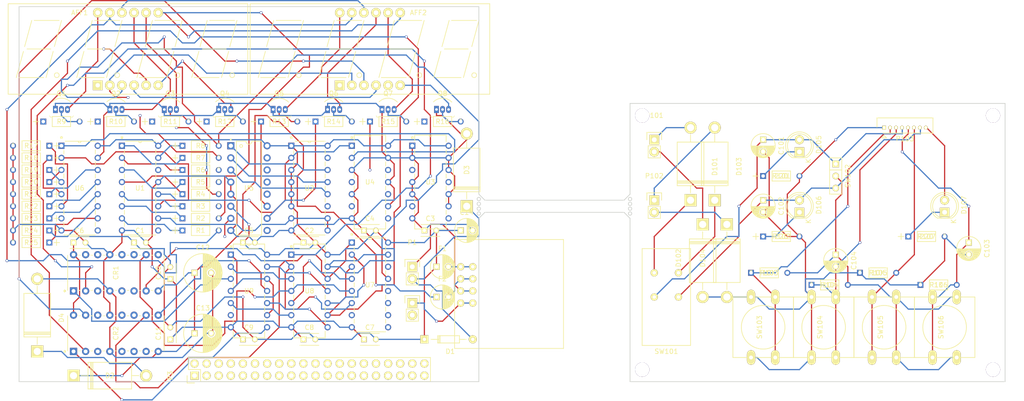
<source format=kicad_pcb>
(kicad_pcb (version 4) (host pcbnew 4.0.2+dfsg1-stable)
  (title_block (title "rpihw Boards") (rev V1.1) (company "Hobbyist Community") (comment 1 "Designed by quorten"))
  (layers (0 F.Cu signal) (1 In1.Cu signal) (2 In2.Cu signal) (31 B.Cu signal) (35 F.Paste user) (37 F.SilkS user) (39 F.Mask user) (44 Edge.Cuts user))
  (net 0 "")
  (net 1 "Net-(AFF1-Pad1)")
  (net 2 "Net-(AFF1-Pad2)")
  (net 3 "Net-(AFF1-Pad3)")
  (net 4 "Net-(AFF1-Pad4)")
  (net 5 "Net-(AFF1-Pad5)")
  (net 6 "Net-(AFF1-Pad6)")
  (net 7 "Net-(AFF1-Pad9)")
  (net 8 "Net-(AFF1-Pad8)")
  (net 9 "Net-(AFF1-Pad12)")
  (net 10 "Net-(AFF1-Pad11)")
  (net 11 "Net-(AFF1-Pad7)")
  (net 12 "Net-(AFF1-Pad10)")
  (net 13 "Net-(AFF2-Pad6)")
  (net 14 "Net-(AFF2-Pad9)")
  (net 15 "Net-(AFF2-Pad8)")
  (net 16 "Net-(AFF2-Pad12)")
  (net 17 "Net-(Q1-Pad2)")
  (net 18 "Net-(Q2-Pad2)")
  (net 19 "Net-(Q3-Pad2)")
  (net 20 "Net-(Q4-Pad2)")
  (net 21 "Net-(Q5-Pad2)")
  (net 22 "Net-(Q6-Pad2)")
  (net 23 "Net-(Q7-Pad2)")
  (net 24 "Net-(Q8-Pad2)")
  (net 25 "Net-(R1-Pad1)")
  (net 26 "Net-(R2-Pad1)")
  (net 27 "Net-(R3-Pad1)")
  (net 28 "Net-(R4-Pad1)")
  (net 29 "Net-(R5-Pad1)")
  (net 30 "Net-(R6-Pad1)")
  (net 31 "Net-(R7-Pad1)")
  (net 32 "Net-(R8-Pad1)")
  (net 33 "Net-(U2-Pad11)")
  (net 34 "Net-(U2-Pad12)")
  (net 35 "Net-(U2-Pad13)")
  (net 36 "Net-(U2-Pad14)")
  (net 37 "Net-(U2-Pad15)")
  (net 38 "Net-(U3-Pad3)")
  (net 39 "Net-(U3-Pad6)")
  (net 40 "Net-(U3-Pad11)")
  (net 41 "Net-(U4-Pad4)")
  (net 42 "Net-(U4-Pad6)")
  (net 43 "Net-(U4-Pad8)")
  (net 44 "Net-(U4-Pad10)")
  (net 45 "Net-(U4-Pad12)")
  (net 46 "Net-(U6-Pad7)")
  (net 47 "/SPI 7-SEG DPLY KEYPAD CTL DIP/VCC")
  (net 48 "/SPI 7-SEG DPLY KEYPAD CTL DIP/GND")
  (net 49 "Net-(CR1-Pad1)")
  (net 50 "Net-(CR1-Pad2)")
  (net 51 "/SPI MOTOR CTL DIP/OUT1")
  (net 52 "/SPI MOTOR CTL DIP/OUT2")
  (net 53 "Net-(CR1-Pad7)")
  (net 54 "/SPI MOTOR CTL DIP/VS")
  (net 55 "Net-(CR1-Pad9)")
  (net 56 "Net-(CR1-Pad10)")
  (net 57 "/SPI MOTOR CTL DIP/OUT3")
  (net 58 "/SPI MOTOR CTL DIP/OUT4")
  (net 59 "Net-(CR1-Pad15)")
  (net 60 "Net-(CR2-Pad1)")
  (net 61 "Net-(CR2-Pad2)")
  (net 62 "/SPI MOTOR CTL DIP/OUT5")
  (net 63 "/SPI MOTOR CTL DIP/OUT6")
  (net 64 "Net-(CR2-Pad7)")
  (net 65 "Net-(CR2-Pad9)")
  (net 66 "Net-(CR2-Pad10)")
  (net 67 "/SPI MOTOR CTL DIP/OUT7")
  (net 68 "/SPI MOTOR CTL DIP/OUT8")
  (net 69 "Net-(CR2-Pad15)")
  (net 70 "/SPI 7-SEG DPLY KEYPAD CTL DIP/SC1")
  (net 71 "/SPI 7-SEG DPLY KEYPAD CTL DIP/SC2")
  (net 72 "/SPI 7-SEG DPLY KEYPAD CTL DIP/SC3")
  (net 73 "/SPI 7-SEG DPLY KEYPAD CTL DIP/SC4")
  (net 74 "/SPI 7-SEG DPLY KEYPAD CTL DIP/SC5")
  (net 75 "/SPI 7-SEG DPLY KEYPAD CTL DIP/SC6")
  (net 76 "/SPI 7-SEG DPLY KEYPAD CTL DIP/SC7")
  (net 77 "/SPI 7-SEG DPLY KEYPAD CTL DIP/SC8")
  (net 78 "/SPI 7-SEG DPLY KEYPAD CTL DIP/MISO_D")
  (net 79 "/SPI 7-SEG DPLY KEYPAD CTL DIP/MOSI_D")
  (net 80 "/SPI 7-SEG DPLY KEYPAD CTL DIP/*RST")
  (net 81 "/SPI 7-SEG DPLY KEYPAD CTL DIP/SCLK")
  (net 82 "/SPI 7-SEG DPLY KEYPAD CTL DIP/SS")
  (net 83 "/SPI 7-SEG DPLY KEYPAD CTL DIP/MOSI")
  (net 84 "/SPI 7-SEG DPLY KEYPAD CTL DIP/IN5")
  (net 85 "/SPI 7-SEG DPLY KEYPAD CTL DIP/IN6")
  (net 86 "/SPI 7-SEG DPLY KEYPAD CTL DIP/IN7")
  (net 87 "/SPI 7-SEG DPLY KEYPAD CTL DIP/IN8")
  (net 88 "/SPI 7-SEG DPLY KEYPAD CTL DIP/MISO")
  (net 89 "/SPI 7-SEG DPLY KEYPAD CTL DIP/IN1")
  (net 90 "/SPI 7-SEG DPLY KEYPAD CTL DIP/IN2")
  (net 91 "/SPI 7-SEG DPLY KEYPAD CTL DIP/IN3")
  (net 92 "/SPI 7-SEG DPLY KEYPAD CTL DIP/IN4")
  (net 93 "/SPI MOTOR CTL DIP/MOSI_D")
  (net 94 "/SPI MOTOR CTL DIP/*RST")
  (net 95 "/SPI MOTOR CTL DIP/SCLK")
  (net 96 "/SPI MOTOR CTL DIP/SS")
  (net 97 "/SPI MOTOR CTL DIP/MOSI")
  (net 98 "Net-(U8-Pad3)")
  (net 99 "Net-(U8-Pad6)")
  (net 100 "Net-(U8-Pad8)")
  (net 101 "Net-(U8-Pad11)")
  (net 102 "/SPI MOTOR CTL DIP/PWM")
  (net 103 "Net-(CR1-Pad5)")
  (net 104 "Net-(CR1-Pad12)")
  (net 105 "Net-(CR2-Pad5)")
  (net 106 "Net-(CR2-Pad12)")
  (net 107 "Net-(D2-Pad2)")
  (net 108 "Net-(F1-Pad2)")
  (net 109 "Net-(F2-Pad2)")
  (net 110 "Net-(D1-Pad2)")
  (net 111 "/RPI SPI BOARD DIP/GND_MTR")
  (net 112 "Net-(P3-Pad1)")
  (net 113 "Net-(P3-Pad2)")
  (net 114 "Net-(P3-Pad3)")
  (net 115 "Net-(P3-Pad4)")
  (net 116 "Net-(P3-Pad5)")
  (net 117 "Net-(P3-Pad6)")
  (net 118 "Net-(P3-Pad7)")
  (net 119 "Net-(P3-Pad8)")
  (net 120 "Net-(P3-Pad9)")
  (net 121 "Net-(P3-Pad10)")
  (net 122 "Net-(P3-Pad11)")
  (net 123 "Net-(P3-Pad12)")
  (net 124 "Net-(P3-Pad13)")
  (net 125 "Net-(P3-Pad14)")
  (net 126 "Net-(P3-Pad15)")
  (net 127 "Net-(P3-Pad16)")
  (net 128 "Net-(P3-Pad17)")
  (net 129 "Net-(P3-Pad18)")
  (net 130 "Net-(P3-Pad19)")
  (net 131 "Net-(P3-Pad20)")
  (net 132 "Net-(P3-Pad21)")
  (net 133 "Net-(P3-Pad22)")
  (net 134 "Net-(P3-Pad23)")
  (net 135 "Net-(P3-Pad24)")
  (net 136 "Net-(P3-Pad25)")
  (net 137 "Net-(P3-Pad26)")
  (net 138 "Net-(P3-Pad27)")
  (net 139 "Net-(P3-Pad28)")
  (net 140 "Net-(P3-Pad29)")
  (net 141 "Net-(P3-Pad30)")
  (net 142 "Net-(P3-Pad31)")
  (net 143 "Net-(P3-Pad32)")
  (net 144 "Net-(P3-Pad33)")
  (net 145 "Net-(P3-Pad34)")
  (net 146 "Net-(P3-Pad35)")
  (net 147 "Net-(P3-Pad36)")
  (net 148 "Net-(P3-Pad37)")
  (net 149 "Net-(P3-Pad38)")
  (net 150 "Net-(P3-Pad39)")
  (net 151 "Net-(P3-Pad40)")
  (net 152 "Net-(P1-Pad1)")
  (net 153 "Net-(P2-Pad1)")
  (net 154 "Net-(C101-Pad1)")
  (net 155 "Net-(C101-Pad2)")
  (net 156 "Net-(C102-Pad1)")
  (net 157 "Net-(C103-Pad1)")
  (net 158 "Net-(C104-Pad1)")
  (net 159 "Net-(C104-Pad2)")
  (net 160 "Net-(D101-Pad2)")
  (net 161 "Net-(D101-Pad1)")
  (net 162 "Net-(D102-Pad1)")
  (net 163 "Net-(D103-Pad2)")
  (net 164 "Net-(D103-Pad1)")
  (net 165 "Net-(D104-Pad1)")
  (net 166 "Net-(D105-Pad1)")
  (net 167 "Net-(D106-Pad1)")
  (net 168 "Net-(D107-Pad1)")
  (net 169 "Net-(D107-Pad2)")
  (net 170 "Net-(P103-Pad2)")
  (net 171 "Net-(P103-Pad6)")
  (net 172 "Net-(MH101-Pad1)")
  (net 173 "Net-(MH102-Pad1)")
  (net 174 "Net-(MH103-Pad1)")
  (net 175 "Net-(MH104-Pad1)")
  (net 176 "Net-(U3-Pad8)")
  (net 177 "Net-(U4-Pad2)")
  (module Diodes_ThroughHole:Diode_DO-201AD_Horizontal_RM15 (layer F.Cu) (at 147.32 80.01 90)
    (fp_text reference D3 (at 7.62 0 90) (layer F.SilkS))
    (fp_text value 5A)
    (pad 2 thru_hole circle (at 15.24122 -0.00296 270) (size 2.54 2.54) (drill 1.50114) (layers *.Cu *.Mask F.SilkS) (net 48 "/SPI 7-SEG DPLY KEYPAD CTL DIP/GND"))
    (pad 1 thru_hole rect (at 0.00122 -0.00296 270) (size 2.54 2.54) (drill 1.50114) (layers *.Cu *.Mask F.SilkS) (net 110 "Net-(D1-Pad2)"))
  )
  (module Capacitors_ThroughHole:C_Radial_D5_L11_P2.5 (layer F.Cu) (at 146.05 85.09)
    (fp_text reference C14 (at 1.25 -3.8) (layer F.SilkS))
    (fp_text value 100uF)
    (pad 1 thru_hole rect (at 0 0) (size 1.3 1.3) (drill 0.8) (layers *.Cu *.Mask F.SilkS) (net 47 "/SPI 7-SEG DPLY KEYPAD CTL DIP/VCC"))
    (pad 2 thru_hole circle (at 2.5 0) (size 1.3 1.3) (drill 0.8) (layers *.Cu *.Mask F.SilkS) (net 48 "/SPI 7-SEG DPLY KEYPAD CTL DIP/GND"))
  )
  (module Displays_7-Segment:Cx56-12 (layer F.Cu) (at 120.65 54.61)
    (fp_text reference AFF2 (at 16.51 -15.24) (layer F.SilkS))
    (fp_text value LDQ-N516RI)
    (pad 1 thru_hole rect (at 0 0) (size 2.032 2.032) (drill 0.9144) (layers *.Cu *.Mask F.SilkS) (net 1 "Net-(AFF1-Pad1)"))
    (pad 2 thru_hole circle (at 2.54 0) (size 2 2) (drill 1) (layers *.Cu *.Mask F.SilkS) (net 2 "Net-(AFF1-Pad2)"))
    (pad 3 thru_hole circle (at 5.08 0) (size 2 2) (drill 1) (layers *.Cu *.Mask F.SilkS) (net 3 "Net-(AFF1-Pad3)"))
    (pad 4 thru_hole circle (at 7.62 0) (size 2 2) (drill 1) (layers *.Cu *.Mask F.SilkS) (net 4 "Net-(AFF1-Pad4)"))
    (pad 5 thru_hole circle (at 10.16 0) (size 2 2) (drill 1) (layers *.Cu *.Mask F.SilkS) (net 5 "Net-(AFF1-Pad5)"))
    (pad 6 thru_hole circle (at 12.7 0) (size 2 2) (drill 1) (layers *.Cu *.Mask F.SilkS) (net 13 "Net-(AFF2-Pad6)"))
    (pad 9 thru_hole circle (at 7.62 -15.24) (size 2 2) (drill 1) (layers *.Cu *.Mask F.SilkS) (net 14 "Net-(AFF2-Pad9)"))
    (pad 8 thru_hole circle (at 10.16 -15.24) (size 2 2) (drill 1) (layers *.Cu *.Mask F.SilkS) (net 15 "Net-(AFF2-Pad8)"))
    (pad 12 thru_hole circle (at 0 -15.24) (size 2 2) (drill 1) (layers *.Cu *.Mask F.SilkS) (net 16 "Net-(AFF2-Pad12)"))
    (pad 11 thru_hole circle (at 2.54 -15.24) (size 2 2) (drill 1) (layers *.Cu *.Mask F.SilkS) (net 10 "Net-(AFF1-Pad11)"))
    (pad 7 thru_hole circle (at 12.7 -15.24) (size 2 2) (drill 1) (layers *.Cu *.Mask F.SilkS) (net 11 "Net-(AFF1-Pad7)"))
    (pad 10 thru_hole circle (at 5.08 -15.24) (size 2 2) (drill 1) (layers *.Cu *.Mask F.SilkS) (net 12 "Net-(AFF1-Pad10)"))
  )
  (module Displays_7-Segment:Cx56-12 (layer F.Cu) (at 69.85 54.61)
    (fp_text reference AFF1 (at -3.81 -15.24) (layer F.SilkS))
    (fp_text value LDQ-N516RI)
    (pad 1 thru_hole rect (at 0 0) (size 2.032 2.032) (drill 0.9144) (layers *.Cu *.Mask F.SilkS) (net 1 "Net-(AFF1-Pad1)"))
    (pad 2 thru_hole circle (at 2.54 0) (size 2 2) (drill 1) (layers *.Cu *.Mask F.SilkS) (net 2 "Net-(AFF1-Pad2)"))
    (pad 3 thru_hole circle (at 5.08 0) (size 2 2) (drill 1) (layers *.Cu *.Mask F.SilkS) (net 3 "Net-(AFF1-Pad3)"))
    (pad 4 thru_hole circle (at 7.62 0) (size 2 2) (drill 1) (layers *.Cu *.Mask F.SilkS) (net 4 "Net-(AFF1-Pad4)"))
    (pad 5 thru_hole circle (at 10.16 0) (size 2 2) (drill 1) (layers *.Cu *.Mask F.SilkS) (net 5 "Net-(AFF1-Pad5)"))
    (pad 6 thru_hole circle (at 12.7 0) (size 2 2) (drill 1) (layers *.Cu *.Mask F.SilkS) (net 6 "Net-(AFF1-Pad6)"))
    (pad 9 thru_hole circle (at 7.62 -15.24) (size 2 2) (drill 1) (layers *.Cu *.Mask F.SilkS) (net 7 "Net-(AFF1-Pad9)"))
    (pad 8 thru_hole circle (at 10.16 -15.24) (size 2 2) (drill 1) (layers *.Cu *.Mask F.SilkS) (net 8 "Net-(AFF1-Pad8)"))
    (pad 12 thru_hole circle (at 0 -15.24) (size 2 2) (drill 1) (layers *.Cu *.Mask F.SilkS) (net 9 "Net-(AFF1-Pad12)"))
    (pad 11 thru_hole circle (at 2.54 -15.24) (size 2 2) (drill 1) (layers *.Cu *.Mask F.SilkS) (net 10 "Net-(AFF1-Pad11)"))
    (pad 7 thru_hole circle (at 12.7 -15.24) (size 2 2) (drill 1) (layers *.Cu *.Mask F.SilkS) (net 11 "Net-(AFF1-Pad7)"))
    (pad 10 thru_hole circle (at 5.08 -15.24) (size 2 2) (drill 1) (layers *.Cu *.Mask F.SilkS) (net 12 "Net-(AFF1-Pad10)"))
  )
  (module Capacitors_ThroughHole:C_Rect_L4_W2.5_P2.5 (layer F.Cu) (at 77.47 87.63)
    (fp_text reference C1 (at 1.25 -2.5) (layer F.SilkS))
    (fp_text value 100nF)
    (pad 1 thru_hole rect (at 0 0) (size 1.2 1.2) (drill 0.7) (layers *.Cu *.Mask F.SilkS) (net 47 "/SPI 7-SEG DPLY KEYPAD CTL DIP/VCC"))
    (pad 2 thru_hole circle (at 2.5 0) (size 1.2 1.2) (drill 0.7) (layers *.Cu *.Mask F.SilkS) (net 48 "/SPI 7-SEG DPLY KEYPAD CTL DIP/GND"))
  )
  (module Capacitors_ThroughHole:C_Rect_L4_W2.5_P2.5 (layer F.Cu) (at 113.03 87.63)
    (fp_text reference C2 (at 1.25 -2.5) (layer F.SilkS))
    (fp_text value 100nF)
    (pad 1 thru_hole rect (at 0 0) (size 1.2 1.2) (drill 0.7) (layers *.Cu *.Mask F.SilkS) (net 48 "/SPI 7-SEG DPLY KEYPAD CTL DIP/GND"))
    (pad 2 thru_hole circle (at 2.5 0) (size 1.2 1.2) (drill 0.7) (layers *.Cu *.Mask F.SilkS) (net 47 "/SPI 7-SEG DPLY KEYPAD CTL DIP/VCC"))
  )
  (module Capacitors_ThroughHole:C_Rect_L4_W2.5_P2.5 (layer F.Cu) (at 138.43 85.09)
    (fp_text reference C3 (at 1.25 -2.5) (layer F.SilkS))
    (fp_text value 100nF)
    (pad 1 thru_hole rect (at 0 0) (size 1.2 1.2) (drill 0.7) (layers *.Cu *.Mask F.SilkS) (net 48 "/SPI 7-SEG DPLY KEYPAD CTL DIP/GND"))
    (pad 2 thru_hole circle (at 2.5 0) (size 1.2 1.2) (drill 0.7) (layers *.Cu *.Mask F.SilkS) (net 47 "/SPI 7-SEG DPLY KEYPAD CTL DIP/VCC"))
  )
  (module Capacitors_ThroughHole:C_Rect_L4_W2.5_P2.5 (layer F.Cu) (at 125.73 85.09)
    (fp_text reference C4 (at 1.25 -2.5) (layer F.SilkS))
    (fp_text value 100nF)
    (pad 1 thru_hole rect (at 0 0) (size 1.2 1.2) (drill 0.7) (layers *.Cu *.Mask F.SilkS) (net 48 "/SPI 7-SEG DPLY KEYPAD CTL DIP/GND"))
    (pad 2 thru_hole circle (at 2.5 0) (size 1.2 1.2) (drill 0.7) (layers *.Cu *.Mask F.SilkS) (net 47 "/SPI 7-SEG DPLY KEYPAD CTL DIP/VCC"))
  )
  (module Capacitors_ThroughHole:C_Rect_L4_W2.5_P2.5 (layer F.Cu) (at 100.33 87.63)
    (fp_text reference C5 (at 1.25 -2.5) (layer F.SilkS))
    (fp_text value 100nF)
    (pad 1 thru_hole rect (at 0 0) (size 1.2 1.2) (drill 0.7) (layers *.Cu *.Mask F.SilkS) (net 47 "/SPI 7-SEG DPLY KEYPAD CTL DIP/VCC"))
    (pad 2 thru_hole circle (at 2.5 0) (size 1.2 1.2) (drill 0.7) (layers *.Cu *.Mask F.SilkS) (net 48 "/SPI 7-SEG DPLY KEYPAD CTL DIP/GND"))
  )
  (module Capacitors_ThroughHole:C_Rect_L4_W2.5_P2.5 (layer F.Cu) (at 64.77 87.63)
    (fp_text reference C6 (at 1.25 -2.5) (layer F.SilkS))
    (fp_text value 100nF)
    (pad 1 thru_hole rect (at 0 0) (size 1.2 1.2) (drill 0.7) (layers *.Cu *.Mask F.SilkS) (net 47 "/SPI 7-SEG DPLY KEYPAD CTL DIP/VCC"))
    (pad 2 thru_hole circle (at 2.5 0) (size 1.2 1.2) (drill 0.7) (layers *.Cu *.Mask F.SilkS) (net 48 "/SPI 7-SEG DPLY KEYPAD CTL DIP/GND"))
  )
  (module rpihw:TO-92-3 (layer F.Cu) (at 60.96 59.69)
    (fp_text reference Q1 (at 1.27 -3.35) (layer F.SilkS))
    (fp_text value 2N3904BU)
    (pad 2 thru_hole oval (at 1.27 0 180) (size 1 1.5) (drill 0.55) (layers *.Cu *.Mask) (net 17 "Net-(Q1-Pad2)"))
    (pad 3 thru_hole oval (at 2.54 0 180) (size 1 1.5) (drill 0.55) (layers *.Cu *.Mask) (net 9 "Net-(AFF1-Pad12)"))
    (pad 1 thru_hole rect (at 0 0 180) (size 1 1.5) (drill 0.55) (layers *.Cu *.Mask) (net 48 "/SPI 7-SEG DPLY KEYPAD CTL DIP/GND"))
  )
  (module rpihw:TO-92-3 (layer F.Cu) (at 72.39 59.69)
    (fp_text reference Q2 (at 1.27 -3.35) (layer F.SilkS))
    (fp_text value 2N3904BU)
    (pad 2 thru_hole oval (at 1.27 0 180) (size 1 1.5) (drill 0.55) (layers *.Cu *.Mask) (net 18 "Net-(Q2-Pad2)"))
    (pad 3 thru_hole oval (at 2.54 0 180) (size 1 1.5) (drill 0.55) (layers *.Cu *.Mask) (net 7 "Net-(AFF1-Pad9)"))
    (pad 1 thru_hole rect (at 0 0 180) (size 1 1.5) (drill 0.55) (layers *.Cu *.Mask) (net 48 "/SPI 7-SEG DPLY KEYPAD CTL DIP/GND"))
  )
  (module rpihw:TO-92-3 (layer F.Cu) (at 83.82 59.69)
    (fp_text reference Q3 (at 1.27 -3.35) (layer F.SilkS))
    (fp_text value 2N3904BU)
    (pad 2 thru_hole oval (at 1.27 0 180) (size 1 1.5) (drill 0.55) (layers *.Cu *.Mask) (net 19 "Net-(Q3-Pad2)"))
    (pad 3 thru_hole oval (at 2.54 0 180) (size 1 1.5) (drill 0.55) (layers *.Cu *.Mask) (net 8 "Net-(AFF1-Pad8)"))
    (pad 1 thru_hole rect (at 0 0 180) (size 1 1.5) (drill 0.55) (layers *.Cu *.Mask) (net 48 "/SPI 7-SEG DPLY KEYPAD CTL DIP/GND"))
  )
  (module rpihw:TO-92-3 (layer F.Cu) (at 95.25 59.69)
    (fp_text reference Q4 (at 1.27 -3.35) (layer F.SilkS))
    (fp_text value 2N3904BU)
    (pad 2 thru_hole oval (at 1.27 0 180) (size 1 1.5) (drill 0.55) (layers *.Cu *.Mask) (net 20 "Net-(Q4-Pad2)"))
    (pad 3 thru_hole oval (at 2.54 0 180) (size 1 1.5) (drill 0.55) (layers *.Cu *.Mask) (net 6 "Net-(AFF1-Pad6)"))
    (pad 1 thru_hole rect (at 0 0 180) (size 1 1.5) (drill 0.55) (layers *.Cu *.Mask) (net 48 "/SPI 7-SEG DPLY KEYPAD CTL DIP/GND"))
  )
  (module rpihw:TO-92-3 (layer F.Cu) (at 106.68 59.69)
    (fp_text reference Q5 (at 1.27 -3.35) (layer F.SilkS))
    (fp_text value 2N3904BU)
    (pad 2 thru_hole oval (at 1.27 0 180) (size 1 1.5) (drill 0.55) (layers *.Cu *.Mask) (net 21 "Net-(Q5-Pad2)"))
    (pad 3 thru_hole oval (at 2.54 0 180) (size 1 1.5) (drill 0.55) (layers *.Cu *.Mask) (net 16 "Net-(AFF2-Pad12)"))
    (pad 1 thru_hole rect (at 0 0 180) (size 1 1.5) (drill 0.55) (layers *.Cu *.Mask) (net 48 "/SPI 7-SEG DPLY KEYPAD CTL DIP/GND"))
  )
  (module rpihw:TO-92-3 (layer F.Cu) (at 118.11 59.69)
    (fp_text reference Q6 (at 1.27 -3.35) (layer F.SilkS))
    (fp_text value 2N3904BU)
    (pad 2 thru_hole oval (at 1.27 0 180) (size 1 1.5) (drill 0.55) (layers *.Cu *.Mask) (net 22 "Net-(Q6-Pad2)"))
    (pad 3 thru_hole oval (at 2.54 0 180) (size 1 1.5) (drill 0.55) (layers *.Cu *.Mask) (net 14 "Net-(AFF2-Pad9)"))
    (pad 1 thru_hole rect (at 0 0 180) (size 1 1.5) (drill 0.55) (layers *.Cu *.Mask) (net 48 "/SPI 7-SEG DPLY KEYPAD CTL DIP/GND"))
  )
  (module rpihw:TO-92-3 (layer F.Cu) (at 129.54 59.69)
    (fp_text reference Q7 (at 1.27 -3.35) (layer F.SilkS))
    (fp_text value 2N3904BU)
    (pad 2 thru_hole oval (at 1.27 0 180) (size 1 1.5) (drill 0.55) (layers *.Cu *.Mask) (net 23 "Net-(Q7-Pad2)"))
    (pad 3 thru_hole oval (at 2.54 0 180) (size 1 1.5) (drill 0.55) (layers *.Cu *.Mask) (net 15 "Net-(AFF2-Pad8)"))
    (pad 1 thru_hole rect (at 0 0 180) (size 1 1.5) (drill 0.55) (layers *.Cu *.Mask) (net 48 "/SPI 7-SEG DPLY KEYPAD CTL DIP/GND"))
  )
  (module rpihw:TO-92-3 (layer F.Cu) (at 140.97 59.69)
    (fp_text reference Q8 (at 1.27 -3.35) (layer F.SilkS))
    (fp_text value 2N3904BU)
    (pad 2 thru_hole oval (at 1.27 0 180) (size 1 1.5) (drill 0.55) (layers *.Cu *.Mask) (net 24 "Net-(Q8-Pad2)"))
    (pad 3 thru_hole oval (at 2.54 0 180) (size 1 1.5) (drill 0.55) (layers *.Cu *.Mask) (net 13 "Net-(AFF2-Pad6)"))
    (pad 1 thru_hole rect (at 0 0 180) (size 1 1.5) (drill 0.55) (layers *.Cu *.Mask) (net 48 "/SPI 7-SEG DPLY KEYPAD CTL DIP/GND"))
  )
  (module rpihw:STA_RNMF14 (layer F.Cu) (at 95.25 85.09)
    (fp_text reference R1 (at -3.81 0) (layer F.SilkS))
    (fp_text value 220)
    (fp_text user * (at 0 0) (layer F.SilkS))
    (pad 1 thru_hole rect (at -7.62 0) (size 1.2446 1.2446) (drill 0.7366) (layers *.Cu *.Mask) (net 25 "Net-(R1-Pad1)"))
    (pad 2 thru_hole circle (at 0 0) (size 1.2446 1.2446) (drill 0.7366) (layers *.Cu *.Mask) (net 10 "Net-(AFF1-Pad11)"))
  )
  (module rpihw:STA_RNMF14 (layer F.Cu) (at 95.25 82.55)
    (fp_text reference R2 (at -3.81 0) (layer F.SilkS))
    (fp_text value 220)
    (fp_text user * (at 0 0) (layer F.SilkS))
    (pad 1 thru_hole rect (at -7.62 0) (size 1.2446 1.2446) (drill 0.7366) (layers *.Cu *.Mask) (net 26 "Net-(R2-Pad1)"))
    (pad 2 thru_hole circle (at 0 0) (size 1.2446 1.2446) (drill 0.7366) (layers *.Cu *.Mask) (net 11 "Net-(AFF1-Pad7)"))
  )
  (module rpihw:STA_RNMF14 (layer F.Cu) (at 95.25 80.01)
    (fp_text reference R3 (at -3.81 0) (layer F.SilkS))
    (fp_text value 220)
    (fp_text user * (at 0 0) (layer F.SilkS))
    (pad 1 thru_hole rect (at -7.62 0) (size 1.2446 1.2446) (drill 0.7366) (layers *.Cu *.Mask) (net 27 "Net-(R3-Pad1)"))
    (pad 2 thru_hole circle (at 0 0) (size 1.2446 1.2446) (drill 0.7366) (layers *.Cu *.Mask) (net 4 "Net-(AFF1-Pad4)"))
  )
  (module rpihw:STA_RNMF14 (layer F.Cu) (at 95.25 77.47)
    (fp_text reference R4 (at -3.81 0) (layer F.SilkS))
    (fp_text value 220)
    (fp_text user * (at 0 0) (layer F.SilkS))
    (pad 1 thru_hole rect (at -7.62 0) (size 1.2446 1.2446) (drill 0.7366) (layers *.Cu *.Mask) (net 28 "Net-(R4-Pad1)"))
    (pad 2 thru_hole circle (at 0 0) (size 1.2446 1.2446) (drill 0.7366) (layers *.Cu *.Mask) (net 2 "Net-(AFF1-Pad2)"))
  )
  (module rpihw:STA_RNMF14 (layer F.Cu) (at 95.25 74.93)
    (fp_text reference R5 (at -3.81 0) (layer F.SilkS))
    (fp_text value 220)
    (fp_text user * (at 0 0) (layer F.SilkS))
    (pad 1 thru_hole rect (at -7.62 0) (size 1.2446 1.2446) (drill 0.7366) (layers *.Cu *.Mask) (net 29 "Net-(R5-Pad1)"))
    (pad 2 thru_hole circle (at 0 0) (size 1.2446 1.2446) (drill 0.7366) (layers *.Cu *.Mask) (net 1 "Net-(AFF1-Pad1)"))
  )
  (module rpihw:STA_RNMF14 (layer F.Cu) (at 95.25 72.39)
    (fp_text reference R6 (at -3.81 0) (layer F.SilkS))
    (fp_text value 220)
    (fp_text user * (at 0 0) (layer F.SilkS))
    (pad 1 thru_hole rect (at -7.62 0) (size 1.2446 1.2446) (drill 0.7366) (layers *.Cu *.Mask) (net 30 "Net-(R6-Pad1)"))
    (pad 2 thru_hole circle (at 0 0) (size 1.2446 1.2446) (drill 0.7366) (layers *.Cu *.Mask) (net 12 "Net-(AFF1-Pad10)"))
  )
  (module rpihw:STA_RNMF14 (layer F.Cu) (at 95.25 69.85)
    (fp_text reference R7 (at -3.81 0) (layer F.SilkS))
    (fp_text value 220)
    (fp_text user * (at 0 0) (layer F.SilkS))
    (pad 1 thru_hole rect (at -7.62 0) (size 1.2446 1.2446) (drill 0.7366) (layers *.Cu *.Mask) (net 31 "Net-(R7-Pad1)"))
    (pad 2 thru_hole circle (at 0 0) (size 1.2446 1.2446) (drill 0.7366) (layers *.Cu *.Mask) (net 5 "Net-(AFF1-Pad5)"))
  )
  (module rpihw:STA_RNMF14 (layer F.Cu) (at 95.25 67.31)
    (fp_text reference R8 (at -3.81 0) (layer F.SilkS))
    (fp_text value 220)
    (fp_text user * (at 0 0) (layer F.SilkS))
    (pad 1 thru_hole rect (at -7.62 0) (size 1.2446 1.2446) (drill 0.7366) (layers *.Cu *.Mask) (net 32 "Net-(R8-Pad1)"))
    (pad 2 thru_hole circle (at 0 0) (size 1.2446 1.2446) (drill 0.7366) (layers *.Cu *.Mask) (net 3 "Net-(AFF1-Pad3)"))
  )
  (module rpihw:STA_RNMF14 (layer F.Cu) (at 66.04 62.23)
    (fp_text reference R9 (at -3.81 0) (layer F.SilkS))
    (fp_text value 4.7K)
    (fp_text user * (at 0 0) (layer F.SilkS))
    (pad 1 thru_hole rect (at -7.62 0) (size 1.2446 1.2446) (drill 0.7366) (layers *.Cu *.Mask) (net 70 "/SPI 7-SEG DPLY KEYPAD CTL DIP/SC1"))
    (pad 2 thru_hole circle (at 0 0) (size 1.2446 1.2446) (drill 0.7366) (layers *.Cu *.Mask) (net 17 "Net-(Q1-Pad2)"))
  )
  (module rpihw:STA_RNMF14 (layer F.Cu) (at 77.47 62.23)
    (fp_text reference R10 (at -3.81 0) (layer F.SilkS))
    (fp_text value 4.7K)
    (fp_text user * (at 0 0) (layer F.SilkS))
    (pad 1 thru_hole rect (at -7.62 0) (size 1.2446 1.2446) (drill 0.7366) (layers *.Cu *.Mask) (net 71 "/SPI 7-SEG DPLY KEYPAD CTL DIP/SC2"))
    (pad 2 thru_hole circle (at 0 0) (size 1.2446 1.2446) (drill 0.7366) (layers *.Cu *.Mask) (net 18 "Net-(Q2-Pad2)"))
  )
  (module rpihw:STA_RNMF14 (layer F.Cu) (at 88.9 62.23)
    (fp_text reference R11 (at -3.81 0) (layer F.SilkS))
    (fp_text value 4.7K)
    (fp_text user * (at 0 0) (layer F.SilkS))
    (pad 1 thru_hole rect (at -7.62 0) (size 1.2446 1.2446) (drill 0.7366) (layers *.Cu *.Mask) (net 72 "/SPI 7-SEG DPLY KEYPAD CTL DIP/SC3"))
    (pad 2 thru_hole circle (at 0 0) (size 1.2446 1.2446) (drill 0.7366) (layers *.Cu *.Mask) (net 19 "Net-(Q3-Pad2)"))
  )
  (module rpihw:STA_RNMF14 (layer F.Cu) (at 100.33 62.23)
    (fp_text reference R12 (at -3.81 0) (layer F.SilkS))
    (fp_text value 4.7K)
    (fp_text user * (at 0 0) (layer F.SilkS))
    (pad 1 thru_hole rect (at -7.62 0) (size 1.2446 1.2446) (drill 0.7366) (layers *.Cu *.Mask) (net 73 "/SPI 7-SEG DPLY KEYPAD CTL DIP/SC4"))
    (pad 2 thru_hole circle (at 0 0) (size 1.2446 1.2446) (drill 0.7366) (layers *.Cu *.Mask) (net 20 "Net-(Q4-Pad2)"))
  )
  (module rpihw:STA_RNMF14 (layer F.Cu) (at 111.76 62.23)
    (fp_text reference R13 (at -3.81 0) (layer F.SilkS))
    (fp_text value 4.7K)
    (fp_text user * (at 0 0) (layer F.SilkS))
    (pad 1 thru_hole rect (at -7.62 0) (size 1.2446 1.2446) (drill 0.7366) (layers *.Cu *.Mask) (net 74 "/SPI 7-SEG DPLY KEYPAD CTL DIP/SC5"))
    (pad 2 thru_hole circle (at 0 0) (size 1.2446 1.2446) (drill 0.7366) (layers *.Cu *.Mask) (net 21 "Net-(Q5-Pad2)"))
  )
  (module rpihw:STA_RNMF14 (layer F.Cu) (at 123.19 62.23)
    (fp_text reference R14 (at -3.81 0) (layer F.SilkS))
    (fp_text value 4.7K)
    (fp_text user * (at 0 0) (layer F.SilkS))
    (pad 1 thru_hole rect (at -7.62 0) (size 1.2446 1.2446) (drill 0.7366) (layers *.Cu *.Mask) (net 75 "/SPI 7-SEG DPLY KEYPAD CTL DIP/SC6"))
    (pad 2 thru_hole circle (at 0 0) (size 1.2446 1.2446) (drill 0.7366) (layers *.Cu *.Mask) (net 22 "Net-(Q6-Pad2)"))
  )
  (module rpihw:STA_RNMF14 (layer F.Cu) (at 134.62 62.23)
    (fp_text reference R15 (at -3.81 0) (layer F.SilkS))
    (fp_text value 4.7K)
    (fp_text user * (at 0 0) (layer F.SilkS))
    (pad 1 thru_hole rect (at -7.62 0) (size 1.2446 1.2446) (drill 0.7366) (layers *.Cu *.Mask) (net 76 "/SPI 7-SEG DPLY KEYPAD CTL DIP/SC7"))
    (pad 2 thru_hole circle (at 0 0) (size 1.2446 1.2446) (drill 0.7366) (layers *.Cu *.Mask) (net 23 "Net-(Q7-Pad2)"))
  )
  (module rpihw:STA_RNMF14 (layer F.Cu) (at 146.05 62.23)
    (fp_text reference R16 (at -3.81 0) (layer F.SilkS))
    (fp_text value 4.7K)
    (fp_text user * (at 0 0) (layer F.SilkS))
    (pad 1 thru_hole rect (at -7.62 0) (size 1.2446 1.2446) (drill 0.7366) (layers *.Cu *.Mask) (net 77 "/SPI 7-SEG DPLY KEYPAD CTL DIP/SC8"))
    (pad 2 thru_hole circle (at 0 0) (size 1.2446 1.2446) (drill 0.7366) (layers *.Cu *.Mask) (net 24 "Net-(Q8-Pad2)"))
  )
  (module rpihw:N16 (layer F.Cu) (at 82.55 85.09)
    (fp_text reference U1 (at -3.81 -8.89) (layer F.SilkS))
    (fp_text value SN74HC595N)
    (fp_text user * (at -7.62 -19.1897) (layer F.SilkS))
    (fp_text user * (at -7.62 -19.1897) (layer F.SilkS))
    (pad 1 thru_hole rect (at -7.62 -17.78) (size 1.2954 1.2954) (drill 0.7874) (layers *.Cu *.Mask) (net 31 "Net-(R7-Pad1)"))
    (pad 2 thru_hole circle (at -7.62 -15.24) (size 1.2954 1.2954) (drill 0.7874) (layers *.Cu *.Mask) (net 30 "Net-(R6-Pad1)"))
    (pad 3 thru_hole circle (at -7.62 -12.7) (size 1.2954 1.2954) (drill 0.7874) (layers *.Cu *.Mask) (net 29 "Net-(R5-Pad1)"))
    (pad 4 thru_hole circle (at -7.62 -10.16) (size 1.2954 1.2954) (drill 0.7874) (layers *.Cu *.Mask) (net 28 "Net-(R4-Pad1)"))
    (pad 5 thru_hole circle (at -7.62 -7.62) (size 1.2954 1.2954) (drill 0.7874) (layers *.Cu *.Mask) (net 27 "Net-(R3-Pad1)"))
    (pad 6 thru_hole circle (at -7.62 -5.08) (size 1.2954 1.2954) (drill 0.7874) (layers *.Cu *.Mask) (net 26 "Net-(R2-Pad1)"))
    (pad 7 thru_hole circle (at -7.62 -2.54) (size 1.2954 1.2954) (drill 0.7874) (layers *.Cu *.Mask) (net 25 "Net-(R1-Pad1)"))
    (pad 8 thru_hole circle (at -7.62 0) (size 1.2954 1.2954) (drill 0.7874) (layers *.Cu *.Mask) (net 48 "/SPI 7-SEG DPLY KEYPAD CTL DIP/GND"))
    (pad 9 thru_hole circle (at 0 0) (size 1.2954 1.2954) (drill 0.7874) (layers *.Cu *.Mask) (net 79 "/SPI 7-SEG DPLY KEYPAD CTL DIP/MOSI_D"))
    (pad 10 thru_hole circle (at 0 -2.54) (size 1.2954 1.2954) (drill 0.7874) (layers *.Cu *.Mask) (net 80 "/SPI 7-SEG DPLY KEYPAD CTL DIP/*RST"))
    (pad 11 thru_hole circle (at 0 -5.08) (size 1.2954 1.2954) (drill 0.7874) (layers *.Cu *.Mask) (net 81 "/SPI 7-SEG DPLY KEYPAD CTL DIP/SCLK"))
    (pad 12 thru_hole circle (at 0 -7.62) (size 1.2954 1.2954) (drill 0.7874) (layers *.Cu *.Mask) (net 82 "/SPI 7-SEG DPLY KEYPAD CTL DIP/SS"))
    (pad 13 thru_hole circle (at 0 -10.16) (size 1.2954 1.2954) (drill 0.7874) (layers *.Cu *.Mask) (net 48 "/SPI 7-SEG DPLY KEYPAD CTL DIP/GND"))
    (pad 14 thru_hole circle (at 0 -12.7) (size 1.2954 1.2954) (drill 0.7874) (layers *.Cu *.Mask) (net 83 "/SPI 7-SEG DPLY KEYPAD CTL DIP/MOSI"))
    (pad 15 thru_hole circle (at 0 -15.24) (size 1.2954 1.2954) (drill 0.7874) (layers *.Cu *.Mask) (net 32 "Net-(R8-Pad1)"))
    (pad 16 thru_hole circle (at 0 -17.78) (size 1.2954 1.2954) (drill 0.7874) (layers *.Cu *.Mask) (net 47 "/SPI 7-SEG DPLY KEYPAD CTL DIP/VCC"))
  )
  (module rpihw:N16 (layer F.Cu) (at 118.11 85.09)
    (fp_text reference U2 (at -3.81 -8.89) (layer F.SilkS))
    (fp_text value SN74HC161N)
    (fp_text user * (at -7.62 -19.1897) (layer F.SilkS))
    (fp_text user * (at -7.62 -19.1897) (layer F.SilkS))
    (pad 1 thru_hole rect (at -7.62 -17.78) (size 1.2954 1.2954) (drill 0.7874) (layers *.Cu *.Mask) (net 47 "/SPI 7-SEG DPLY KEYPAD CTL DIP/VCC"))
    (pad 2 thru_hole circle (at -7.62 -15.24) (size 1.2954 1.2954) (drill 0.7874) (layers *.Cu *.Mask) (net 82 "/SPI 7-SEG DPLY KEYPAD CTL DIP/SS"))
    (pad 3 thru_hole circle (at -7.62 -12.7) (size 1.2954 1.2954) (drill 0.7874) (layers *.Cu *.Mask) (net 47 "/SPI 7-SEG DPLY KEYPAD CTL DIP/VCC"))
    (pad 4 thru_hole circle (at -7.62 -10.16) (size 1.2954 1.2954) (drill 0.7874) (layers *.Cu *.Mask) (net 47 "/SPI 7-SEG DPLY KEYPAD CTL DIP/VCC"))
    (pad 5 thru_hole circle (at -7.62 -7.62) (size 1.2954 1.2954) (drill 0.7874) (layers *.Cu *.Mask) (net 47 "/SPI 7-SEG DPLY KEYPAD CTL DIP/VCC"))
    (pad 6 thru_hole circle (at -7.62 -5.08) (size 1.2954 1.2954) (drill 0.7874) (layers *.Cu *.Mask) (net 47 "/SPI 7-SEG DPLY KEYPAD CTL DIP/VCC"))
    (pad 7 thru_hole circle (at -7.62 -2.54) (size 1.2954 1.2954) (drill 0.7874) (layers *.Cu *.Mask) (net 80 "/SPI 7-SEG DPLY KEYPAD CTL DIP/*RST"))
    (pad 8 thru_hole circle (at -7.62 0) (size 1.2954 1.2954) (drill 0.7874) (layers *.Cu *.Mask) (net 48 "/SPI 7-SEG DPLY KEYPAD CTL DIP/GND"))
    (pad 9 thru_hole circle (at 0 0) (size 1.2954 1.2954) (drill 0.7874) (layers *.Cu *.Mask) (net 80 "/SPI 7-SEG DPLY KEYPAD CTL DIP/*RST"))
    (pad 10 thru_hole circle (at 0 -2.54) (size 1.2954 1.2954) (drill 0.7874) (layers *.Cu *.Mask) (net 80 "/SPI 7-SEG DPLY KEYPAD CTL DIP/*RST"))
    (pad 11 thru_hole circle (at 0 -5.08) (size 1.2954 1.2954) (drill 0.7874) (layers *.Cu *.Mask) (net 33 "Net-(U2-Pad11)"))
    (pad 12 thru_hole circle (at 0 -7.62) (size 1.2954 1.2954) (drill 0.7874) (layers *.Cu *.Mask) (net 34 "Net-(U2-Pad12)"))
    (pad 13 thru_hole circle (at 0 -10.16) (size 1.2954 1.2954) (drill 0.7874) (layers *.Cu *.Mask) (net 35 "Net-(U2-Pad13)"))
    (pad 14 thru_hole circle (at 0 -12.7) (size 1.2954 1.2954) (drill 0.7874) (layers *.Cu *.Mask) (net 36 "Net-(U2-Pad14)"))
    (pad 15 thru_hole circle (at 0 -15.24) (size 1.2954 1.2954) (drill 0.7874) (layers *.Cu *.Mask) (net 37 "Net-(U2-Pad15)"))
    (pad 16 thru_hole circle (at 0 -17.78) (size 1.2954 1.2954) (drill 0.7874) (layers *.Cu *.Mask) (net 47 "/SPI 7-SEG DPLY KEYPAD CTL DIP/VCC"))
  )
  (module rpihw:N14 (layer F.Cu) (at 143.51 82.55)
    (fp_text reference U3 (at -3.81 -7.62) (layer F.SilkS))
    (fp_text value SN74HC08N)
    (fp_text user * (at -7.62 -16.6497) (layer F.SilkS))
    (fp_text user * (at -7.62 -16.6497) (layer F.SilkS))
    (pad 1 thru_hole rect (at -7.62 -15.24) (size 1.2954 1.2954) (drill 0.7874) (layers *.Cu *.Mask) (net 48 "/SPI 7-SEG DPLY KEYPAD CTL DIP/GND"))
    (pad 2 thru_hole circle (at -7.62 -12.7) (size 1.2954 1.2954) (drill 0.7874) (layers *.Cu *.Mask) (net 48 "/SPI 7-SEG DPLY KEYPAD CTL DIP/GND"))
    (pad 3 thru_hole circle (at -7.62 -10.16) (size 1.2954 1.2954) (drill 0.7874) (layers *.Cu *.Mask) (net 38 "Net-(U3-Pad3)"))
    (pad 4 thru_hole circle (at -7.62 -7.62) (size 1.2954 1.2954) (drill 0.7874) (layers *.Cu *.Mask) (net 48 "/SPI 7-SEG DPLY KEYPAD CTL DIP/GND"))
    (pad 5 thru_hole circle (at -7.62 -5.08) (size 1.2954 1.2954) (drill 0.7874) (layers *.Cu *.Mask) (net 48 "/SPI 7-SEG DPLY KEYPAD CTL DIP/GND"))
    (pad 6 thru_hole circle (at -7.62 -2.54) (size 1.2954 1.2954) (drill 0.7874) (layers *.Cu *.Mask) (net 39 "Net-(U3-Pad6)"))
    (pad 7 thru_hole circle (at -7.62 0) (size 1.2954 1.2954) (drill 0.7874) (layers *.Cu *.Mask) (net 48 "/SPI 7-SEG DPLY KEYPAD CTL DIP/GND"))
    (pad 8 thru_hole circle (at 0 0) (size 1.2954 1.2954) (drill 0.7874) (layers *.Cu *.Mask) (net 176 "Net-(U3-Pad8)"))
    (pad 9 thru_hole circle (at 0 -2.54) (size 1.2954 1.2954) (drill 0.7874) (layers *.Cu *.Mask) (net 48 "/SPI 7-SEG DPLY KEYPAD CTL DIP/GND"))
    (pad 10 thru_hole circle (at 0 -5.08) (size 1.2954 1.2954) (drill 0.7874) (layers *.Cu *.Mask) (net 48 "/SPI 7-SEG DPLY KEYPAD CTL DIP/GND"))
    (pad 11 thru_hole circle (at 0 -7.62) (size 1.2954 1.2954) (drill 0.7874) (layers *.Cu *.Mask) (net 40 "Net-(U3-Pad11)"))
    (pad 12 thru_hole circle (at 0 -10.16) (size 1.2954 1.2954) (drill 0.7874) (layers *.Cu *.Mask) (net 48 "/SPI 7-SEG DPLY KEYPAD CTL DIP/GND"))
    (pad 13 thru_hole circle (at 0 -12.7) (size 1.2954 1.2954) (drill 0.7874) (layers *.Cu *.Mask) (net 48 "/SPI 7-SEG DPLY KEYPAD CTL DIP/GND"))
    (pad 14 thru_hole circle (at 0 -15.24) (size 1.2954 1.2954) (drill 0.7874) (layers *.Cu *.Mask) (net 47 "/SPI 7-SEG DPLY KEYPAD CTL DIP/VCC"))
  )
  (module rpihw:N14 (layer F.Cu) (at 130.81 82.55)
    (fp_text reference U4 (at -3.81 -7.62) (layer F.SilkS))
    (fp_text value SN74HC04N)
    (fp_text user * (at -7.62 -16.6497) (layer F.SilkS))
    (fp_text user * (at -7.62 -16.6497) (layer F.SilkS))
    (pad 1 thru_hole rect (at -7.62 -15.24) (size 1.2954 1.2954) (drill 0.7874) (layers *.Cu *.Mask) (net 82 "/SPI 7-SEG DPLY KEYPAD CTL DIP/SS"))
    (pad 2 thru_hole circle (at -7.62 -12.7) (size 1.2954 1.2954) (drill 0.7874) (layers *.Cu *.Mask) (net 177 "Net-(U4-Pad2)"))
    (pad 3 thru_hole circle (at -7.62 -10.16) (size 1.2954 1.2954) (drill 0.7874) (layers *.Cu *.Mask) (net 48 "/SPI 7-SEG DPLY KEYPAD CTL DIP/GND"))
    (pad 4 thru_hole circle (at -7.62 -7.62) (size 1.2954 1.2954) (drill 0.7874) (layers *.Cu *.Mask) (net 41 "Net-(U4-Pad4)"))
    (pad 5 thru_hole circle (at -7.62 -5.08) (size 1.2954 1.2954) (drill 0.7874) (layers *.Cu *.Mask) (net 48 "/SPI 7-SEG DPLY KEYPAD CTL DIP/GND"))
    (pad 6 thru_hole circle (at -7.62 -2.54) (size 1.2954 1.2954) (drill 0.7874) (layers *.Cu *.Mask) (net 42 "Net-(U4-Pad6)"))
    (pad 7 thru_hole circle (at -7.62 0) (size 1.2954 1.2954) (drill 0.7874) (layers *.Cu *.Mask) (net 48 "/SPI 7-SEG DPLY KEYPAD CTL DIP/GND"))
    (pad 8 thru_hole circle (at 0 0) (size 1.2954 1.2954) (drill 0.7874) (layers *.Cu *.Mask) (net 43 "Net-(U4-Pad8)"))
    (pad 9 thru_hole circle (at 0 -2.54) (size 1.2954 1.2954) (drill 0.7874) (layers *.Cu *.Mask) (net 48 "/SPI 7-SEG DPLY KEYPAD CTL DIP/GND"))
    (pad 10 thru_hole circle (at 0 -5.08) (size 1.2954 1.2954) (drill 0.7874) (layers *.Cu *.Mask) (net 44 "Net-(U4-Pad10)"))
    (pad 11 thru_hole circle (at 0 -7.62) (size 1.2954 1.2954) (drill 0.7874) (layers *.Cu *.Mask) (net 48 "/SPI 7-SEG DPLY KEYPAD CTL DIP/GND"))
    (pad 12 thru_hole circle (at 0 -10.16) (size 1.2954 1.2954) (drill 0.7874) (layers *.Cu *.Mask) (net 45 "Net-(U4-Pad12)"))
    (pad 13 thru_hole circle (at 0 -12.7) (size 1.2954 1.2954) (drill 0.7874) (layers *.Cu *.Mask) (net 48 "/SPI 7-SEG DPLY KEYPAD CTL DIP/GND"))
    (pad 14 thru_hole circle (at 0 -15.24) (size 1.2954 1.2954) (drill 0.7874) (layers *.Cu *.Mask) (net 47 "/SPI 7-SEG DPLY KEYPAD CTL DIP/VCC"))
  )
  (module rpihw:N0016A (layer F.Cu) (at 101.6 76.2)
    (fp_text reference U5 (at 0 0) (layer F.SilkS))
    (fp_text value CD74HC238E)
    (fp_text user * (at 0 0) (layer F.SilkS))
    (pad 1 thru_hole rect (at -3.81 -8.89) (size 1.5 1.5) (drill 0.900001) (layers *.Cu *.Mask) (net 36 "Net-(U2-Pad14)"))
    (pad 2 thru_hole circle (at -3.81 -6.35) (size 1.5 1.5) (drill 0.900001) (layers *.Cu *.Mask) (net 35 "Net-(U2-Pad13)"))
    (pad 3 thru_hole circle (at -3.81 -3.81) (size 1.5 1.5) (drill 0.900001) (layers *.Cu *.Mask) (net 34 "Net-(U2-Pad12)"))
    (pad 4 thru_hole circle (at -3.81 -1.27) (size 1.5 1.5) (drill 0.900001) (layers *.Cu *.Mask) (net 48 "/SPI 7-SEG DPLY KEYPAD CTL DIP/GND"))
    (pad 5 thru_hole circle (at -3.81 1.27) (size 1.5 1.5) (drill 0.900001) (layers *.Cu *.Mask) (net 48 "/SPI 7-SEG DPLY KEYPAD CTL DIP/GND"))
    (pad 6 thru_hole circle (at -3.81 3.81) (size 1.5 1.5) (drill 0.900001) (layers *.Cu *.Mask) (net 47 "/SPI 7-SEG DPLY KEYPAD CTL DIP/VCC"))
    (pad 7 thru_hole circle (at -3.81 6.35) (size 1.5 1.5) (drill 0.900001) (layers *.Cu *.Mask) (net 77 "/SPI 7-SEG DPLY KEYPAD CTL DIP/SC8"))
    (pad 8 thru_hole circle (at -3.81 8.89) (size 1.5 1.5) (drill 0.900001) (layers *.Cu *.Mask) (net 48 "/SPI 7-SEG DPLY KEYPAD CTL DIP/GND"))
    (pad 9 thru_hole circle (at 3.81 8.89) (size 1.5 1.5) (drill 0.900001) (layers *.Cu *.Mask) (net 76 "/SPI 7-SEG DPLY KEYPAD CTL DIP/SC7"))
    (pad 10 thru_hole circle (at 3.81 6.35) (size 1.5 1.5) (drill 0.900001) (layers *.Cu *.Mask) (net 75 "/SPI 7-SEG DPLY KEYPAD CTL DIP/SC6"))
    (pad 11 thru_hole circle (at 3.81 3.81) (size 1.5 1.5) (drill 0.900001) (layers *.Cu *.Mask) (net 74 "/SPI 7-SEG DPLY KEYPAD CTL DIP/SC5"))
    (pad 12 thru_hole circle (at 3.81 1.27) (size 1.5 1.5) (drill 0.900001) (layers *.Cu *.Mask) (net 73 "/SPI 7-SEG DPLY KEYPAD CTL DIP/SC4"))
    (pad 13 thru_hole circle (at 3.81 -1.27) (size 1.5 1.5) (drill 0.900001) (layers *.Cu *.Mask) (net 72 "/SPI 7-SEG DPLY KEYPAD CTL DIP/SC3"))
    (pad 14 thru_hole circle (at 3.81 -3.81) (size 1.5 1.5) (drill 0.900001) (layers *.Cu *.Mask) (net 71 "/SPI 7-SEG DPLY KEYPAD CTL DIP/SC2"))
    (pad 15 thru_hole circle (at 3.81 -6.35) (size 1.5 1.5) (drill 0.900001) (layers *.Cu *.Mask) (net 70 "/SPI 7-SEG DPLY KEYPAD CTL DIP/SC1"))
    (pad 16 thru_hole circle (at 3.81 -8.89) (size 1.5 1.5) (drill 0.900001) (layers *.Cu *.Mask) (net 47 "/SPI 7-SEG DPLY KEYPAD CTL DIP/VCC"))
  )
  (module rpihw:N16 (layer F.Cu) (at 69.85 85.09)
    (fp_text reference U6 (at -3.81 -8.89) (layer F.SilkS))
    (fp_text value SN74HC165N)
    (fp_text user * (at -7.62 -19.1897) (layer F.SilkS))
    (fp_text user * (at -7.62 -19.1897) (layer F.SilkS))
    (pad 1 thru_hole rect (at -7.62 -17.78) (size 1.2954 1.2954) (drill 0.7874) (layers *.Cu *.Mask) (net 177 "Net-(U4-Pad2)"))
    (pad 2 thru_hole circle (at -7.62 -15.24) (size 1.2954 1.2954) (drill 0.7874) (layers *.Cu *.Mask) (net 81 "/SPI 7-SEG DPLY KEYPAD CTL DIP/SCLK"))
    (pad 3 thru_hole circle (at -7.62 -12.7) (size 1.2954 1.2954) (drill 0.7874) (layers *.Cu *.Mask) (net 84 "/SPI 7-SEG DPLY KEYPAD CTL DIP/IN5"))
    (pad 4 thru_hole circle (at -7.62 -10.16) (size 1.2954 1.2954) (drill 0.7874) (layers *.Cu *.Mask) (net 85 "/SPI 7-SEG DPLY KEYPAD CTL DIP/IN6"))
    (pad 5 thru_hole circle (at -7.62 -7.62) (size 1.2954 1.2954) (drill 0.7874) (layers *.Cu *.Mask) (net 86 "/SPI 7-SEG DPLY KEYPAD CTL DIP/IN7"))
    (pad 6 thru_hole circle (at -7.62 -5.08) (size 1.2954 1.2954) (drill 0.7874) (layers *.Cu *.Mask) (net 87 "/SPI 7-SEG DPLY KEYPAD CTL DIP/IN8"))
    (pad 7 thru_hole circle (at -7.62 -2.54) (size 1.2954 1.2954) (drill 0.7874) (layers *.Cu *.Mask) (net 46 "Net-(U6-Pad7)"))
    (pad 8 thru_hole circle (at -7.62 0) (size 1.2954 1.2954) (drill 0.7874) (layers *.Cu *.Mask) (net 48 "/SPI 7-SEG DPLY KEYPAD CTL DIP/GND"))
    (pad 9 thru_hole circle (at 0 0) (size 1.2954 1.2954) (drill 0.7874) (layers *.Cu *.Mask) (net 88 "/SPI 7-SEG DPLY KEYPAD CTL DIP/MISO"))
    (pad 10 thru_hole circle (at 0 -2.54) (size 1.2954 1.2954) (drill 0.7874) (layers *.Cu *.Mask) (net 78 "/SPI 7-SEG DPLY KEYPAD CTL DIP/MISO_D"))
    (pad 11 thru_hole circle (at 0 -5.08) (size 1.2954 1.2954) (drill 0.7874) (layers *.Cu *.Mask) (net 89 "/SPI 7-SEG DPLY KEYPAD CTL DIP/IN1"))
    (pad 12 thru_hole circle (at 0 -7.62) (size 1.2954 1.2954) (drill 0.7874) (layers *.Cu *.Mask) (net 90 "/SPI 7-SEG DPLY KEYPAD CTL DIP/IN2"))
    (pad 13 thru_hole circle (at 0 -10.16) (size 1.2954 1.2954) (drill 0.7874) (layers *.Cu *.Mask) (net 91 "/SPI 7-SEG DPLY KEYPAD CTL DIP/IN3"))
    (pad 14 thru_hole circle (at 0 -12.7) (size 1.2954 1.2954) (drill 0.7874) (layers *.Cu *.Mask) (net 92 "/SPI 7-SEG DPLY KEYPAD CTL DIP/IN4"))
    (pad 15 thru_hole circle (at 0 -15.24) (size 1.2954 1.2954) (drill 0.7874) (layers *.Cu *.Mask) (net 48 "/SPI 7-SEG DPLY KEYPAD CTL DIP/GND"))
    (pad 16 thru_hole circle (at 0 -17.78) (size 1.2954 1.2954) (drill 0.7874) (layers *.Cu *.Mask) (net 47 "/SPI 7-SEG DPLY KEYPAD CTL DIP/VCC"))
  )
  (module Capacitors_ThroughHole:C_Rect_L4_W2.5_P2.5 (layer F.Cu) (at 125.73 107.95)
    (fp_text reference C7 (at 1.25 -2.5) (layer F.SilkS))
    (fp_text value 100nF)
    (pad 1 thru_hole rect (at 0 0) (size 1.2 1.2) (drill 0.7) (layers *.Cu *.Mask F.SilkS) (net 48 "/SPI 7-SEG DPLY KEYPAD CTL DIP/GND"))
    (pad 2 thru_hole circle (at 2.5 0) (size 1.2 1.2) (drill 0.7) (layers *.Cu *.Mask F.SilkS) (net 47 "/SPI 7-SEG DPLY KEYPAD CTL DIP/VCC"))
  )
  (module Capacitors_ThroughHole:C_Rect_L4_W2.5_P2.5 (layer F.Cu) (at 113.03 107.95)
    (fp_text reference C8 (at 1.25 -2.5) (layer F.SilkS))
    (fp_text value 100nF)
    (pad 1 thru_hole rect (at 0 0) (size 1.2 1.2) (drill 0.7) (layers *.Cu *.Mask F.SilkS) (net 48 "/SPI 7-SEG DPLY KEYPAD CTL DIP/GND"))
    (pad 2 thru_hole circle (at 2.5 0) (size 1.2 1.2) (drill 0.7) (layers *.Cu *.Mask F.SilkS) (net 47 "/SPI 7-SEG DPLY KEYPAD CTL DIP/VCC"))
  )
  (module Capacitors_ThroughHole:C_Rect_L4_W2.5_P2.5 (layer F.Cu) (at 100.33 107.95)
    (fp_text reference C9 (at 1.25 -2.5) (layer F.SilkS))
    (fp_text value 100nF)
    (pad 1 thru_hole rect (at 0 0) (size 1.2 1.2) (drill 0.7) (layers *.Cu *.Mask F.SilkS) (net 48 "/SPI 7-SEG DPLY KEYPAD CTL DIP/GND"))
    (pad 2 thru_hole circle (at 2.5 0) (size 1.2 1.2) (drill 0.7) (layers *.Cu *.Mask F.SilkS) (net 47 "/SPI 7-SEG DPLY KEYPAD CTL DIP/VCC"))
  )
  (module Capacitors_ThroughHole:C_Rect_L4_W2.5_P2.5 (layer F.Cu) (at 85.09 95.25 90)
    (fp_text reference C10 (at 1.25 -2.5 90) (layer F.SilkS))
    (fp_text value 100nF)
    (pad 1 thru_hole rect (at 0 0 90) (size 1.2 1.2) (drill 0.7) (layers *.Cu *.Mask F.SilkS) (net 48 "/SPI 7-SEG DPLY KEYPAD CTL DIP/GND"))
    (pad 2 thru_hole circle (at 2.5 0 90) (size 1.2 1.2) (drill 0.7) (layers *.Cu *.Mask F.SilkS) (net 47 "/SPI 7-SEG DPLY KEYPAD CTL DIP/VCC"))
  )
  (module Capacitors_ThroughHole:C_Rect_L4_W2.5_P2.5 (layer F.Cu) (at 85.09 107.95 90)
    (fp_text reference C11 (at 1.25 -2.5 90) (layer F.SilkS))
    (fp_text value 100nF)
    (pad 1 thru_hole rect (at 0 0 90) (size 1.2 1.2) (drill 0.7) (layers *.Cu *.Mask F.SilkS) (net 48 "/SPI 7-SEG DPLY KEYPAD CTL DIP/GND"))
    (pad 2 thru_hole circle (at 2.5 0 90) (size 1.2 1.2) (drill 0.7) (layers *.Cu *.Mask F.SilkS) (net 47 "/SPI 7-SEG DPLY KEYPAD CTL DIP/VCC"))
  )
  (module Capacitors_ThroughHole:C_Radial_D8_L11.5_P3.5 (layer F.Cu) (at 90.17 93.98)
    (fp_text reference C12 (at 1.75 -5.3) (layer F.SilkS))
    (fp_text value 220uF)
    (pad 2 thru_hole circle (at 3.5 0) (size 1.3 1.3) (drill 0.8) (layers *.Cu *.Mask F.SilkS) (net 111 "/RPI SPI BOARD DIP/GND_MTR"))
    (pad 1 thru_hole rect (at 0 0) (size 1.3 1.3) (drill 0.8) (layers *.Cu *.Mask F.SilkS) (net 54 "/SPI MOTOR CTL DIP/VS"))
  )
  (module Capacitors_ThroughHole:C_Radial_D8_L11.5_P3.5 (layer F.Cu) (at 90.17 106.68)
    (fp_text reference C13 (at 1.75 -5.3) (layer F.SilkS))
    (fp_text value 220uF)
    (pad 2 thru_hole circle (at 3.5 0) (size 1.3 1.3) (drill 0.8) (layers *.Cu *.Mask F.SilkS) (net 111 "/RPI SPI BOARD DIP/GND_MTR"))
    (pad 1 thru_hole rect (at 0 0) (size 1.3 1.3) (drill 0.8) (layers *.Cu *.Mask F.SilkS) (net 54 "/SPI MOTOR CTL DIP/VS"))
  )
  (module rpihw:N16 (layer F.Cu) (at 130.81 105.41)
    (fp_text reference U7 (at -3.81 -8.89) (layer F.SilkS))
    (fp_text value SN74HC595N)
    (fp_text user * (at -7.62 -19.1897) (layer F.SilkS))
    (fp_text user * (at -7.62 -19.1897) (layer F.SilkS))
    (pad 1 thru_hole rect (at -7.62 -17.78) (size 1.2954 1.2954) (drill 0.7874) (layers *.Cu *.Mask) (net 66 "Net-(CR2-Pad10)"))
    (pad 2 thru_hole circle (at -7.62 -15.24) (size 1.2954 1.2954) (drill 0.7874) (layers *.Cu *.Mask) (net 64 "Net-(CR2-Pad7)"))
    (pad 3 thru_hole circle (at -7.62 -12.7) (size 1.2954 1.2954) (drill 0.7874) (layers *.Cu *.Mask) (net 61 "Net-(CR2-Pad2)"))
    (pad 4 thru_hole circle (at -7.62 -10.16) (size 1.2954 1.2954) (drill 0.7874) (layers *.Cu *.Mask) (net 59 "Net-(CR1-Pad15)"))
    (pad 5 thru_hole circle (at -7.62 -7.62) (size 1.2954 1.2954) (drill 0.7874) (layers *.Cu *.Mask) (net 56 "Net-(CR1-Pad10)"))
    (pad 6 thru_hole circle (at -7.62 -5.08) (size 1.2954 1.2954) (drill 0.7874) (layers *.Cu *.Mask) (net 53 "Net-(CR1-Pad7)"))
    (pad 7 thru_hole circle (at -7.62 -2.54) (size 1.2954 1.2954) (drill 0.7874) (layers *.Cu *.Mask) (net 50 "Net-(CR1-Pad2)"))
    (pad 8 thru_hole circle (at -7.62 0) (size 1.2954 1.2954) (drill 0.7874) (layers *.Cu *.Mask) (net 48 "/SPI 7-SEG DPLY KEYPAD CTL DIP/GND"))
    (pad 9 thru_hole circle (at 0 0) (size 1.2954 1.2954) (drill 0.7874) (layers *.Cu *.Mask) (net 93 "/SPI MOTOR CTL DIP/MOSI_D"))
    (pad 10 thru_hole circle (at 0 -2.54) (size 1.2954 1.2954) (drill 0.7874) (layers *.Cu *.Mask) (net 94 "/SPI MOTOR CTL DIP/*RST"))
    (pad 11 thru_hole circle (at 0 -5.08) (size 1.2954 1.2954) (drill 0.7874) (layers *.Cu *.Mask) (net 95 "/SPI MOTOR CTL DIP/SCLK"))
    (pad 12 thru_hole circle (at 0 -7.62) (size 1.2954 1.2954) (drill 0.7874) (layers *.Cu *.Mask) (net 96 "/SPI MOTOR CTL DIP/SS"))
    (pad 13 thru_hole circle (at 0 -10.16) (size 1.2954 1.2954) (drill 0.7874) (layers *.Cu *.Mask) (net 48 "/SPI 7-SEG DPLY KEYPAD CTL DIP/GND"))
    (pad 14 thru_hole circle (at 0 -12.7) (size 1.2954 1.2954) (drill 0.7874) (layers *.Cu *.Mask) (net 97 "/SPI MOTOR CTL DIP/MOSI"))
    (pad 15 thru_hole circle (at 0 -15.24) (size 1.2954 1.2954) (drill 0.7874) (layers *.Cu *.Mask) (net 69 "Net-(CR2-Pad15)"))
    (pad 16 thru_hole circle (at 0 -17.78) (size 1.2954 1.2954) (drill 0.7874) (layers *.Cu *.Mask) (net 47 "/SPI 7-SEG DPLY KEYPAD CTL DIP/VCC"))
  )
  (module rpihw:N14 (layer F.Cu) (at 105.41 105.41)
    (fp_text reference U9 (at -3.81 -7.62) (layer F.SilkS))
    (fp_text value SN74HC08N)
    (fp_text user * (at -7.62 -16.6497) (layer F.SilkS))
    (fp_text user * (at -7.62 -16.6497) (layer F.SilkS))
    (pad 1 thru_hole rect (at -7.62 -15.24) (size 1.2954 1.2954) (drill 0.7874) (layers *.Cu *.Mask) (net 102 "/SPI MOTOR CTL DIP/PWM"))
    (pad 2 thru_hole circle (at -7.62 -12.7) (size 1.2954 1.2954) (drill 0.7874) (layers *.Cu *.Mask) (net 98 "Net-(U8-Pad3)"))
    (pad 3 thru_hole circle (at -7.62 -10.16) (size 1.2954 1.2954) (drill 0.7874) (layers *.Cu *.Mask) (net 49 "Net-(CR1-Pad1)"))
    (pad 4 thru_hole circle (at -7.62 -7.62) (size 1.2954 1.2954) (drill 0.7874) (layers *.Cu *.Mask) (net 102 "/SPI MOTOR CTL DIP/PWM"))
    (pad 5 thru_hole circle (at -7.62 -5.08) (size 1.2954 1.2954) (drill 0.7874) (layers *.Cu *.Mask) (net 99 "Net-(U8-Pad6)"))
    (pad 6 thru_hole circle (at -7.62 -2.54) (size 1.2954 1.2954) (drill 0.7874) (layers *.Cu *.Mask) (net 55 "Net-(CR1-Pad9)"))
    (pad 7 thru_hole circle (at -7.62 0) (size 1.2954 1.2954) (drill 0.7874) (layers *.Cu *.Mask) (net 48 "/SPI 7-SEG DPLY KEYPAD CTL DIP/GND"))
    (pad 8 thru_hole circle (at 0 0) (size 1.2954 1.2954) (drill 0.7874) (layers *.Cu *.Mask) (net 60 "Net-(CR2-Pad1)"))
    (pad 9 thru_hole circle (at 0 -2.54) (size 1.2954 1.2954) (drill 0.7874) (layers *.Cu *.Mask) (net 102 "/SPI MOTOR CTL DIP/PWM"))
    (pad 10 thru_hole circle (at 0 -5.08) (size 1.2954 1.2954) (drill 0.7874) (layers *.Cu *.Mask) (net 100 "Net-(U8-Pad8)"))
    (pad 11 thru_hole circle (at 0 -7.62) (size 1.2954 1.2954) (drill 0.7874) (layers *.Cu *.Mask) (net 65 "Net-(CR2-Pad9)"))
    (pad 12 thru_hole circle (at 0 -10.16) (size 1.2954 1.2954) (drill 0.7874) (layers *.Cu *.Mask) (net 102 "/SPI MOTOR CTL DIP/PWM"))
    (pad 13 thru_hole circle (at 0 -12.7) (size 1.2954 1.2954) (drill 0.7874) (layers *.Cu *.Mask) (net 101 "Net-(U8-Pad11)"))
    (pad 14 thru_hole circle (at 0 -15.24) (size 1.2954 1.2954) (drill 0.7874) (layers *.Cu *.Mask) (net 47 "/SPI 7-SEG DPLY KEYPAD CTL DIP/VCC"))
  )
  (module rpihw:PowerDIP-16 (layer F.Cu) (at 82.55 90.17 90)
    (fp_text reference CR1 (at -3.81 -8.89 90) (layer F.SilkS))
    (fp_text value L293D)
    (fp_text user * (at -7.62 -19.304 90) (layer F.SilkS))
    (fp_text user * (at -7.62 -19.304 90) (layer F.SilkS))
    (pad 1 thru_hole rect (at -7.62 -17.78 90) (size 1.524 1.524) (drill 0.8128) (layers *.Cu *.Mask) (net 49 "Net-(CR1-Pad1)"))
    (pad 2 thru_hole circle (at -7.62 -15.24 90) (size 1.524 1.524) (drill 0.8128) (layers *.Cu *.Mask) (net 50 "Net-(CR1-Pad2)"))
    (pad 3 thru_hole circle (at -7.62 -12.7 90) (size 1.524 1.524) (drill 0.8128) (layers *.Cu *.Mask) (net 51 "/SPI MOTOR CTL DIP/OUT1"))
    (pad 4 thru_hole circle (at -7.62 -10.16 90) (size 1.524 1.524) (drill 0.8128) (layers *.Cu *.Mask) (net 111 "/RPI SPI BOARD DIP/GND_MTR"))
    (pad 5 thru_hole circle (at -7.62 -7.62 90) (size 1.524 1.524) (drill 0.8128) (layers *.Cu *.Mask) (net 103 "Net-(CR1-Pad5)"))
    (pad 6 thru_hole circle (at -7.62 -5.08 90) (size 1.524 1.524) (drill 0.8128) (layers *.Cu *.Mask) (net 52 "/SPI MOTOR CTL DIP/OUT2"))
    (pad 7 thru_hole circle (at -7.62 -2.54 90) (size 1.524 1.524) (drill 0.8128) (layers *.Cu *.Mask) (net 53 "Net-(CR1-Pad7)"))
    (pad 8 thru_hole circle (at -7.62 0 90) (size 1.524 1.524) (drill 0.8128) (layers *.Cu *.Mask) (net 54 "/SPI MOTOR CTL DIP/VS"))
    (pad 9 thru_hole circle (at 0 0 90) (size 1.524 1.524) (drill 0.8128) (layers *.Cu *.Mask) (net 55 "Net-(CR1-Pad9)"))
    (pad 10 thru_hole circle (at 0 -2.54 90) (size 1.524 1.524) (drill 0.8128) (layers *.Cu *.Mask) (net 56 "Net-(CR1-Pad10)"))
    (pad 11 thru_hole circle (at 0 -5.08 90) (size 1.524 1.524) (drill 0.8128) (layers *.Cu *.Mask) (net 57 "/SPI MOTOR CTL DIP/OUT3"))
    (pad 12 thru_hole circle (at 0 -7.62 90) (size 1.524 1.524) (drill 0.8128) (layers *.Cu *.Mask) (net 104 "Net-(CR1-Pad12)"))
    (pad 13 thru_hole circle (at 0 -10.16 90) (size 1.524 1.524) (drill 0.8128) (layers *.Cu *.Mask) (net 48 "/SPI 7-SEG DPLY KEYPAD CTL DIP/GND"))
    (pad 14 thru_hole circle (at 0 -12.7 90) (size 1.524 1.524) (drill 0.8128) (layers *.Cu *.Mask) (net 58 "/SPI MOTOR CTL DIP/OUT4"))
    (pad 15 thru_hole circle (at 0 -15.24 90) (size 1.524 1.524) (drill 0.8128) (layers *.Cu *.Mask) (net 59 "Net-(CR1-Pad15)"))
    (pad 16 thru_hole circle (at 0 -17.78 90) (size 1.524 1.524) (drill 0.8128) (layers *.Cu *.Mask) (net 47 "/SPI 7-SEG DPLY KEYPAD CTL DIP/VCC"))
  )
  (module rpihw:PowerDIP-16 (layer F.Cu) (at 82.55 102.87 90)
    (fp_text reference CR2 (at -3.81 -8.89 90) (layer F.SilkS))
    (fp_text value L293D)
    (fp_text user * (at -7.62 -19.304 90) (layer F.SilkS))
    (fp_text user * (at -7.62 -19.304 90) (layer F.SilkS))
    (pad 1 thru_hole rect (at -7.62 -17.78 90) (size 1.524 1.524) (drill 0.8128) (layers *.Cu *.Mask) (net 60 "Net-(CR2-Pad1)"))
    (pad 2 thru_hole circle (at -7.62 -15.24 90) (size 1.524 1.524) (drill 0.8128) (layers *.Cu *.Mask) (net 61 "Net-(CR2-Pad2)"))
    (pad 3 thru_hole circle (at -7.62 -12.7 90) (size 1.524 1.524) (drill 0.8128) (layers *.Cu *.Mask) (net 62 "/SPI MOTOR CTL DIP/OUT5"))
    (pad 4 thru_hole circle (at -7.62 -10.16 90) (size 1.524 1.524) (drill 0.8128) (layers *.Cu *.Mask) (net 111 "/RPI SPI BOARD DIP/GND_MTR"))
    (pad 5 thru_hole circle (at -7.62 -7.62 90) (size 1.524 1.524) (drill 0.8128) (layers *.Cu *.Mask) (net 105 "Net-(CR2-Pad5)"))
    (pad 6 thru_hole circle (at -7.62 -5.08 90) (size 1.524 1.524) (drill 0.8128) (layers *.Cu *.Mask) (net 63 "/SPI MOTOR CTL DIP/OUT6"))
    (pad 7 thru_hole circle (at -7.62 -2.54 90) (size 1.524 1.524) (drill 0.8128) (layers *.Cu *.Mask) (net 64 "Net-(CR2-Pad7)"))
    (pad 8 thru_hole circle (at -7.62 0 90) (size 1.524 1.524) (drill 0.8128) (layers *.Cu *.Mask) (net 54 "/SPI MOTOR CTL DIP/VS"))
    (pad 9 thru_hole circle (at 0 0 90) (size 1.524 1.524) (drill 0.8128) (layers *.Cu *.Mask) (net 65 "Net-(CR2-Pad9)"))
    (pad 10 thru_hole circle (at 0 -2.54 90) (size 1.524 1.524) (drill 0.8128) (layers *.Cu *.Mask) (net 66 "Net-(CR2-Pad10)"))
    (pad 11 thru_hole circle (at 0 -5.08 90) (size 1.524 1.524) (drill 0.8128) (layers *.Cu *.Mask) (net 67 "/SPI MOTOR CTL DIP/OUT7"))
    (pad 12 thru_hole circle (at 0 -7.62 90) (size 1.524 1.524) (drill 0.8128) (layers *.Cu *.Mask) (net 106 "Net-(CR2-Pad12)"))
    (pad 13 thru_hole circle (at 0 -10.16 90) (size 1.524 1.524) (drill 0.8128) (layers *.Cu *.Mask) (net 48 "/SPI 7-SEG DPLY KEYPAD CTL DIP/GND"))
    (pad 14 thru_hole circle (at 0 -12.7 90) (size 1.524 1.524) (drill 0.8128) (layers *.Cu *.Mask) (net 68 "/SPI MOTOR CTL DIP/OUT8"))
    (pad 15 thru_hole circle (at 0 -15.24 90) (size 1.524 1.524) (drill 0.8128) (layers *.Cu *.Mask) (net 69 "Net-(CR2-Pad15)"))
    (pad 16 thru_hole circle (at 0 -17.78 90) (size 1.524 1.524) (drill 0.8128) (layers *.Cu *.Mask) (net 47 "/SPI 7-SEG DPLY KEYPAD CTL DIP/VCC"))
  )
  (module rpihw:STA_RNMF14 (layer F.Cu) (at 52.07 67.31 180)
    (fp_text reference R17 (at -3.81 0 180) (layer F.SilkS))
    (fp_text value 51K)
    (fp_text user * (at 0 0 180) (layer F.SilkS))
    (pad 1 thru_hole rect (at -7.62 0 180) (size 1.2446 1.2446) (drill 0.7366) (layers *.Cu *.Mask) (net 87 "/SPI 7-SEG DPLY KEYPAD CTL DIP/IN8"))
    (pad 2 thru_hole circle (at 0 0 180) (size 1.2446 1.2446) (drill 0.7366) (layers *.Cu *.Mask) (net 48 "/SPI 7-SEG DPLY KEYPAD CTL DIP/GND"))
  )
  (module rpihw:STA_RNMF14 (layer F.Cu) (at 52.07 69.85 180)
    (fp_text reference R18 (at -3.81 0 180) (layer F.SilkS))
    (fp_text value 51K)
    (fp_text user * (at 0 0 180) (layer F.SilkS))
    (pad 1 thru_hole rect (at -7.62 0 180) (size 1.2446 1.2446) (drill 0.7366) (layers *.Cu *.Mask) (net 86 "/SPI 7-SEG DPLY KEYPAD CTL DIP/IN7"))
    (pad 2 thru_hole circle (at 0 0 180) (size 1.2446 1.2446) (drill 0.7366) (layers *.Cu *.Mask) (net 48 "/SPI 7-SEG DPLY KEYPAD CTL DIP/GND"))
  )
  (module rpihw:STA_RNMF14 (layer F.Cu) (at 52.07 72.39 180)
    (fp_text reference R19 (at -3.81 0 180) (layer F.SilkS))
    (fp_text value 51K)
    (fp_text user * (at 0 0 180) (layer F.SilkS))
    (pad 1 thru_hole rect (at -7.62 0 180) (size 1.2446 1.2446) (drill 0.7366) (layers *.Cu *.Mask) (net 85 "/SPI 7-SEG DPLY KEYPAD CTL DIP/IN6"))
    (pad 2 thru_hole circle (at 0 0 180) (size 1.2446 1.2446) (drill 0.7366) (layers *.Cu *.Mask) (net 48 "/SPI 7-SEG DPLY KEYPAD CTL DIP/GND"))
  )
  (module rpihw:STA_RNMF14 (layer F.Cu) (at 52.07 74.93 180)
    (fp_text reference R20 (at -3.81 0 180) (layer F.SilkS))
    (fp_text value 51K)
    (fp_text user * (at 0 0 180) (layer F.SilkS))
    (pad 1 thru_hole rect (at -7.62 0 180) (size 1.2446 1.2446) (drill 0.7366) (layers *.Cu *.Mask) (net 84 "/SPI 7-SEG DPLY KEYPAD CTL DIP/IN5"))
    (pad 2 thru_hole circle (at 0 0 180) (size 1.2446 1.2446) (drill 0.7366) (layers *.Cu *.Mask) (net 48 "/SPI 7-SEG DPLY KEYPAD CTL DIP/GND"))
  )
  (module rpihw:STA_RNMF14 (layer F.Cu) (at 52.07 77.47 180)
    (fp_text reference R21 (at -3.81 0 180) (layer F.SilkS))
    (fp_text value 51K)
    (fp_text user * (at 0 0 180) (layer F.SilkS))
    (pad 1 thru_hole rect (at -7.62 0 180) (size 1.2446 1.2446) (drill 0.7366) (layers *.Cu *.Mask) (net 92 "/SPI 7-SEG DPLY KEYPAD CTL DIP/IN4"))
    (pad 2 thru_hole circle (at 0 0 180) (size 1.2446 1.2446) (drill 0.7366) (layers *.Cu *.Mask) (net 48 "/SPI 7-SEG DPLY KEYPAD CTL DIP/GND"))
  )
  (module rpihw:STA_RNMF14 (layer F.Cu) (at 52.07 80.01 180)
    (fp_text reference R22 (at -3.81 0 180) (layer F.SilkS))
    (fp_text value 51K)
    (fp_text user * (at 0 0 180) (layer F.SilkS))
    (pad 1 thru_hole rect (at -7.62 0 180) (size 1.2446 1.2446) (drill 0.7366) (layers *.Cu *.Mask) (net 91 "/SPI 7-SEG DPLY KEYPAD CTL DIP/IN3"))
    (pad 2 thru_hole circle (at 0 0 180) (size 1.2446 1.2446) (drill 0.7366) (layers *.Cu *.Mask) (net 48 "/SPI 7-SEG DPLY KEYPAD CTL DIP/GND"))
  )
  (module rpihw:STA_RNMF14 (layer F.Cu) (at 52.07 82.55 180)
    (fp_text reference R23 (at -3.81 0 180) (layer F.SilkS))
    (fp_text value 51K)
    (fp_text user * (at 0 0 180) (layer F.SilkS))
    (pad 1 thru_hole rect (at -7.62 0 180) (size 1.2446 1.2446) (drill 0.7366) (layers *.Cu *.Mask) (net 90 "/SPI 7-SEG DPLY KEYPAD CTL DIP/IN2"))
    (pad 2 thru_hole circle (at 0 0 180) (size 1.2446 1.2446) (drill 0.7366) (layers *.Cu *.Mask) (net 48 "/SPI 7-SEG DPLY KEYPAD CTL DIP/GND"))
  )
  (module rpihw:STA_RNMF14 (layer F.Cu) (at 52.07 85.09 180)
    (fp_text reference R24 (at -3.81 0 180) (layer F.SilkS))
    (fp_text value 51K)
    (fp_text user * (at 0 0 180) (layer F.SilkS))
    (pad 1 thru_hole rect (at -7.62 0 180) (size 1.2446 1.2446) (drill 0.7366) (layers *.Cu *.Mask) (net 89 "/SPI 7-SEG DPLY KEYPAD CTL DIP/IN1"))
    (pad 2 thru_hole circle (at 0 0 180) (size 1.2446 1.2446) (drill 0.7366) (layers *.Cu *.Mask) (net 48 "/SPI 7-SEG DPLY KEYPAD CTL DIP/GND"))
  )
  (module rpihw:STA_RNMF14 (layer F.Cu) (at 52.07 87.63 180)
    (fp_text reference R25 (at -3.81 0 180) (layer F.SilkS))
    (fp_text value 51K)
    (fp_text user * (at 0 0 180) (layer F.SilkS))
    (pad 1 thru_hole rect (at -7.62 0 180) (size 1.2446 1.2446) (drill 0.7366) (layers *.Cu *.Mask) (net 78 "/SPI 7-SEG DPLY KEYPAD CTL DIP/MISO_D"))
    (pad 2 thru_hole circle (at 0 0 180) (size 1.2446 1.2446) (drill 0.7366) (layers *.Cu *.Mask) (net 48 "/SPI 7-SEG DPLY KEYPAD CTL DIP/GND"))
  )
  (module rpihw:N14 (layer F.Cu) (at 118.11 105.41)
    (fp_text reference U8 (at -3.81 -7.62) (layer F.SilkS))
    (fp_text value SN74HC32N)
    (fp_text user * (at -7.62 -16.6497) (layer F.SilkS))
    (fp_text user * (at -7.62 -16.6497) (layer F.SilkS))
    (pad 1 thru_hole rect (at -7.62 -15.24) (size 1.2954 1.2954) (drill 0.7874) (layers *.Cu *.Mask) (net 50 "Net-(CR1-Pad2)"))
    (pad 2 thru_hole circle (at -7.62 -12.7) (size 1.2954 1.2954) (drill 0.7874) (layers *.Cu *.Mask) (net 53 "Net-(CR1-Pad7)"))
    (pad 3 thru_hole circle (at -7.62 -10.16) (size 1.2954 1.2954) (drill 0.7874) (layers *.Cu *.Mask) (net 98 "Net-(U8-Pad3)"))
    (pad 4 thru_hole circle (at -7.62 -7.62) (size 1.2954 1.2954) (drill 0.7874) (layers *.Cu *.Mask) (net 56 "Net-(CR1-Pad10)"))
    (pad 5 thru_hole circle (at -7.62 -5.08) (size 1.2954 1.2954) (drill 0.7874) (layers *.Cu *.Mask) (net 59 "Net-(CR1-Pad15)"))
    (pad 6 thru_hole circle (at -7.62 -2.54) (size 1.2954 1.2954) (drill 0.7874) (layers *.Cu *.Mask) (net 99 "Net-(U8-Pad6)"))
    (pad 7 thru_hole circle (at -7.62 0) (size 1.2954 1.2954) (drill 0.7874) (layers *.Cu *.Mask) (net 48 "/SPI 7-SEG DPLY KEYPAD CTL DIP/GND"))
    (pad 8 thru_hole circle (at 0 0) (size 1.2954 1.2954) (drill 0.7874) (layers *.Cu *.Mask) (net 100 "Net-(U8-Pad8)"))
    (pad 9 thru_hole circle (at 0 -2.54) (size 1.2954 1.2954) (drill 0.7874) (layers *.Cu *.Mask) (net 61 "Net-(CR2-Pad2)"))
    (pad 10 thru_hole circle (at 0 -5.08) (size 1.2954 1.2954) (drill 0.7874) (layers *.Cu *.Mask) (net 64 "Net-(CR2-Pad7)"))
    (pad 11 thru_hole circle (at 0 -7.62) (size 1.2954 1.2954) (drill 0.7874) (layers *.Cu *.Mask) (net 101 "Net-(U8-Pad11)"))
    (pad 12 thru_hole circle (at 0 -10.16) (size 1.2954 1.2954) (drill 0.7874) (layers *.Cu *.Mask) (net 66 "Net-(CR2-Pad10)"))
    (pad 13 thru_hole circle (at 0 -12.7) (size 1.2954 1.2954) (drill 0.7874) (layers *.Cu *.Mask) (net 69 "Net-(CR2-Pad15)"))
    (pad 14 thru_hole circle (at 0 -15.24) (size 1.2954 1.2954) (drill 0.7874) (layers *.Cu *.Mask) (net 47 "/SPI 7-SEG DPLY KEYPAD CTL DIP/VCC"))
  )
  (module Diodes_ThroughHole:Diode_DO-35_SOD27_Horizontal_RM10 (layer F.Cu) (at 138.43 107.95)
    (fp_text reference D1 (at 5.43052 2.53746) (layer F.SilkS))
    (fp_text value "5V 9.2V")
    (pad 2 thru_hole circle (at 10.16052 -0.00254 180) (size 1.69926 1.69926) (drill 0.70104) (layers *.Cu *.Mask F.SilkS) (net 110 "Net-(D1-Pad2)"))
    (pad 1 thru_hole rect (at 0.00052 -0.00254 180) (size 1.69926 1.69926) (drill 0.70104) (layers *.Cu *.Mask F.SilkS) (net 47 "/SPI 7-SEG DPLY KEYPAD CTL DIP/VCC"))
  )
  (module Capacitors_ThroughHole:C_Radial_D5_L11_P2.5 (layer F.Cu) (at 140.97 92.71)
    (fp_text reference F1 (at 1.25 -3.8) (layer F.SilkS))
    (fp_text value "16V 2A")
    (pad 1 thru_hole rect (at 0 0) (size 1.3 1.3) (drill 0.8) (layers *.Cu *.Mask F.SilkS) (net 47 "/SPI 7-SEG DPLY KEYPAD CTL DIP/VCC"))
    (pad 2 thru_hole circle (at 2.5 0) (size 1.3 1.3) (drill 0.8) (layers *.Cu *.Mask F.SilkS) (net 108 "Net-(F1-Pad2)"))
  )
  (module Capacitors_ThroughHole:C_Radial_D5_L11_P2.5 (layer F.Cu) (at 140.97 99.06)
    (fp_text reference F2 (at 1.25 -3.8) (layer F.SilkS))
    (fp_text value "60V 1.1A")
    (pad 1 thru_hole rect (at 0 0) (size 1.3 1.3) (drill 0.8) (layers *.Cu *.Mask F.SilkS) (net 54 "/SPI MOTOR CTL DIP/VS"))
    (pad 2 thru_hole circle (at 2.5 0) (size 1.3 1.3) (drill 0.8) (layers *.Cu *.Mask F.SilkS) (net 109 "Net-(F2-Pad2)"))
  )
  (module Pin_Headers:Pin_Header_Straight_1x02 (layer F.Cu) (at 135.89 92.71)
    (fp_text reference P1 (at 0 -5.1) (layer F.SilkS))
    (fp_text value CONN_01X02)
    (pad 1 thru_hole rect (at 0 0) (size 2.032 2.032) (drill 1.016) (layers *.Cu *.Mask F.SilkS) (net 152 "Net-(P1-Pad1)"))
    (pad 2 thru_hole oval (at 0 2.54) (size 2.032 2.032) (drill 1.016) (layers *.Cu *.Mask F.SilkS) (net 110 "Net-(D1-Pad2)"))
  )
  (module Pin_Headers:Pin_Header_Straight_1x02 (layer F.Cu) (at 135.89 100.33)
    (fp_text reference P2 (at 0 -5.1) (layer F.SilkS))
    (fp_text value CONN_01X02)
    (pad 1 thru_hole rect (at 0 0) (size 2.032 2.032) (drill 1.016) (layers *.Cu *.Mask F.SilkS) (net 153 "Net-(P2-Pad1)"))
    (pad 2 thru_hole oval (at 0 2.54) (size 2.032 2.032) (drill 1.016) (layers *.Cu *.Mask F.SilkS) (net 107 "Net-(D2-Pad2)"))
  )
  (module Pin_Headers:Pin_Header_Straight_2x20 (layer F.Cu) (at 90.17 115.57 90)
    (fp_text reference P3 (at 0 -5.1 90) (layer F.SilkS))
    (fp_text value CONN_02X20)
    (pad 1 thru_hole rect (at 0 0 90) (size 1.7272 1.7272) (drill 1.016) (layers *.Cu *.Mask F.SilkS) (net 112 "Net-(P3-Pad1)"))
    (pad 2 thru_hole oval (at 2.54 0 90) (size 1.7272 1.7272) (drill 1.016) (layers *.Cu *.Mask F.SilkS) (net 113 "Net-(P3-Pad2)"))
    (pad 3 thru_hole oval (at 0 2.54 90) (size 1.7272 1.7272) (drill 1.016) (layers *.Cu *.Mask F.SilkS) (net 114 "Net-(P3-Pad3)"))
    (pad 4 thru_hole oval (at 2.54 2.54 90) (size 1.7272 1.7272) (drill 1.016) (layers *.Cu *.Mask F.SilkS) (net 115 "Net-(P3-Pad4)"))
    (pad 5 thru_hole oval (at 0 5.08 90) (size 1.7272 1.7272) (drill 1.016) (layers *.Cu *.Mask F.SilkS) (net 116 "Net-(P3-Pad5)"))
    (pad 6 thru_hole oval (at 2.54 5.08 90) (size 1.7272 1.7272) (drill 1.016) (layers *.Cu *.Mask F.SilkS) (net 117 "Net-(P3-Pad6)"))
    (pad 7 thru_hole oval (at 0 7.62 90) (size 1.7272 1.7272) (drill 1.016) (layers *.Cu *.Mask F.SilkS) (net 118 "Net-(P3-Pad7)"))
    (pad 8 thru_hole oval (at 2.54 7.62 90) (size 1.7272 1.7272) (drill 1.016) (layers *.Cu *.Mask F.SilkS) (net 119 "Net-(P3-Pad8)"))
    (pad 9 thru_hole oval (at 0 10.16 90) (size 1.7272 1.7272) (drill 1.016) (layers *.Cu *.Mask F.SilkS) (net 120 "Net-(P3-Pad9)"))
    (pad 10 thru_hole oval (at 2.54 10.16 90) (size 1.7272 1.7272) (drill 1.016) (layers *.Cu *.Mask F.SilkS) (net 121 "Net-(P3-Pad10)"))
    (pad 11 thru_hole oval (at 0 12.7 90) (size 1.7272 1.7272) (drill 1.016) (layers *.Cu *.Mask F.SilkS) (net 122 "Net-(P3-Pad11)"))
    (pad 12 thru_hole oval (at 2.54 12.7 90) (size 1.7272 1.7272) (drill 1.016) (layers *.Cu *.Mask F.SilkS) (net 123 "Net-(P3-Pad12)"))
    (pad 13 thru_hole oval (at 0 15.24 90) (size 1.7272 1.7272) (drill 1.016) (layers *.Cu *.Mask F.SilkS) (net 124 "Net-(P3-Pad13)"))
    (pad 14 thru_hole oval (at 2.54 15.24 90) (size 1.7272 1.7272) (drill 1.016) (layers *.Cu *.Mask F.SilkS) (net 125 "Net-(P3-Pad14)"))
    (pad 15 thru_hole oval (at 0 17.78 90) (size 1.7272 1.7272) (drill 1.016) (layers *.Cu *.Mask F.SilkS) (net 126 "Net-(P3-Pad15)"))
    (pad 16 thru_hole oval (at 2.54 17.78 90) (size 1.7272 1.7272) (drill 1.016) (layers *.Cu *.Mask F.SilkS) (net 127 "Net-(P3-Pad16)"))
    (pad 17 thru_hole oval (at 0 20.32 90) (size 1.7272 1.7272) (drill 1.016) (layers *.Cu *.Mask F.SilkS) (net 128 "Net-(P3-Pad17)"))
    (pad 18 thru_hole oval (at 2.54 20.32 90) (size 1.7272 1.7272) (drill 1.016) (layers *.Cu *.Mask F.SilkS) (net 129 "Net-(P3-Pad18)"))
    (pad 19 thru_hole oval (at 0 22.86 90) (size 1.7272 1.7272) (drill 1.016) (layers *.Cu *.Mask F.SilkS) (net 130 "Net-(P3-Pad19)"))
    (pad 20 thru_hole oval (at 2.54 22.86 90) (size 1.7272 1.7272) (drill 1.016) (layers *.Cu *.Mask F.SilkS) (net 131 "Net-(P3-Pad20)"))
    (pad 21 thru_hole oval (at 0 25.4 90) (size 1.7272 1.7272) (drill 1.016) (layers *.Cu *.Mask F.SilkS) (net 132 "Net-(P3-Pad21)"))
    (pad 22 thru_hole oval (at 2.54 25.4 90) (size 1.7272 1.7272) (drill 1.016) (layers *.Cu *.Mask F.SilkS) (net 133 "Net-(P3-Pad22)"))
    (pad 23 thru_hole oval (at 0 27.94 90) (size 1.7272 1.7272) (drill 1.016) (layers *.Cu *.Mask F.SilkS) (net 134 "Net-(P3-Pad23)"))
    (pad 24 thru_hole oval (at 2.54 27.94 90) (size 1.7272 1.7272) (drill 1.016) (layers *.Cu *.Mask F.SilkS) (net 135 "Net-(P3-Pad24)"))
    (pad 25 thru_hole oval (at 0 30.48 90) (size 1.7272 1.7272) (drill 1.016) (layers *.Cu *.Mask F.SilkS) (net 136 "Net-(P3-Pad25)"))
    (pad 26 thru_hole oval (at 2.54 30.48 90) (size 1.7272 1.7272) (drill 1.016) (layers *.Cu *.Mask F.SilkS) (net 137 "Net-(P3-Pad26)"))
    (pad 27 thru_hole oval (at 0 33.02 90) (size 1.7272 1.7272) (drill 1.016) (layers *.Cu *.Mask F.SilkS) (net 138 "Net-(P3-Pad27)"))
    (pad 28 thru_hole oval (at 2.54 33.02 90) (size 1.7272 1.7272) (drill 1.016) (layers *.Cu *.Mask F.SilkS) (net 139 "Net-(P3-Pad28)"))
    (pad 29 thru_hole oval (at 0 35.56 90) (size 1.7272 1.7272) (drill 1.016) (layers *.Cu *.Mask F.SilkS) (net 140 "Net-(P3-Pad29)"))
    (pad 30 thru_hole oval (at 2.54 35.56 90) (size 1.7272 1.7272) (drill 1.016) (layers *.Cu *.Mask F.SilkS) (net 141 "Net-(P3-Pad30)"))
    (pad 31 thru_hole oval (at 0 38.1 90) (size 1.7272 1.7272) (drill 1.016) (layers *.Cu *.Mask F.SilkS) (net 142 "Net-(P3-Pad31)"))
    (pad 32 thru_hole oval (at 2.54 38.1 90) (size 1.7272 1.7272) (drill 1.016) (layers *.Cu *.Mask F.SilkS) (net 143 "Net-(P3-Pad32)"))
    (pad 33 thru_hole oval (at 0 40.64 90) (size 1.7272 1.7272) (drill 1.016) (layers *.Cu *.Mask F.SilkS) (net 144 "Net-(P3-Pad33)"))
    (pad 34 thru_hole oval (at 2.54 40.64 90) (size 1.7272 1.7272) (drill 1.016) (layers *.Cu *.Mask F.SilkS) (net 145 "Net-(P3-Pad34)"))
    (pad 35 thru_hole oval (at 0 43.18 90) (size 1.7272 1.7272) (drill 1.016) (layers *.Cu *.Mask F.SilkS) (net 146 "Net-(P3-Pad35)"))
    (pad 36 thru_hole oval (at 2.54 43.18 90) (size 1.7272 1.7272) (drill 1.016) (layers *.Cu *.Mask F.SilkS) (net 147 "Net-(P3-Pad36)"))
    (pad 37 thru_hole oval (at 0 45.72 90) (size 1.7272 1.7272) (drill 1.016) (layers *.Cu *.Mask F.SilkS) (net 148 "Net-(P3-Pad37)"))
    (pad 38 thru_hole oval (at 2.54 45.72 90) (size 1.7272 1.7272) (drill 1.016) (layers *.Cu *.Mask F.SilkS) (net 149 "Net-(P3-Pad38)"))
    (pad 39 thru_hole oval (at 0 48.26 90) (size 1.7272 1.7272) (drill 1.016) (layers *.Cu *.Mask F.SilkS) (net 150 "Net-(P3-Pad39)"))
    (pad 40 thru_hole oval (at 2.54 48.26 90) (size 1.7272 1.7272) (drill 1.016) (layers *.Cu *.Mask F.SilkS) (net 151 "Net-(P3-Pad40)"))
  )
  (module Capacitors_ThroughHole:C_Radial_D5_L11_P2.5 (layer F.Cu) (at 209.55 66.04 270)
    (fp_text reference C101 (at 1.25 -3.8 270) (layer F.SilkS))
    (fp_text value 100uF)
    (pad 1 thru_hole rect (at 0 0 270) (size 1.3 1.3) (drill 0.8) (layers *.Cu *.Mask F.SilkS) (net 154 "Net-(C101-Pad1)"))
    (pad 2 thru_hole circle (at 2.5 0 270) (size 1.3 1.3) (drill 0.8) (layers *.Cu *.Mask F.SilkS) (net 155 "Net-(C101-Pad2)"))
  )
  (module Capacitors_ThroughHole:C_Radial_D5_L11_P2.5 (layer F.Cu) (at 209.55 78.74 270)
    (fp_text reference C102 (at 1.25 -3.8 270) (layer F.SilkS))
    (fp_text value 100uF)
    (pad 1 thru_hole rect (at 0 0 270) (size 1.3 1.3) (drill 0.8) (layers *.Cu *.Mask F.SilkS) (net 156 "Net-(C102-Pad1)"))
    (pad 2 thru_hole circle (at 2.5 0 270) (size 1.3 1.3) (drill 0.8) (layers *.Cu *.Mask F.SilkS) (net 155 "Net-(C101-Pad2)"))
  )
  (module Capacitors_ThroughHole:C_Radial_D5_L11_P2.5 (layer F.Cu) (at 252.73 87.63 270)
    (fp_text reference C103 (at 1.25 -3.8 270) (layer F.SilkS))
    (fp_text value 10uF)
    (pad 1 thru_hole rect (at 0 0 270) (size 1.3 1.3) (drill 0.8) (layers *.Cu *.Mask F.SilkS) (net 157 "Net-(C103-Pad1)"))
    (pad 2 thru_hole circle (at 2.5 0 270) (size 1.3 1.3) (drill 0.8) (layers *.Cu *.Mask F.SilkS) (net 155 "Net-(C101-Pad2)"))
  )
  (module Capacitors_ThroughHole:C_Radial_D5_L11_P2.5 (layer F.Cu) (at 224.79 90.17 270)
    (fp_text reference C104 (at 1.25 -3.8 270) (layer F.SilkS))
    (fp_text value 1uF)
    (pad 1 thru_hole rect (at 0 0 270) (size 1.3 1.3) (drill 0.8) (layers *.Cu *.Mask F.SilkS) (net 158 "Net-(C104-Pad1)"))
    (pad 2 thru_hole circle (at 2.5 0 270) (size 1.3 1.3) (drill 0.8) (layers *.Cu *.Mask F.SilkS) (net 159 "Net-(C104-Pad2)"))
  )
  (module Diodes_ThroughHole:Diode_DO-201AD_Horizontal_RM15 (layer F.Cu) (at 194.31 78.74 90)
    (fp_text reference D101 (at 7.06722 5.07704 90) (layer F.SilkS))
    (fp_text value 5A)
    (pad 2 thru_hole circle (at 15.24122 -0.00296 270) (size 2.54 2.54) (drill 1.50114) (layers *.Cu *.Mask F.SilkS) (net 160 "Net-(D101-Pad2)"))
    (pad 1 thru_hole rect (at 0.00122 -0.00296 270) (size 2.54 2.54) (drill 1.50114) (layers *.Cu *.Mask F.SilkS) (net 161 "Net-(D101-Pad1)"))
  )
  (module Diodes_ThroughHole:Diode_DO-201AD_Horizontal_RM15 (layer F.Cu) (at 196.85 83.82 270)
    (fp_text reference D102 (at 7.06722 5.07704 270) (layer F.SilkS))
    (fp_text value 5A)
    (pad 2 thru_hole circle (at 15.24122 -0.00296 90) (size 2.54 2.54) (drill 1.50114) (layers *.Cu *.Mask F.SilkS) (net 155 "Net-(C101-Pad2)"))
    (pad 1 thru_hole rect (at 0.00122 -0.00296 90) (size 2.54 2.54) (drill 1.50114) (layers *.Cu *.Mask F.SilkS) (net 162 "Net-(D102-Pad1)"))
  )
  (module Diodes_ThroughHole:Diode_DO-201AD_Horizontal_RM15 (layer F.Cu) (at 199.39 78.74 90)
    (fp_text reference D103 (at 7.06722 5.07704 90) (layer F.SilkS))
    (fp_text value 5A)
    (pad 2 thru_hole circle (at 15.24122 -0.00296 270) (size 2.54 2.54) (drill 1.50114) (layers *.Cu *.Mask F.SilkS) (net 163 "Net-(D103-Pad2)"))
    (pad 1 thru_hole rect (at 0.00122 -0.00296 270) (size 2.54 2.54) (drill 1.50114) (layers *.Cu *.Mask F.SilkS) (net 164 "Net-(D103-Pad1)"))
  )
  (module Diodes_ThroughHole:Diode_DO-201AD_Horizontal_RM15 (layer F.Cu) (at 201.93 83.82 270)
    (fp_text reference D104 (at 7.06722 5.07704 270) (layer F.SilkS))
    (fp_text value 5A)
    (pad 2 thru_hole circle (at 15.24122 -0.00296 90) (size 2.54 2.54) (drill 1.50114) (layers *.Cu *.Mask F.SilkS) (net 155 "Net-(C101-Pad2)"))
    (pad 1 thru_hole rect (at 0.00122 -0.00296 90) (size 2.54 2.54) (drill 1.50114) (layers *.Cu *.Mask F.SilkS) (net 165 "Net-(D104-Pad1)"))
  )
  (module LEDs:LED-5MM (layer F.Cu) (at 217.17 68.58 90)
    (fp_text reference D105 (at 1.524 4.064 90) (layer F.SilkS))
    (fp_text value "LED RED")
    (fp_text user K (at -1.905 1.905 90) (layer F.SilkS))
    (pad 1 thru_hole rect (at 0 0 180) (size 2 1.9) (drill 1.00076) (layers *.Cu *.Mask F.SilkS) (net 166 "Net-(D105-Pad1)"))
    (pad 2 thru_hole circle (at 2.54 0 90) (size 1.9 1.9) (drill 1.00076) (layers *.Cu *.Mask F.SilkS) (net 154 "Net-(C101-Pad1)"))
  )
  (module LEDs:LED-5MM (layer F.Cu) (at 217.17 81.28 90)
    (fp_text reference D106 (at 1.524 4.064 90) (layer F.SilkS))
    (fp_text value "LED YELW")
    (fp_text user K (at -1.905 1.905 90) (layer F.SilkS))
    (pad 1 thru_hole rect (at 0 0 180) (size 2 1.9) (drill 1.00076) (layers *.Cu *.Mask F.SilkS) (net 167 "Net-(D106-Pad1)"))
    (pad 2 thru_hole circle (at 2.54 0 90) (size 1.9 1.9) (drill 1.00076) (layers *.Cu *.Mask F.SilkS) (net 156 "Net-(C102-Pad1)"))
  )
  (module LEDs:LED-5MM (layer F.Cu) (at 247.65 81.28 90)
    (fp_text reference D107 (at 1.524 4.064 90) (layer F.SilkS))
    (fp_text value "LED RED")
    (fp_text user K (at -1.905 1.905 90) (layer F.SilkS))
    (pad 1 thru_hole rect (at 0 0 180) (size 2 1.9) (drill 1.00076) (layers *.Cu *.Mask F.SilkS) (net 168 "Net-(D107-Pad1)"))
    (pad 2 thru_hole circle (at 2.54 0 90) (size 1.9 1.9) (drill 1.00076) (layers *.Cu *.Mask F.SilkS) (net 169 "Net-(D107-Pad2)"))
  )
  (module Pin_Headers:Pin_Header_Straight_1x02 (layer F.Cu) (at 186.69 66.04)
    (fp_text reference P101 (at 0 -5.1) (layer F.SilkS))
    (fp_text value CONN_01X02)
    (pad 1 thru_hole rect (at 0 0) (size 2.032 2.032) (drill 1.016) (layers *.Cu *.Mask F.SilkS) (net 160 "Net-(D101-Pad2)"))
    (pad 2 thru_hole oval (at 0 2.54) (size 2.032 2.032) (drill 1.016) (layers *.Cu *.Mask F.SilkS) (net 162 "Net-(D102-Pad1)"))
  )
  (module Pin_Headers:Pin_Header_Straight_1x02 (layer F.Cu) (at 186.69 78.74)
    (fp_text reference P102 (at 0 -5.1) (layer F.SilkS))
    (fp_text value CONN_01X02)
    (pad 1 thru_hole rect (at 0 0) (size 2.032 2.032) (drill 1.016) (layers *.Cu *.Mask F.SilkS) (net 163 "Net-(D103-Pad2)"))
    (pad 2 thru_hole oval (at 0 2.54) (size 2.032 2.032) (drill 1.016) (layers *.Cu *.Mask F.SilkS) (net 165 "Net-(D104-Pad1)"))
  )
  (module Connectors_Molex:Connector_Molex_PicoBlade_53047-0810 (layer F.Cu) (at 234.95 63.5)
    (fp_text reference P103 (at 4.375 2.35) (layer F.SilkS))
    (fp_text value CONN_01X08)
    (pad 1 thru_hole rect (at 0 0) (size 0.8 0.8) (drill 0.5) (layers *.Cu *.Mask F.SilkS) (net 155 "Net-(C101-Pad2)"))
    (pad 2 thru_hole oval (at 1.25 0) (size 0.8 0.8) (drill 0.5) (layers *.Cu *.Mask F.SilkS) (net 170 "Net-(P103-Pad2)"))
    (pad 3 thru_hole oval (at 2.5 0) (size 0.8 0.8) (drill 0.5) (layers *.Cu *.Mask F.SilkS) (net 159 "Net-(C104-Pad2)"))
    (pad 4 thru_hole oval (at 3.75 0) (size 0.8 0.8) (drill 0.5) (layers *.Cu *.Mask F.SilkS) (net 154 "Net-(C101-Pad1)"))
    (pad 5 thru_hole oval (at 5 0) (size 0.8 0.8) (drill 0.5) (layers *.Cu *.Mask F.SilkS) (net 157 "Net-(C103-Pad1)"))
    (pad 6 thru_hole oval (at 6.25 0) (size 0.8 0.8) (drill 0.5) (layers *.Cu *.Mask F.SilkS) (net 171 "Net-(P103-Pad6)"))
    (pad 7 thru_hole oval (at 7.5 0) (size 0.8 0.8) (drill 0.5) (layers *.Cu *.Mask F.SilkS) (net 156 "Net-(C102-Pad1)"))
    (pad 8 thru_hole oval (at 8.75 0) (size 0.8 0.8) (drill 0.5) (layers *.Cu *.Mask F.SilkS) (net 169 "Net-(D107-Pad2)"))
  )
  (module Buttons_Switches_ThroughHole:SW_PUSH-12mm (layer F.Cu) (at 209.55 105.41 90)
    (fp_text reference SW103 (at 0 -0.762 90) (layer F.SilkS))
    (fp_text value SW_PUSH)
    (pad 1 thru_hole oval (at 6.35 -2.54 90) (size 3.048 1.7272) (drill 0.8128) (layers *.Cu *.Mask F.SilkS) (net 155 "Net-(C101-Pad2)"))
    (pad 2 thru_hole oval (at 6.35 2.54 90) (size 3.048 1.7272) (drill 0.8128) (layers *.Cu *.Mask F.SilkS) (net 170 "Net-(P103-Pad2)"))
    (pad 1 thru_hole oval (at -6.35 -2.54 90) (size 3.048 1.7272) (drill 0.8128) (layers *.Cu *.Mask F.SilkS) (net 155 "Net-(C101-Pad2)"))
    (pad 2 thru_hole oval (at -6.35 2.54 90) (size 3.048 1.7272) (drill 0.8128) (layers *.Cu *.Mask F.SilkS) (net 170 "Net-(P103-Pad2)"))
  )
  (module Buttons_Switches_ThroughHole:SW_PUSH-12mm (layer F.Cu) (at 222.25 105.41 90)
    (fp_text reference SW104 (at 0 -0.762 90) (layer F.SilkS))
    (fp_text value SW_PUSH)
    (pad 1 thru_hole oval (at 6.35 -2.54 90) (size 3.048 1.7272) (drill 0.8128) (layers *.Cu *.Mask F.SilkS) (net 155 "Net-(C101-Pad2)"))
    (pad 2 thru_hole oval (at 6.35 2.54 90) (size 3.048 1.7272) (drill 0.8128) (layers *.Cu *.Mask F.SilkS) (net 159 "Net-(C104-Pad2)"))
    (pad 1 thru_hole oval (at -6.35 -2.54 90) (size 3.048 1.7272) (drill 0.8128) (layers *.Cu *.Mask F.SilkS) (net 155 "Net-(C101-Pad2)"))
    (pad 2 thru_hole oval (at -6.35 2.54 90) (size 3.048 1.7272) (drill 0.8128) (layers *.Cu *.Mask F.SilkS) (net 159 "Net-(C104-Pad2)"))
  )
  (module Buttons_Switches_ThroughHole:SW_PUSH-12mm (layer F.Cu) (at 234.95 105.41 90)
    (fp_text reference SW105 (at 0 -0.762 90) (layer F.SilkS))
    (fp_text value SW_PUSH)
    (pad 1 thru_hole oval (at 6.35 -2.54 90) (size 3.048 1.7272) (drill 0.8128) (layers *.Cu *.Mask F.SilkS) (net 171 "Net-(P103-Pad6)"))
    (pad 2 thru_hole oval (at 6.35 2.54 90) (size 3.048 1.7272) (drill 0.8128) (layers *.Cu *.Mask F.SilkS) (net 158 "Net-(C104-Pad1)"))
    (pad 1 thru_hole oval (at -6.35 -2.54 90) (size 3.048 1.7272) (drill 0.8128) (layers *.Cu *.Mask F.SilkS) (net 171 "Net-(P103-Pad6)"))
    (pad 2 thru_hole oval (at -6.35 2.54 90) (size 3.048 1.7272) (drill 0.8128) (layers *.Cu *.Mask F.SilkS) (net 158 "Net-(C104-Pad1)"))
  )
  (module Buttons_Switches_ThroughHole:SW_PUSH-12mm (layer F.Cu) (at 247.65 105.41 90)
    (fp_text reference SW106 (at 0 -0.762 90) (layer F.SilkS))
    (fp_text value SW_PUSH)
    (pad 1 thru_hole oval (at 6.35 -2.54 90) (size 3.048 1.7272) (drill 0.8128) (layers *.Cu *.Mask F.SilkS) (net 157 "Net-(C103-Pad1)"))
    (pad 2 thru_hole oval (at 6.35 2.54 90) (size 3.048 1.7272) (drill 0.8128) (layers *.Cu *.Mask F.SilkS) (net 158 "Net-(C104-Pad1)"))
    (pad 1 thru_hole oval (at -6.35 -2.54 90) (size 3.048 1.7272) (drill 0.8128) (layers *.Cu *.Mask F.SilkS) (net 157 "Net-(C103-Pad1)"))
    (pad 2 thru_hole oval (at -6.35 2.54 90) (size 3.048 1.7272) (drill 0.8128) (layers *.Cu *.Mask F.SilkS) (net 158 "Net-(C104-Pad1)"))
  )
  (module Diodes_ThroughHole:Diode_DO-201AD_Horizontal_RM15 (layer F.Cu) (at 64.77 115.57)
    (fp_text reference D2 (at 7.62 0) (layer F.SilkS))
    (fp_text value "33V 53.3V")
    (pad 2 thru_hole circle (at 15.24122 -0.00296 180) (size 2.54 2.54) (drill 1.50114) (layers *.Cu *.Mask F.SilkS) (net 107 "Net-(D2-Pad2)"))
    (pad 1 thru_hole rect (at 0.00122 -0.00296 180) (size 2.54 2.54) (drill 1.50114) (layers *.Cu *.Mask F.SilkS) (net 54 "/SPI MOTOR CTL DIP/VS"))
  )
  (module Diodes_ThroughHole:Diode_DO-201AD_Horizontal_RM15 (layer F.Cu) (at 57.15 110.49 90)
    (fp_text reference D4 (at 7.06722 5.07704 90) (layer F.SilkS))
    (fp_text value 5A)
    (pad 2 thru_hole circle (at 15.24122 -0.00296 270) (size 2.54 2.54) (drill 1.50114) (layers *.Cu *.Mask F.SilkS) (net 111 "/RPI SPI BOARD DIP/GND_MTR"))
    (pad 1 thru_hole rect (at 0.00122 -0.00296 270) (size 2.54 2.54) (drill 1.50114) (layers *.Cu *.Mask F.SilkS) (net 107 "Net-(D2-Pad2)"))
  )
  (module Mounting_Holes:MountingHole_3mm (layer F.Cu) (at 184.15 60.96)
    (fp_text reference MH101 hide)
    (fp_text value Mounting_Hole)
    (pad 1 thru_hole circle (at 0 0) (size 3 3) (drill 3) (layers) (net 172 "Net-(MH101-Pad1)"))
  )
  (module Mounting_Holes:MountingHole_3mm (layer F.Cu) (at 257.81 60.96)
    (fp_text reference MH102 hide)
    (fp_text value Mounting_Hole)
    (pad 1 thru_hole circle (at 0 0) (size 3 3) (drill 3) (layers) (net 173 "Net-(MH102-Pad1)"))
  )
  (module Mounting_Holes:MountingHole_3mm (layer F.Cu) (at 184.15 114.3)
    (fp_text reference MH103 hide)
    (fp_text value Mounting_Hole)
    (pad 1 thru_hole circle (at 0 0) (size 3 3) (drill 3) (layers) (net 174 "Net-(MH103-Pad1)"))
  )
  (module Mounting_Holes:MountingHole_3mm (layer F.Cu) (at 257.81 114.3)
    (fp_text reference MH104 hide)
    (fp_text value Mounting_Hole)
    (pad 1 thru_hole circle (at 0 0) (size 3 3) (drill 3) (layers) (net 175 "Net-(MH104-Pad1)"))
  )
  (module rpihw:STA_RNMF14 (layer F.Cu) (at 217.17 73.66)
    (fp_text reference R101 (at -3.81 0) (layer F.SilkS))
    (fp_text value 220 (at -3.81 0) (layer F.SilkS))
    (fp_text user * (at 0 0) (layer F.SilkS))
    (pad 1 thru_hole rect (at -7.62 0) (size 1.2446 1.2446) (drill 0.7366) (layers *.Cu *.Mask) (net 166 "Net-(D105-Pad1)"))
    (pad 2 thru_hole circle (at 0 0) (size 1.2446 1.2446) (drill 0.7366) (layers *.Cu *.Mask) (net 155 "Net-(C101-Pad2)"))
  )
  (module rpihw:STA_RNMF14 (layer F.Cu) (at 217.17 86.36)
    (fp_text reference R102 (at -3.81 0) (layer F.SilkS))
    (fp_text value 220 (at -3.81 0) (layer F.SilkS))
    (fp_text user * (at 0 0) (layer F.SilkS))
    (pad 1 thru_hole rect (at -7.62 0) (size 1.2446 1.2446) (drill 0.7366) (layers *.Cu *.Mask) (net 167 "Net-(D106-Pad1)"))
    (pad 2 thru_hole circle (at 0 0) (size 1.2446 1.2446) (drill 0.7366) (layers *.Cu *.Mask) (net 155 "Net-(C101-Pad2)"))
  )
  (module rpihw:STA_RNMF14_STP (layer F.Cu) (at 207.01 93.98)
    (fp_text reference R103 (at 3.81 0) (layer F.SilkS))
    (fp_text value 10K (at 3.81 0) (layer F.SilkS))
    (fp_text user * (at 0 0) (layer F.SilkS))
    (pad 1 thru_hole rect (at 0 0) (size 1.2446 1.2446) (drill 0.7366) (layers *.Cu *.Mask) (net 170 "Net-(P103-Pad2)"))
    (pad 2 thru_hole circle (at 7.62 0) (size 1.2446 1.2446) (drill 0.7366) (layers *.Cu *.Mask) (net 158 "Net-(C104-Pad1)"))
  )
  (module rpihw:STA_RNMF14_STP (layer F.Cu) (at 219.71 96.52)
    (fp_text reference R104 (at 3.81 0) (layer F.SilkS))
    (fp_text value 10K (at 3.81 0) (layer F.SilkS))
    (fp_text user * (at 0 0) (layer F.SilkS))
    (pad 1 thru_hole rect (at 0 0) (size 1.2446 1.2446) (drill 0.7366) (layers *.Cu *.Mask) (net 159 "Net-(C104-Pad2)"))
    (pad 2 thru_hole circle (at 7.62 0) (size 1.2446 1.2446) (drill 0.7366) (layers *.Cu *.Mask) (net 158 "Net-(C104-Pad1)"))
  )
  (module rpihw:STA_RNMF14_STP (layer F.Cu) (at 229.87 93.98)
    (fp_text reference R105 (at 3.81 0) (layer F.SilkS))
    (fp_text value 10K (at 3.81 0) (layer F.SilkS))
    (fp_text user * (at 0 0) (layer F.SilkS))
    (pad 1 thru_hole rect (at 0 0) (size 1.2446 1.2446) (drill 0.7366) (layers *.Cu *.Mask) (net 155 "Net-(C101-Pad2)"))
    (pad 2 thru_hole circle (at 7.62 0) (size 1.2446 1.2446) (drill 0.7366) (layers *.Cu *.Mask) (net 171 "Net-(P103-Pad6)"))
  )
  (module rpihw:STA_RNMF14_STP (layer F.Cu) (at 242.57 96.52)
    (fp_text reference R106 (at 3.81 0) (layer F.SilkS))
    (fp_text value 1K (at 3.81 0) (layer F.SilkS))
    (fp_text user * (at 0 0) (layer F.SilkS))
    (pad 1 thru_hole rect (at 0 0) (size 1.2446 1.2446) (drill 0.7366) (layers *.Cu *.Mask) (net 155 "Net-(C101-Pad2)"))
    (pad 2 thru_hole circle (at 7.62 0) (size 1.2446 1.2446) (drill 0.7366) (layers *.Cu *.Mask) (net 157 "Net-(C103-Pad1)"))
  )
  (module rpihw:STA_RNMF14 (layer F.Cu) (at 247.65 86.36)
    (fp_text reference R107 (at -3.81 0) (layer F.SilkS))
    (fp_text value 220 (at -3.81 0) (layer F.SilkS))
    (fp_text user * (at 0 0) (layer F.SilkS))
    (pad 1 thru_hole rect (at -7.62 0) (size 1.2446 1.2446) (drill 0.7366) (layers *.Cu *.Mask) (net 168 "Net-(D107-Pad1)"))
    (pad 2 thru_hole circle (at 0 0) (size 1.2446 1.2446) (drill 0.7366) (layers *.Cu *.Mask) (net 155 "Net-(C101-Pad2)"))
  )
  (module rpihw:Hack_L201 (layer F.Cu) (at 189.23 99.06 180)
    (fp_text reference SW101 (at 0 -11.43 180) (layer F.SilkS))
    (fp_text value "DPST 4A")
    (pad 1 thru_hole circle (at -2.54 5.08 180) (size 1.524 1.524) (drill 0.762) (layers *.Cu *.Mask F.SilkS) (net 164 "Net-(D103-Pad1)"))
    (pad 2 thru_hole circle (at -2.54 0 180) (size 1.524 1.524) (drill 0.762) (layers *.Cu *.Mask F.SilkS) (net 156 "Net-(C102-Pad1)"))
    (pad 3 thru_hole circle (at 2.54 5.08 180) (size 1.524 1.524) (drill 0.762) (layers *.Cu *.Mask F.SilkS) (net 161 "Net-(D101-Pad1)"))
    (pad 4 thru_hole circle (at 2.54 0 180) (size 1.524 1.524) (drill 0.762) (layers *.Cu *.Mask F.SilkS) (net 154 "Net-(C101-Pad1)"))
  )
  (module Buttons_Switches_ThroughHole:SW_Micro_SPST (layer F.Cu) (at 224.79 73.66 270)
    (fp_text reference SW102 (at 0 -2.54 270) (layer F.SilkS))
    (fp_text value "SPDT 200mA")
    (pad 1 thru_hole rect (at -2.54 0 270) (size 1.397 1.397) (drill 0.8128) (layers *.Cu *.Mask F.SilkS) (net 154 "Net-(C101-Pad1)"))
    (pad 2 thru_hole circle (at 0 0 270) (size 1.397 1.397) (drill 0.8128) (layers *.Cu *.Mask F.SilkS) (net 158 "Net-(C104-Pad1)"))
    (pad 3 thru_hole circle (at 2.54 0 270) (size 1.397 1.397) (drill 0.8128) (layers *.Cu *.Mask F.SilkS) (net 156 "Net-(C102-Pad1)"))
  )
  (module rpihw:Hack_S201 (layer F.Cu) (at 146.05 98.425)
    (fp_text reference SW1 (at -2.54 0 90) (layer F.SilkS))
    (fp_text value "DPST 6A")
    (pad 1 thru_hole circle (at 0 1.905) (size 1.524 1.524) (drill 0.762) (layers *.Cu *.Mask F.SilkS) (net 153 "Net-(P2-Pad1)"))
    (pad 2 thru_hole circle (at 0 -3.175) (size 1.524 1.524) (drill 0.762) (layers *.Cu *.Mask F.SilkS) (net 109 "Net-(F2-Pad2)"))
    (pad 3 thru_hole circle (at 0 -0.635) (size 1.524 1.524) (drill 0.762) (layers *.Cu *.Mask F.SilkS) (net 152 "Net-(P1-Pad1)"))
    (pad 4 thru_hole circle (at 0 -5.715) (size 1.524 1.524) (drill 0.762) (layers *.Cu *.Mask F.SilkS) (net 108 "Net-(F1-Pad2)"))
    (pad 1 thru_hole circle (at 2.54 1.905) (size 1.524 1.524) (drill 0.762) (layers *.Cu *.Mask F.SilkS) (net 153 "Net-(P2-Pad1)"))
    (pad 2 thru_hole circle (at 2.54 -3.175) (size 1.524 1.524) (drill 0.762) (layers *.Cu *.Mask F.SilkS) (net 109 "Net-(F2-Pad2)"))
    (pad 3 thru_hole circle (at 2.54 -0.635) (size 1.524 1.524) (drill 0.762) (layers *.Cu *.Mask F.SilkS) (net 152 "Net-(P1-Pad1)"))
    (pad 4 thru_hole circle (at 2.54 -5.715) (size 1.524 1.524) (drill 0.762) (layers *.Cu *.Mask F.SilkS) (net 108 "Net-(F1-Pad2)"))
  )
  (gr_line (start 151.13 78.74) (end 180.34 78.74) (angle 90) (layer Edge.Cuts) (width 0.15))
  (gr_line (start 151.13 81.28) (end 180.34 81.28) (angle 90) (layer Edge.Cuts) (width 0.15))
  (gr_line (start 180.34 78.74) (end 181.61 77.47) (angle 90) (layer Edge.Cuts) (width 0.15))
  (gr_line (start 180.34 81.28) (end 181.61 82.55) (angle 90) (layer Edge.Cuts) (width 0.15))
  (gr_line (start 181.61 82.55) (end 181.61 116.84) (angle 90) (layer Edge.Cuts) (width 0.15))
  (gr_line (start 181.61 58.42) (end 181.61 77.47) (angle 90) (layer Edge.Cuts) (width 0.15))
  (gr_circle (center 149.86 81.534) (end 150.114 81.788) (layer Edge.Cuts) (width 0.15))
  (gr_circle (center 149.86 80.518) (end 150.114 80.772) (layer Edge.Cuts) (width 0.15))
  (gr_circle (center 149.86 79.502) (end 150.114 79.756) (layer Edge.Cuts) (width 0.15))
  (gr_circle (center 149.86 78.486) (end 150.114 78.74) (layer Edge.Cuts) (width 0.15))
  (gr_circle (center 181.61 81.534) (end 181.864 81.788) (layer Edge.Cuts) (width 0.15))
  (gr_circle (center 181.61 78.486) (end 181.864 78.232) (layer Edge.Cuts) (width 0.15))
  (gr_circle (center 181.61 79.502) (end 181.864 79.248) (layer Edge.Cuts) (width 0.15))
  (gr_circle (center 181.61 80.518) (end 181.864 80.772) (layer Edge.Cuts) (width 0.15))
  (gr_line (start 149.86 77.47) (end 151.13 78.74) (angle 90) (layer Edge.Cuts) (width 0.15))
  (gr_line (start 149.86 38.1) (end 149.86 77.47) (angle 90) (layer Edge.Cuts) (width 0.15))
  (gr_line (start 149.86 82.55) (end 151.13 81.28) (angle 90) (layer Edge.Cuts) (width 0.15))
  (gr_line (start 149.86 116.84) (end 149.86 82.55) (angle 90) (layer Edge.Cuts) (width 0.15))
  (gr_line (start 149.86 38.1) (end 53.34 38.1) (angle 90) (layer Edge.Cuts) (width 0.15))
  (gr_line (start 53.34 116.84) (end 149.86 116.84) (angle 90) (layer Edge.Cuts) (width 0.15))
  (gr_line (start 260.35 116.84) (end 181.61 116.84) (angle 90) (layer Edge.Cuts) (width 0.15))
  (gr_line (start 260.35 58.42) (end 260.35 116.84) (angle 90) (layer Edge.Cuts) (width 0.15))
  (gr_line (start 181.61 58.42) (end 260.35 58.42) (angle 90) (layer Edge.Cuts) (width 0.15))
  (gr_line (start 53.34 116.84) (end 53.34 38.1) (angle 90) (layer Edge.Cuts) (width 0.15))
  (via (at 92.71 67.31) (size 0.6) (drill 0.4) (layers F.Cu B.Cu) (net 2))
  (segment (start 72.39 55.88) (end 73.66 57.15) (width 0.25) (layer F.Cu) (net 2))
  (segment (start 73.66 57.15) (end 76.2 57.15) (width 0.25) (layer F.Cu) (net 2))
  (via (at 76.2 57.15) (size 0.6) (drill 0.4) (layers F.Cu B.Cu) (net 2))
  (segment (start 72.39 54.61) (end 72.39 55.88) (width 0.25) (layer F.Cu) (net 2))
  (segment (start 86.36 63.5) (end 88.9 63.5) (width 0.25) (layer F.Cu) (net 2))
  (via (at 86.36 63.5) (size 0.6) (drill 0.4) (layers F.Cu B.Cu) (net 2))
  (segment (start 92.71 67.31) (end 88.9 63.5) (width 0.25) (layer F.Cu) (net 2))
  (segment (start 93.98 77.47) (end 95.25 77.47) (width 0.25) (layer F.Cu) (net 2))
  (segment (start 92.71 76.2) (end 93.98 77.47) (width 0.25) (layer F.Cu) (net 2))
  (segment (start 92.71 72.39) (end 92.71 76.2) (width 0.25) (layer F.Cu) (net 2))
  (via (at 92.71 72.39) (size 0.6) (drill 0.4) (layers F.Cu B.Cu) (net 2))
  (segment (start 92.71 67.31) (end 92.71 72.39) (width 0.25) (layer B.Cu) (net 2))
  (segment (start 72.39 54.61) (end 72.39 53.34) (width 0.25) (layer B.Cu) (net 2))
  (segment (start 72.39 53.34) (end 77.47 48.26) (width 0.25) (layer B.Cu) (net 2))
  (segment (start 77.47 48.26) (end 88.9 48.26) (width 0.25) (layer B.Cu) (net 2))
  (segment (start 88.9 48.26) (end 92.71 52.07) (width 0.25) (layer B.Cu) (net 2))
  (segment (start 92.71 52.07) (end 123.19 52.07) (width 0.25) (layer B.Cu) (net 2))
  (segment (start 123.19 52.07) (end 123.19 54.61) (width 0.25) (layer B.Cu) (net 2))
  (segment (start 125.73 54.61) (end 125.73 52.07) (width 0.25) (layer B.Cu) (net 3))
  (segment (start 125.73 52.07) (end 123.19 49.53) (width 0.25) (layer B.Cu) (net 3))
  (segment (start 123.19 49.53) (end 113.03 49.53) (width 0.25) (layer B.Cu) (net 3))
  (via (at 113.03 49.53) (size 0.6) (layers F.Cu B.Cu) (net 3))
  (segment (start 113.03 49.53) (end 110.49 49.53) (width 0.25) (layer F.Cu) (net 3))
  (segment (start 110.49 49.53) (end 95.25 64.77) (width 0.25) (layer F.Cu) (net 3))
  (segment (start 95.25 64.77) (end 95.25 67.31) (width 0.25) (layer F.Cu) (net 3))
  (segment (start 95.25 67.31) (end 90.17 62.23) (width 0.25) (layer F.Cu) (net 3))
  (segment (start 90.17 62.23) (end 90.17 60.96) (width 0.25) (layer F.Cu) (net 3))
  (segment (start 90.17 60.96) (end 87.63 58.42) (width 0.25) (layer F.Cu) (net 3))
  (segment (start 87.63 58.42) (end 87.63 50.8) (width 0.25) (layer F.Cu) (net 3))
  (segment (start 87.63 50.8) (end 86.36 50.8) (width 0.25) (layer F.Cu) (net 3))
  (segment (start 86.36 50.8) (end 86.36 49.53) (width 0.25) (layer F.Cu) (net 3))
  (segment (start 86.36 49.53) (end 83.82 46.99) (width 0.25) (layer F.Cu) (net 3))
  (segment (start 83.82 46.99) (end 83.82 44.45) (width 0.25) (layer F.Cu) (net 3))
  (via (at 83.82 44.45) (size 0.6) (layers F.Cu B.Cu) (net 3))
  (segment (start 83.82 44.45) (end 82.55 45.72) (width 0.25) (layer B.Cu) (net 3))
  (segment (start 82.55 45.72) (end 74.93 45.72) (width 0.25) (layer B.Cu) (net 3))
  (segment (start 74.93 45.72) (end 69.85 50.8) (width 0.25) (layer B.Cu) (net 3))
  (segment (start 69.85 50.8) (end 66.04 50.8) (width 0.25) (layer B.Cu) (net 3))
  (segment (start 66.04 50.8) (end 63.5 53.34) (width 0.25) (layer B.Cu) (net 3))
  (segment (start 63.5 53.34) (end 62.23 53.34) (width 0.25) (layer B.Cu) (net 3))
  (segment (start 62.23 53.34) (end 62.23 55.88) (width 0.25) (layer B.Cu) (net 3))
  (segment (start 62.23 55.88) (end 63.5 57.15) (width 0.25) (layer B.Cu) (net 3))
  (segment (start 63.5 57.15) (end 73.66 57.15) (width 0.25) (layer B.Cu) (net 3))
  (segment (start 73.66 57.15) (end 74.93 55.88) (width 0.25) (layer B.Cu) (net 3))
  (segment (start 74.93 55.88) (end 74.93 54.61) (width 0.25) (layer B.Cu) (net 3))
  (segment (start 77.47 54.61) (end 77.47 55.88) (width 0.25) (layer B.Cu) (net 4))
  (segment (start 77.47 55.88) (end 78.74 57.15) (width 0.25) (layer B.Cu) (net 4))
  (segment (start 78.74 57.15) (end 127 57.15) (width 0.25) (layer B.Cu) (net 4))
  (segment (start 127 57.15) (end 128.27 55.88) (width 0.25) (layer B.Cu) (net 4))
  (segment (start 128.27 55.88) (end 128.27 54.61) (width 0.25) (layer B.Cu) (net 4))
  (segment (start 95.25 69.85) (end 93.98 68.58) (width 0.25) (layer F.Cu) (net 5))
  (segment (start 82.55 64.77) (end 80.01 64.77) (width 0.25) (layer F.Cu) (net 5))
  (segment (start 86.36 68.58) (end 82.55 64.77) (width 0.25) (layer F.Cu) (net 5))
  (segment (start 80.01 53.34) (end 80.01 54.61) (width 0.25) (layer F.Cu) (net 5))
  (segment (start 78.74 52.07) (end 80.01 53.34) (width 0.25) (layer F.Cu) (net 5))
  (segment (start 77.47 52.07) (end 78.74 52.07) (width 0.25) (layer F.Cu) (net 5))
  (segment (start 72.39 46.99) (end 77.47 52.07) (width 0.25) (layer F.Cu) (net 5))
  (segment (start 71.12 46.99) (end 72.39 46.99) (width 0.25) (layer F.Cu) (net 5))
  (via (at 71.12 46.99) (size 0.6) (drill 0.4) (layers F.Cu B.Cu) (net 5))
  (via (at 78.74 60.96) (size 0.6) (drill 0.4) (layers F.Cu B.Cu) (net 5))
  (segment (start 78.74 63.5) (end 78.74 60.96) (width 0.25) (layer F.Cu) (net 5))
  (segment (start 80.01 64.77) (end 78.74 63.5) (width 0.25) (layer F.Cu) (net 5))
  (segment (start 93.98 68.58) (end 86.36 68.58) (width 0.25) (layer F.Cu) (net 5))
  (segment (start 82.55 54.61) (end 87.63 49.53) (width 0.25) (layer B.Cu) (net 6))
  (via (at 87.63 49.53) (size 0.6) (layers F.Cu B.Cu) (net 6))
  (segment (start 87.63 49.53) (end 96.52 58.42) (width 0.25) (layer F.Cu) (net 6))
  (segment (start 96.52 58.42) (end 97.79 58.42) (width 0.25) (layer F.Cu) (net 6))
  (segment (start 97.79 58.42) (end 97.79 59.69) (width 0.25) (layer F.Cu) (net 6))
  (segment (start 74.93 59.69) (end 81.28 59.69) (width 0.25) (layer F.Cu) (net 7))
  (segment (start 81.28 59.69) (end 85.09 55.88) (width 0.25) (layer F.Cu) (net 7))
  (segment (start 85.09 55.88) (end 85.09 53.34) (width 0.25) (layer F.Cu) (net 7))
  (segment (start 85.09 53.34) (end 77.47 45.72) (width 0.25) (layer F.Cu) (net 7))
  (segment (start 77.47 45.72) (end 77.47 39.37) (width 0.25) (layer F.Cu) (net 7))
  (segment (start 86.36 59.69) (end 86.36 52.07) (width 0.25) (layer F.Cu) (net 8))
  (segment (start 86.36 52.07) (end 80.01 45.72) (width 0.25) (layer F.Cu) (net 8))
  (segment (start 80.01 45.72) (end 80.01 39.37) (width 0.25) (layer F.Cu) (net 8))
  (segment (start 63.5 59.69) (end 67.31 55.88) (width 0.25) (layer F.Cu) (net 9))
  (segment (start 67.31 55.88) (end 67.31 52.07) (width 0.25) (layer F.Cu) (net 9))
  (segment (start 67.31 52.07) (end 69.85 49.53) (width 0.25) (layer F.Cu) (net 9))
  (segment (start 69.85 49.53) (end 69.85 39.37) (width 0.25) (layer F.Cu) (net 9))
  (segment (start 95.25 85.09) (end 92.71 87.63) (width 0.25) (layer B.Cu) (net 10))
  (segment (start 92.71 87.63) (end 85.09 87.63) (width 0.25) (layer B.Cu) (net 10))
  (segment (start 85.09 87.63) (end 85.09 90.17) (width 0.25) (layer B.Cu) (net 10))
  (segment (start 85.09 90.17) (end 86.36 90.17) (width 0.25) (layer B.Cu) (net 10))
  (segment (start 86.36 90.17) (end 86.36 93.98) (width 0.25) (layer B.Cu) (net 10))
  (segment (start 86.36 93.98) (end 83.82 93.98) (width 0.25) (layer B.Cu) (net 10))
  (segment (start 83.82 93.98) (end 83.82 92.71) (width 0.25) (layer B.Cu) (net 10))
  (segment (start 83.82 92.71) (end 82.55 91.44) (width 0.25) (layer B.Cu) (net 10))
  (segment (start 82.55 91.44) (end 63.5 91.44) (width 0.25) (layer B.Cu) (net 10))
  (segment (start 63.5 91.44) (end 62.23 90.17) (width 0.25) (layer B.Cu) (net 10))
  (segment (start 62.23 90.17) (end 59.69 90.17) (width 0.25) (layer B.Cu) (net 10))
  (segment (start 59.69 90.17) (end 58.42 91.44) (width 0.25) (layer B.Cu) (net 10))
  (segment (start 58.42 91.44) (end 50.8 91.44) (width 0.25) (layer B.Cu) (net 10))
  (via (at 50.8 91.44) (size 0.6) (layers F.Cu B.Cu) (net 10))
  (segment (start 50.8 91.44) (end 50.8 59.69) (width 0.25) (layer F.Cu) (net 10))
  (via (at 50.8 59.69) (size 0.6) (layers F.Cu B.Cu) (net 10))
  (segment (start 50.8 59.69) (end 68.58 41.91) (width 0.25) (layer B.Cu) (net 10))
  (segment (start 68.58 41.91) (end 71.12 41.91) (width 0.25) (layer B.Cu) (net 10))
  (segment (start 71.12 41.91) (end 72.39 40.64) (width 0.25) (layer B.Cu) (net 10))
  (segment (start 72.39 40.64) (end 72.39 39.37) (width 0.25) (layer B.Cu) (net 10))
  (segment (start 72.39 39.37) (end 72.39 40.64) (width 0.25) (layer B.Cu) (net 10))
  (segment (start 72.39 40.64) (end 73.66 41.91) (width 0.25) (layer B.Cu) (net 10))
  (segment (start 73.66 41.91) (end 121.92 41.91) (width 0.25) (layer B.Cu) (net 10))
  (segment (start 121.92 41.91) (end 123.19 40.64) (width 0.25) (layer B.Cu) (net 10))
  (segment (start 123.19 40.64) (end 123.19 39.37) (width 0.25) (layer B.Cu) (net 10))
  (segment (start 95.25 82.55) (end 96.52 81.28) (width 0.25) (layer F.Cu) (net 11))
  (segment (start 96.52 81.28) (end 96.52 73.66) (width 0.25) (layer F.Cu) (net 11))
  (segment (start 96.52 73.66) (end 99.06 73.66) (width 0.25) (layer F.Cu) (net 11))
  (segment (start 99.06 73.66) (end 101.6 71.12) (width 0.25) (layer F.Cu) (net 11))
  (segment (start 101.6 71.12) (end 101.6 59.69) (width 0.25) (layer F.Cu) (net 11))
  (segment (start 101.6 59.69) (end 104.14 59.69) (width 0.25) (layer F.Cu) (net 11))
  (segment (start 104.14 59.69) (end 113.03 50.8) (width 0.25) (layer F.Cu) (net 11))
  (segment (start 113.03 50.8) (end 114.3 50.8) (width 0.25) (layer F.Cu) (net 11))
  (segment (start 114.3 50.8) (end 114.3 48.26) (width 0.25) (layer F.Cu) (net 11))
  (segment (start 114.3 48.26) (end 113.03 48.26) (width 0.25) (layer F.Cu) (net 11))
  (segment (start 113.03 48.26) (end 104.14 39.37) (width 0.25) (layer F.Cu) (net 11))
  (via (at 104.14 39.37) (size 0.6) (layers F.Cu B.Cu) (net 11))
  (segment (start 104.14 39.37) (end 82.55 39.37) (width 0.25) (layer B.Cu) (net 11))
  (segment (start 82.55 39.37) (end 83.82 39.37) (width 0.25) (layer F.Cu) (net 11))
  (segment (start 83.82 39.37) (end 88.9 44.45) (width 0.25) (layer F.Cu) (net 11))
  (via (at 88.9 44.45) (size 0.6) (layers F.Cu B.Cu) (net 11))
  (segment (start 88.9 44.45) (end 90.17 43.18) (width 0.25) (layer B.Cu) (net 11))
  (segment (start 90.17 43.18) (end 123.19 43.18) (width 0.25) (layer B.Cu) (net 11))
  (segment (start 123.19 43.18) (end 124.46 41.91) (width 0.25) (layer B.Cu) (net 11))
  (segment (start 124.46 41.91) (end 132.08 41.91) (width 0.25) (layer B.Cu) (net 11))
  (segment (start 132.08 41.91) (end 133.35 40.64) (width 0.25) (layer B.Cu) (net 11))
  (segment (start 133.35 40.64) (end 133.35 39.37) (width 0.25) (layer B.Cu) (net 11))
  (segment (start 74.93 39.37) (end 74.93 38.1) (width 0.25) (layer B.Cu) (net 12))
  (segment (start 74.93 38.1) (end 76.2 36.83) (width 0.25) (layer B.Cu) (net 12))
  (segment (start 76.2 36.83) (end 124.46 36.83) (width 0.25) (layer B.Cu) (net 12))
  (segment (start 124.46 36.83) (end 125.73 38.1) (width 0.25) (layer B.Cu) (net 12))
  (segment (start 125.73 38.1) (end 125.73 39.37) (width 0.25) (layer B.Cu) (net 12))
  (segment (start 143.51 59.69) (end 143.51 58.42) (width 0.25) (layer B.Cu) (net 13))
  (segment (start 143.51 58.42) (end 139.7 54.61) (width 0.25) (layer B.Cu) (net 13))
  (segment (start 139.7 54.61) (end 133.35 54.61) (width 0.25) (layer B.Cu) (net 13))
  (segment (start 120.65 59.69) (end 120.65 58.42) (width 0.25) (layer F.Cu) (net 14))
  (segment (start 120.65 58.42) (end 119.38 57.15) (width 0.25) (layer F.Cu) (net 14))
  (segment (start 119.38 57.15) (end 118.11 57.15) (width 0.25) (layer F.Cu) (net 14))
  (segment (start 118.11 57.15) (end 118.11 52.07) (width 0.25) (layer F.Cu) (net 14))
  (segment (start 118.11 52.07) (end 128.27 41.91) (width 0.25) (layer F.Cu) (net 14))
  (segment (start 128.27 41.91) (end 128.27 39.37) (width 0.25) (layer F.Cu) (net 14))
  (segment (start 132.08 59.69) (end 135.89 55.88) (width 0.25) (layer F.Cu) (net 15))
  (segment (start 135.89 55.88) (end 135.89 53.34) (width 0.25) (layer F.Cu) (net 15))
  (segment (start 135.89 53.34) (end 130.81 48.26) (width 0.25) (layer F.Cu) (net 15))
  (segment (start 130.81 48.26) (end 130.81 39.37) (width 0.25) (layer F.Cu) (net 15))
  (segment (start 109.22 59.69) (end 116.84 52.07) (width 0.25) (layer F.Cu) (net 16))
  (segment (start 116.84 52.07) (end 116.84 50.8) (width 0.25) (layer F.Cu) (net 16))
  (segment (start 116.84 50.8) (end 120.65 46.99) (width 0.25) (layer F.Cu) (net 16))
  (segment (start 120.65 46.99) (end 120.65 39.37) (width 0.25) (layer F.Cu) (net 16))
  (segment (start 62.23 59.69) (end 62.23 60.96) (width 0.25) (layer B.Cu) (net 17))
  (segment (start 62.23 60.96) (end 63.5 62.23) (width 0.25) (layer B.Cu) (net 17))
  (segment (start 63.5 62.23) (end 66.04 62.23) (width 0.25) (layer B.Cu) (net 17))
  (segment (start 77.47 62.23) (end 76.2 60.96) (width 0.25) (layer B.Cu) (net 18))
  (segment (start 76.2 60.96) (end 73.66 60.96) (width 0.25) (layer B.Cu) (net 18))
  (segment (start 73.66 60.96) (end 73.66 59.69) (width 0.25) (layer B.Cu) (net 18))
  (segment (start 85.09 59.69) (end 85.09 60.96) (width 0.25) (layer F.Cu) (net 19))
  (segment (start 85.09 60.96) (end 87.63 60.96) (width 0.25) (layer F.Cu) (net 19))
  (segment (start 87.63 60.96) (end 88.9 62.23) (width 0.25) (layer F.Cu) (net 19))
  (segment (start 100.33 62.23) (end 99.06 60.96) (width 0.25) (layer B.Cu) (net 20))
  (segment (start 99.06 60.96) (end 96.52 60.96) (width 0.25) (layer B.Cu) (net 20))
  (segment (start 96.52 60.96) (end 96.52 59.69) (width 0.25) (layer B.Cu) (net 20))
  (segment (start 111.76 62.23) (end 110.49 62.23) (width 0.25) (layer F.Cu) (net 21))
  (segment (start 110.49 62.23) (end 109.22 60.96) (width 0.25) (layer F.Cu) (net 21))
  (segment (start 109.22 60.96) (end 107.95 60.96) (width 0.25) (layer F.Cu) (net 21))
  (segment (start 107.95 60.96) (end 107.95 59.69) (width 0.25) (layer F.Cu) (net 21))
  (segment (start 123.19 62.23) (end 121.92 60.96) (width 0.25) (layer B.Cu) (net 22))
  (segment (start 121.92 60.96) (end 119.38 60.96) (width 0.25) (layer B.Cu) (net 22))
  (segment (start 119.38 60.96) (end 119.38 59.69) (width 0.25) (layer B.Cu) (net 22))
  (segment (start 134.62 62.23) (end 133.35 60.96) (width 0.25) (layer B.Cu) (net 23))
  (segment (start 133.35 60.96) (end 130.81 60.96) (width 0.25) (layer B.Cu) (net 23))
  (segment (start 130.81 60.96) (end 130.81 59.69) (width 0.25) (layer B.Cu) (net 23))
  (segment (start 142.24 59.69) (end 142.24 60.96) (width 0.25) (layer B.Cu) (net 24))
  (segment (start 142.24 60.96) (end 143.51 62.23) (width 0.25) (layer B.Cu) (net 24))
  (segment (start 143.51 62.23) (end 146.05 62.23) (width 0.25) (layer B.Cu) (net 24))
  (segment (start 74.93 82.55) (end 76.2 83.82) (width 0.25) (layer B.Cu) (net 25))
  (segment (start 76.2 83.82) (end 83.82 83.82) (width 0.25) (layer B.Cu) (net 25))
  (segment (start 83.82 83.82) (end 85.09 85.09) (width 0.25) (layer B.Cu) (net 25))
  (segment (start 85.09 85.09) (end 87.63 85.09) (width 0.25) (layer B.Cu) (net 25))
  (segment (start 87.63 82.55) (end 86.36 81.28) (width 0.25) (layer B.Cu) (net 26))
  (segment (start 86.36 81.28) (end 81.28 81.28) (width 0.25) (layer B.Cu) (net 26))
  (segment (start 81.28 81.28) (end 80.01 80.01) (width 0.25) (layer B.Cu) (net 26))
  (segment (start 80.01 80.01) (end 74.93 80.01) (width 0.25) (layer B.Cu) (net 26))
  (segment (start 74.93 77.47) (end 76.2 78.74) (width 0.25) (layer B.Cu) (net 27))
  (segment (start 76.2 78.74) (end 83.82 78.74) (width 0.25) (layer B.Cu) (net 27))
  (segment (start 83.82 78.74) (end 85.09 80.01) (width 0.25) (layer B.Cu) (net 27))
  (segment (start 85.09 80.01) (end 87.63 80.01) (width 0.25) (layer B.Cu) (net 27))
  (segment (start 74.93 74.93) (end 80.01 74.93) (width 0.25) (layer F.Cu) (net 28))
  (segment (start 80.01 74.93) (end 81.28 73.66) (width 0.25) (layer F.Cu) (net 28))
  (segment (start 81.28 73.66) (end 83.82 73.66) (width 0.25) (layer F.Cu) (net 28))
  (segment (start 83.82 73.66) (end 87.63 77.47) (width 0.25) (layer F.Cu) (net 28))
  (segment (start 87.63 74.93) (end 86.36 76.2) (width 0.25) (layer B.Cu) (net 29))
  (segment (start 86.36 76.2) (end 81.28 76.2) (width 0.25) (layer B.Cu) (net 29))
  (segment (start 81.28 76.2) (end 77.47 72.39) (width 0.25) (layer B.Cu) (net 29))
  (segment (start 77.47 72.39) (end 74.93 72.39) (width 0.25) (layer B.Cu) (net 29))
  (segment (start 87.63 72.39) (end 85.09 72.39) (width 0.25) (layer F.Cu) (net 30))
  (segment (start 85.09 72.39) (end 83.82 71.12) (width 0.25) (layer F.Cu) (net 30))
  (segment (start 83.82 71.12) (end 76.2 71.12) (width 0.25) (layer F.Cu) (net 30))
  (segment (start 76.2 71.12) (end 74.93 69.85) (width 0.25) (layer F.Cu) (net 30))
  (segment (start 87.63 69.85) (end 86.36 71.12) (width 0.25) (layer B.Cu) (net 31))
  (segment (start 86.36 71.12) (end 81.28 71.12) (width 0.25) (layer B.Cu) (net 31))
  (segment (start 81.28 71.12) (end 77.47 67.31) (width 0.25) (layer B.Cu) (net 31))
  (segment (start 77.47 67.31) (end 74.93 67.31) (width 0.25) (layer B.Cu) (net 31))
  (segment (start 82.55 69.85) (end 85.09 67.31) (width 0.25) (layer B.Cu) (net 32))
  (segment (start 85.09 67.31) (end 87.63 67.31) (width 0.25) (layer B.Cu) (net 32))
  (segment (start 118.11 77.47) (end 116.84 76.2) (width 0.25) (layer B.Cu) (net 34))
  (segment (start 116.84 76.2) (end 104.14 76.2) (width 0.25) (layer B.Cu) (net 34))
  (segment (start 104.14 76.2) (end 102.87 74.93) (width 0.25) (layer B.Cu) (net 34))
  (segment (start 102.87 74.93) (end 100.33 74.93) (width 0.25) (layer B.Cu) (net 34))
  (segment (start 100.33 74.93) (end 97.79 72.39) (width 0.25) (layer B.Cu) (net 34))
  (segment (start 97.79 69.85) (end 101.6 73.66) (width 0.25) (layer B.Cu) (net 35))
  (segment (start 101.6 73.66) (end 111.76 73.66) (width 0.25) (layer B.Cu) (net 35))
  (segment (start 111.76 73.66) (end 113.03 74.93) (width 0.25) (layer B.Cu) (net 35))
  (segment (start 113.03 74.93) (end 118.11 74.93) (width 0.25) (layer B.Cu) (net 35))
  (segment (start 97.79 67.31) (end 101.6 71.12) (width 0.25) (layer B.Cu) (net 36))
  (segment (start 101.6 71.12) (end 111.76 71.12) (width 0.25) (layer B.Cu) (net 36))
  (segment (start 111.76 71.12) (end 113.03 72.39) (width 0.25) (layer B.Cu) (net 36))
  (segment (start 113.03 72.39) (end 118.11 72.39) (width 0.25) (layer B.Cu) (net 36))
  (segment (start 128.23 85.09) (end 128.27 85.09) (width 0.25) (layer B.Cu) (net 47))
  (segment (start 128.27 85.09) (end 124.46 88.9) (width 0.25) (layer B.Cu) (net 47))
  (segment (start 124.46 88.9) (end 121.92 88.9) (width 0.25) (layer B.Cu) (net 47))
  (segment (start 121.92 88.9) (end 120.65 90.17) (width 0.25) (layer B.Cu) (net 47))
  (segment (start 120.65 90.17) (end 118.11 90.17) (width 0.25) (layer B.Cu) (net 47))
  (segment (start 85.09 92.75) (end 85.09 91.44) (width 0.25) (layer B.Cu) (net 47))
  (segment (start 85.09 91.44) (end 83.82 90.17) (width 0.25) (layer B.Cu) (net 47))
  (segment (start 83.82 90.17) (end 83.82 88.9) (width 0.25) (layer B.Cu) (net 47))
  (segment (start 83.82 88.9) (end 78.74 88.9) (width 0.25) (layer B.Cu) (net 47))
  (segment (start 78.74 88.9) (end 77.47 87.63) (width 0.25) (layer B.Cu) (net 47))
  (segment (start 115.53 87.63) (end 115.57 87.63) (width 0.25) (layer F.Cu) (net 47))
  (segment (start 115.57 87.63) (end 111.76 83.82) (width 0.25) (layer F.Cu) (net 47))
  (segment (start 111.76 83.82) (end 111.76 81.28) (width 0.25) (layer F.Cu) (net 47))
  (segment (start 111.76 81.28) (end 110.49 80.01) (width 0.25) (layer F.Cu) (net 47))
  (segment (start 102.83 107.95) (end 102.87 107.95) (width 0.25) (layer F.Cu) (net 47))
  (segment (start 102.87 107.95) (end 100.33 105.41) (width 0.25) (layer F.Cu) (net 47))
  (segment (start 100.33 105.41) (end 100.33 99.06) (width 0.25) (layer F.Cu) (net 47))
  (via (at 100.33 99.06) (size 0.6) (layers F.Cu B.Cu) (net 47))
  (segment (start 100.33 99.06) (end 96.52 99.06) (width 0.25) (layer B.Cu) (net 47))
  (segment (start 96.52 99.06) (end 91.44 104.14) (width 0.25) (layer B.Cu) (net 47))
  (segment (start 91.44 104.14) (end 86.36 104.14) (width 0.25) (layer B.Cu) (net 47))
  (segment (start 86.36 104.14) (end 85.09 105.41) (width 0.25) (layer B.Cu) (net 47))
  (segment (start 85.09 105.41) (end 85.09 105.45) (width 0.25) (layer B.Cu) (net 47))
  (segment (start 105.41 67.31) (end 104.14 66.04) (width 0.25) (layer B.Cu) (net 47))
  (segment (start 104.14 66.04) (end 83.82 66.04) (width 0.25) (layer B.Cu) (net 47))
  (segment (start 83.82 66.04) (end 82.55 67.31) (width 0.25) (layer B.Cu) (net 47))
  (segment (start 140.97 92.71) (end 138.43 95.25) (width 0.25) (layer F.Cu) (net 47))
  (segment (start 138.43 95.25) (end 138.43 107.95) (width 0.25) (layer F.Cu) (net 47))
  (segment (start 138.43 107.95) (end 138.43052 107.94746) (width 0.25) (layer F.Cu) (net 47))
  (segment (start 140.93 85.09) (end 140.97 85.09) (width 0.25) (layer B.Cu) (net 47))
  (segment (start 140.97 85.09) (end 138.43 87.63) (width 0.25) (layer B.Cu) (net 47))
  (segment (start 138.43 87.63) (end 130.81 87.63) (width 0.25) (layer B.Cu) (net 47))
  (segment (start 115.53 87.63) (end 115.57 87.63) (width 0.25) (layer B.Cu) (net 47))
  (segment (start 115.57 87.63) (end 114.3 88.9) (width 0.25) (layer B.Cu) (net 47))
  (segment (start 114.3 88.9) (end 109.22 88.9) (width 0.25) (layer B.Cu) (net 47))
  (segment (start 109.22 88.9) (end 107.95 90.17) (width 0.25) (layer B.Cu) (net 47))
  (segment (start 107.95 90.17) (end 105.41 90.17) (width 0.25) (layer B.Cu) (net 47))
  (segment (start 100.33 87.63) (end 101.6 86.36) (width 0.25) (layer F.Cu) (net 47))
  (segment (start 101.6 86.36) (end 101.6 83.82) (width 0.25) (layer F.Cu) (net 47))
  (via (at 101.6 83.82) (size 0.6) (layers F.Cu B.Cu) (net 47))
  (segment (start 101.6 83.82) (end 97.79 80.01) (width 0.25) (layer B.Cu) (net 47))
  (segment (start 105.41 90.17) (end 104.14 88.9) (width 0.25) (layer B.Cu) (net 47))
  (segment (start 104.14 88.9) (end 101.6 88.9) (width 0.25) (layer B.Cu) (net 47))
  (segment (start 101.6 88.9) (end 100.33 87.63) (width 0.25) (layer B.Cu) (net 47))
  (segment (start 130.81 87.63) (end 128.27 85.09) (width 0.25) (layer F.Cu) (net 47))
  (segment (start 128.27 85.09) (end 128.23 85.09) (width 0.25) (layer F.Cu) (net 47))
  (segment (start 118.11 90.17) (end 115.57 87.63) (width 0.25) (layer F.Cu) (net 47))
  (segment (start 115.57 87.63) (end 115.53 87.63) (width 0.25) (layer F.Cu) (net 47))
  (segment (start 64.77 90.17) (end 66.04 91.44) (width 0.25) (layer F.Cu) (net 47))
  (segment (start 66.04 91.44) (end 66.04 99.06) (width 0.25) (layer F.Cu) (net 47))
  (segment (start 66.04 99.06) (end 64.77 100.33) (width 0.25) (layer F.Cu) (net 47))
  (segment (start 64.77 100.33) (end 64.77 102.87) (width 0.25) (layer F.Cu) (net 47))
  (segment (start 118.11 67.31) (end 119.38 66.04) (width 0.25) (layer B.Cu) (net 47))
  (segment (start 119.38 66.04) (end 124.46 66.04) (width 0.25) (layer B.Cu) (net 47))
  (segment (start 124.46 66.04) (end 125.73 67.31) (width 0.25) (layer B.Cu) (net 47))
  (segment (start 125.73 67.31) (end 130.81 67.31) (width 0.25) (layer B.Cu) (net 47))
  (segment (start 130.81 67.31) (end 132.08 66.04) (width 0.25) (layer B.Cu) (net 47))
  (segment (start 132.08 66.04) (end 137.16 66.04) (width 0.25) (layer B.Cu) (net 47))
  (segment (start 137.16 66.04) (end 138.43 67.31) (width 0.25) (layer B.Cu) (net 47))
  (segment (start 138.43 67.31) (end 143.51 67.31) (width 0.25) (layer B.Cu) (net 47))
  (segment (start 85.09 105.45) (end 85.09 105.41) (width 0.25) (layer F.Cu) (net 47))
  (segment (start 85.09 105.41) (end 83.82 104.14) (width 0.25) (layer F.Cu) (net 47))
  (segment (start 83.82 104.14) (end 83.82 93.98) (width 0.25) (layer F.Cu) (net 47))
  (segment (start 83.82 93.98) (end 85.09 92.71) (width 0.25) (layer F.Cu) (net 47))
  (segment (start 85.09 92.71) (end 85.09 92.75) (width 0.25) (layer F.Cu) (net 47))
  (segment (start 115.53 107.95) (end 115.57 107.95) (width 0.25) (layer B.Cu) (net 47))
  (segment (start 115.57 107.95) (end 114.3 106.68) (width 0.25) (layer B.Cu) (net 47))
  (segment (start 114.3 106.68) (end 111.76 106.68) (width 0.25) (layer B.Cu) (net 47))
  (segment (start 111.76 106.68) (end 110.49 107.95) (width 0.25) (layer B.Cu) (net 47))
  (segment (start 110.49 107.95) (end 102.83 107.95) (width 0.25) (layer B.Cu) (net 47))
  (segment (start 128.23 107.95) (end 128.27 107.95) (width 0.25) (layer B.Cu) (net 47))
  (segment (start 128.27 107.95) (end 127 106.68) (width 0.25) (layer B.Cu) (net 47))
  (segment (start 127 106.68) (end 124.46 106.68) (width 0.25) (layer B.Cu) (net 47))
  (segment (start 124.46 106.68) (end 123.19 107.95) (width 0.25) (layer B.Cu) (net 47))
  (segment (start 123.19 107.95) (end 115.53 107.95) (width 0.25) (layer B.Cu) (net 47))
  (segment (start 82.55 67.31) (end 81.28 66.04) (width 0.25) (layer B.Cu) (net 47))
  (segment (start 81.28 66.04) (end 73.66 66.04) (width 0.25) (layer B.Cu) (net 47))
  (segment (start 73.66 66.04) (end 72.39 67.31) (width 0.25) (layer B.Cu) (net 47))
  (segment (start 72.39 67.31) (end 69.85 67.31) (width 0.25) (layer B.Cu) (net 47))
  (segment (start 77.47 87.63) (end 76.2 86.36) (width 0.25) (layer B.Cu) (net 47))
  (segment (start 76.2 86.36) (end 66.04 86.36) (width 0.25) (layer B.Cu) (net 47))
  (segment (start 66.04 86.36) (end 64.77 87.63) (width 0.25) (layer B.Cu) (net 47))
  (segment (start 138.43052 107.94746) (end 138.43 107.95) (width 0.25) (layer B.Cu) (net 47))
  (segment (start 138.43 107.95) (end 128.23 107.95) (width 0.25) (layer B.Cu) (net 47))
  (segment (start 140.93 85.09) (end 140.97 85.09) (width 0.25) (layer F.Cu) (net 47))
  (segment (start 140.97 85.09) (end 140.97 92.71) (width 0.25) (layer F.Cu) (net 47))
  (segment (start 110.49 67.31) (end 118.11 67.31) (width 0.25) (layer B.Cu) (net 47))
  (segment (start 110.49 72.39) (end 111.76 71.12) (width 0.25) (layer F.Cu) (net 47))
  (segment (start 111.76 71.12) (end 111.76 68.58) (width 0.25) (layer F.Cu) (net 47))
  (segment (start 111.76 68.58) (end 110.49 67.31) (width 0.25) (layer F.Cu) (net 47))
  (segment (start 110.49 67.31) (end 105.41 67.31) (width 0.25) (layer B.Cu) (net 47))
  (segment (start 140.93 85.09) (end 146.05 85.09) (width 0.25) (layer B.Cu) (net 47))
  (segment (start 110.49 74.93) (end 110.49 72.39) (width 0.25) (layer F.Cu) (net 47))
  (segment (start 110.49 77.47) (end 110.49 74.93) (width 0.25) (layer F.Cu) (net 47))
  (segment (start 64.77 87.63) (end 64.77 90.17) (width 0.25) (layer F.Cu) (net 47))
  (segment (start 110.49 80.01) (end 110.49 77.47) (width 0.25) (layer F.Cu) (net 47))
  (segment (start 125.73 85.09) (end 129.54 88.9) (width 0.25) (layer F.Cu) (net 48))
  (segment (start 129.54 88.9) (end 129.54 93.98) (width 0.25) (layer F.Cu) (net 48))
  (segment (start 129.54 93.98) (end 130.81 95.25) (width 0.25) (layer F.Cu) (net 48))
  (segment (start 79.97 87.63) (end 80.01 87.63) (width 0.25) (layer F.Cu) (net 48))
  (segment (start 80.01 87.63) (end 81.28 88.9) (width 0.25) (layer F.Cu) (net 48))
  (segment (start 81.28 88.9) (end 81.28 92.71) (width 0.25) (layer F.Cu) (net 48))
  (via (at 81.28 92.71) (size 0.6) (layers F.Cu B.Cu) (net 48))
  (segment (start 81.28 92.71) (end 83.82 95.25) (width 0.25) (layer B.Cu) (net 48))
  (segment (start 83.82 95.25) (end 85.09 95.25) (width 0.25) (layer B.Cu) (net 48))
  (segment (start 147.31704 64.76878) (end 147.32 64.77) (width 0.25) (layer F.Cu) (net 48))
  (segment (start 147.32 64.77) (end 146.05 64.77) (width 0.25) (layer F.Cu) (net 48))
  (segment (start 146.05 64.77) (end 142.24 60.96) (width 0.25) (layer F.Cu) (net 48))
  (segment (start 142.24 60.96) (end 140.97 60.96) (width 0.25) (layer F.Cu) (net 48))
  (segment (start 140.97 60.96) (end 140.97 59.69) (width 0.25) (layer F.Cu) (net 48))
  (segment (start 143.51 69.85) (end 147.32 66.04) (width 0.25) (layer F.Cu) (net 48))
  (segment (start 147.32 66.04) (end 147.32 64.77) (width 0.25) (layer F.Cu) (net 48))
  (segment (start 147.32 64.77) (end 147.31704 64.76878) (width 0.25) (layer F.Cu) (net 48))
  (segment (start 110.49 85.09) (end 111.76 83.82) (width 0.25) (layer B.Cu) (net 48))
  (segment (start 111.76 83.82) (end 119.38 83.82) (width 0.25) (layer B.Cu) (net 48))
  (segment (start 119.38 83.82) (end 120.65 82.55) (width 0.25) (layer B.Cu) (net 48))
  (segment (start 120.65 82.55) (end 123.19 82.55) (width 0.25) (layer B.Cu) (net 48))
  (segment (start 85.09 107.95) (end 87.63 105.41) (width 0.25) (layer B.Cu) (net 48))
  (segment (start 87.63 105.41) (end 97.79 105.41) (width 0.25) (layer B.Cu) (net 48))
  (segment (start 79.97 87.63) (end 80.01 87.63) (width 0.25) (layer F.Cu) (net 48))
  (segment (start 80.01 87.63) (end 81.28 86.36) (width 0.25) (layer F.Cu) (net 48))
  (segment (start 81.28 86.36) (end 81.28 76.2) (width 0.25) (layer F.Cu) (net 48))
  (segment (start 81.28 76.2) (end 82.55 74.93) (width 0.25) (layer F.Cu) (net 48))
  (segment (start 72.39 59.69) (end 71.12 60.96) (width 0.25) (layer F.Cu) (net 48))
  (segment (start 71.12 60.96) (end 71.12 68.58) (width 0.25) (layer F.Cu) (net 48))
  (segment (start 71.12 68.58) (end 69.85 69.85) (width 0.25) (layer F.Cu) (net 48))
  (segment (start 102.83 87.63) (end 102.87 87.63) (width 0.25) (layer B.Cu) (net 48))
  (segment (start 102.87 87.63) (end 104.14 86.36) (width 0.25) (layer B.Cu) (net 48))
  (segment (start 104.14 86.36) (end 106.68 86.36) (width 0.25) (layer B.Cu) (net 48))
  (segment (start 106.68 86.36) (end 107.95 85.09) (width 0.25) (layer B.Cu) (net 48))
  (segment (start 107.95 85.09) (end 110.49 85.09) (width 0.25) (layer B.Cu) (net 48))
  (segment (start 123.19 72.39) (end 125.73 69.85) (width 0.25) (layer B.Cu) (net 48))
  (segment (start 125.73 69.85) (end 130.81 69.85) (width 0.25) (layer B.Cu) (net 48))
  (segment (start 72.39 90.17) (end 74.93 87.63) (width 0.25) (layer F.Cu) (net 48))
  (segment (start 74.93 87.63) (end 74.93 85.09) (width 0.25) (layer F.Cu) (net 48))
  (segment (start 67.27 87.63) (end 67.31 87.63) (width 0.25) (layer B.Cu) (net 48))
  (segment (start 67.31 87.63) (end 68.58 88.9) (width 0.25) (layer B.Cu) (net 48))
  (segment (start 68.58 88.9) (end 71.12 88.9) (width 0.25) (layer B.Cu) (net 48))
  (segment (start 71.12 88.9) (end 72.39 90.17) (width 0.25) (layer B.Cu) (net 48))
  (segment (start 97.79 105.41) (end 100.33 107.95) (width 0.25) (layer F.Cu) (net 48))
  (segment (start 110.49 105.41) (end 113.03 107.95) (width 0.25) (layer F.Cu) (net 48))
  (segment (start 123.19 105.41) (end 125.73 107.95) (width 0.25) (layer F.Cu) (net 48))
  (segment (start 135.89 82.55) (end 138.43 85.09) (width 0.25) (layer F.Cu) (net 48))
  (segment (start 110.49 85.09) (end 113.03 87.63) (width 0.25) (layer F.Cu) (net 48))
  (segment (start 82.55 74.93) (end 83.82 73.66) (width 0.25) (layer B.Cu) (net 48))
  (segment (start 83.82 73.66) (end 96.52 73.66) (width 0.25) (layer B.Cu) (net 48))
  (segment (start 96.52 73.66) (end 97.79 74.93) (width 0.25) (layer B.Cu) (net 48))
  (segment (start 74.93 85.09) (end 77.47 85.09) (width 0.25) (layer B.Cu) (net 48))
  (segment (start 77.47 85.09) (end 80.01 87.63) (width 0.25) (layer B.Cu) (net 48))
  (segment (start 80.01 87.63) (end 79.97 87.63) (width 0.25) (layer B.Cu) (net 48))
  (segment (start 123.19 82.55) (end 125.73 85.09) (width 0.25) (layer F.Cu) (net 48))
  (segment (start 97.79 85.09) (end 99.06 86.36) (width 0.25) (layer B.Cu) (net 48))
  (segment (start 99.06 86.36) (end 101.6 86.36) (width 0.25) (layer B.Cu) (net 48))
  (segment (start 101.6 86.36) (end 102.87 87.63) (width 0.25) (layer B.Cu) (net 48))
  (segment (start 102.87 87.63) (end 102.83 87.63) (width 0.25) (layer B.Cu) (net 48))
  (segment (start 62.23 85.09) (end 64.77 85.09) (width 0.25) (layer F.Cu) (net 48))
  (segment (start 64.77 85.09) (end 67.31 87.63) (width 0.25) (layer F.Cu) (net 48))
  (segment (start 67.31 87.63) (end 67.27 87.63) (width 0.25) (layer F.Cu) (net 48))
  (segment (start 130.81 69.85) (end 129.54 68.58) (width 0.25) (layer F.Cu) (net 48))
  (segment (start 129.54 68.58) (end 129.54 59.69) (width 0.25) (layer F.Cu) (net 48))
  (segment (start 110.49 105.41) (end 111.76 104.14) (width 0.25) (layer B.Cu) (net 48))
  (segment (start 111.76 104.14) (end 119.38 104.14) (width 0.25) (layer B.Cu) (net 48))
  (segment (start 119.38 104.14) (end 120.65 105.41) (width 0.25) (layer B.Cu) (net 48))
  (segment (start 120.65 105.41) (end 123.19 105.41) (width 0.25) (layer B.Cu) (net 48))
  (segment (start 97.79 105.41) (end 99.06 104.14) (width 0.25) (layer B.Cu) (net 48))
  (segment (start 99.06 104.14) (end 106.68 104.14) (width 0.25) (layer B.Cu) (net 48))
  (segment (start 106.68 104.14) (end 107.95 105.41) (width 0.25) (layer B.Cu) (net 48))
  (segment (start 107.95 105.41) (end 110.49 105.41) (width 0.25) (layer B.Cu) (net 48))
  (segment (start 85.09 95.25) (end 86.36 96.52) (width 0.25) (layer F.Cu) (net 48))
  (segment (start 86.36 96.52) (end 86.36 106.68) (width 0.25) (layer F.Cu) (net 48))
  (segment (start 86.36 106.68) (end 85.09 107.95) (width 0.25) (layer F.Cu) (net 48))
  (segment (start 72.39 90.17) (end 71.12 91.44) (width 0.25) (layer F.Cu) (net 48))
  (segment (start 71.12 91.44) (end 71.12 99.06) (width 0.25) (layer F.Cu) (net 48))
  (segment (start 71.12 99.06) (end 72.39 100.33) (width 0.25) (layer F.Cu) (net 48))
  (segment (start 72.39 100.33) (end 72.39 102.87) (width 0.25) (layer F.Cu) (net 48))
  (segment (start 118.11 59.69) (end 116.84 60.96) (width 0.25) (layer B.Cu) (net 48))
  (segment (start 116.84 60.96) (end 106.68 60.96) (width 0.25) (layer B.Cu) (net 48))
  (segment (start 106.68 60.96) (end 106.68 59.69) (width 0.25) (layer B.Cu) (net 48))
  (segment (start 83.82 59.69) (end 82.55 58.42) (width 0.25) (layer B.Cu) (net 48))
  (segment (start 82.55 58.42) (end 72.39 58.42) (width 0.25) (layer B.Cu) (net 48))
  (segment (start 72.39 58.42) (end 72.39 59.69) (width 0.25) (layer B.Cu) (net 48))
  (segment (start 95.25 59.69) (end 93.98 60.96) (width 0.25) (layer B.Cu) (net 48))
  (segment (start 93.98 60.96) (end 83.82 60.96) (width 0.25) (layer B.Cu) (net 48))
  (segment (start 83.82 60.96) (end 83.82 59.69) (width 0.25) (layer B.Cu) (net 48))
  (segment (start 72.39 59.69) (end 71.12 58.42) (width 0.25) (layer B.Cu) (net 48))
  (segment (start 71.12 58.42) (end 60.96 58.42) (width 0.25) (layer B.Cu) (net 48))
  (segment (start 60.96 58.42) (end 60.96 59.69) (width 0.25) (layer B.Cu) (net 48))
  (segment (start 129.54 59.69) (end 128.27 58.42) (width 0.25) (layer B.Cu) (net 48))
  (segment (start 128.27 58.42) (end 118.11 58.42) (width 0.25) (layer B.Cu) (net 48))
  (segment (start 118.11 58.42) (end 118.11 59.69) (width 0.25) (layer B.Cu) (net 48))
  (segment (start 106.68 59.69) (end 105.41 58.42) (width 0.25) (layer B.Cu) (net 48))
  (segment (start 105.41 58.42) (end 95.25 58.42) (width 0.25) (layer B.Cu) (net 48))
  (segment (start 95.25 58.42) (end 95.25 59.69) (width 0.25) (layer B.Cu) (net 48))
  (segment (start 138.43 85.09) (end 139.7 83.82) (width 0.25) (layer B.Cu) (net 48))
  (segment (start 139.7 83.82) (end 147.32 83.82) (width 0.25) (layer B.Cu) (net 48))
  (segment (start 147.32 83.82) (end 148.59 85.09) (width 0.25) (layer B.Cu) (net 48))
  (segment (start 148.59 85.09) (end 148.55 85.09) (width 0.25) (layer B.Cu) (net 48))
  (segment (start 52.07 85.09) (end 53.34 83.82) (width 0.25) (layer B.Cu) (net 48))
  (segment (start 53.34 83.82) (end 60.96 83.82) (width 0.25) (layer B.Cu) (net 48))
  (segment (start 60.96 83.82) (end 62.23 85.09) (width 0.25) (layer B.Cu) (net 48))
  (segment (start 97.79 77.47) (end 99.06 78.74) (width 0.25) (layer F.Cu) (net 48))
  (segment (start 99.06 78.74) (end 99.06 83.82) (width 0.25) (layer F.Cu) (net 48))
  (segment (start 99.06 83.82) (end 97.79 85.09) (width 0.25) (layer F.Cu) (net 48))
  (segment (start 135.89 69.85) (end 143.51 69.85) (width 0.25) (layer B.Cu) (net 48))
  (segment (start 135.89 77.47) (end 137.16 78.74) (width 0.25) (layer F.Cu) (net 48))
  (segment (start 137.16 78.74) (end 137.16 81.28) (width 0.25) (layer F.Cu) (net 48))
  (segment (start 137.16 81.28) (end 135.89 82.55) (width 0.25) (layer F.Cu) (net 48))
  (segment (start 123.19 77.47) (end 124.46 76.2) (width 0.25) (layer F.Cu) (net 48))
  (segment (start 124.46 76.2) (end 124.46 73.66) (width 0.25) (layer F.Cu) (net 48))
  (segment (start 124.46 73.66) (end 123.19 72.39) (width 0.25) (layer F.Cu) (net 48))
  (segment (start 123.19 82.55) (end 124.46 81.28) (width 0.25) (layer F.Cu) (net 48))
  (segment (start 124.46 81.28) (end 124.46 78.74) (width 0.25) (layer F.Cu) (net 48))
  (segment (start 124.46 78.74) (end 123.19 77.47) (width 0.25) (layer F.Cu) (net 48))
  (segment (start 130.81 69.85) (end 135.89 69.85) (width 0.25) (layer B.Cu) (net 48))
  (segment (start 130.81 74.93) (end 132.08 76.2) (width 0.25) (layer F.Cu) (net 48))
  (segment (start 132.08 76.2) (end 132.08 78.74) (width 0.25) (layer F.Cu) (net 48))
  (segment (start 132.08 78.74) (end 130.81 80.01) (width 0.25) (layer F.Cu) (net 48))
  (segment (start 130.81 69.85) (end 132.08 71.12) (width 0.25) (layer F.Cu) (net 48))
  (segment (start 132.08 71.12) (end 132.08 73.66) (width 0.25) (layer F.Cu) (net 48))
  (segment (start 132.08 73.66) (end 130.81 74.93) (width 0.25) (layer F.Cu) (net 48))
  (segment (start 143.51 72.39) (end 144.78 73.66) (width 0.25) (layer F.Cu) (net 48))
  (segment (start 144.78 73.66) (end 144.78 76.2) (width 0.25) (layer F.Cu) (net 48))
  (segment (start 144.78 76.2) (end 143.51 77.47) (width 0.25) (layer F.Cu) (net 48))
  (segment (start 135.89 69.85) (end 137.16 71.12) (width 0.25) (layer F.Cu) (net 48))
  (segment (start 137.16 71.12) (end 137.16 73.66) (width 0.25) (layer F.Cu) (net 48))
  (segment (start 137.16 73.66) (end 135.89 74.93) (width 0.25) (layer F.Cu) (net 48))
  (segment (start 52.07 80.01) (end 52.07 82.55) (width 0.25) (layer F.Cu) (net 48))
  (segment (start 135.89 74.93) (end 135.89 77.47) (width 0.25) (layer F.Cu) (net 48))
  (segment (start 143.51 77.47) (end 143.51 80.01) (width 0.25) (layer F.Cu) (net 48))
  (segment (start 52.07 77.47) (end 52.07 80.01) (width 0.25) (layer F.Cu) (net 48))
  (segment (start 52.07 74.93) (end 52.07 77.47) (width 0.25) (layer F.Cu) (net 48))
  (segment (start 135.89 69.85) (end 135.89 67.31) (width 0.25) (layer F.Cu) (net 48))
  (segment (start 52.07 74.93) (end 52.07 72.39) (width 0.25) (layer F.Cu) (net 48))
  (segment (start 52.07 85.09) (end 52.07 87.63) (width 0.25) (layer F.Cu) (net 48))
  (segment (start 97.79 74.93) (end 97.79 77.47) (width 0.25) (layer F.Cu) (net 48))
  (segment (start 52.07 69.85) (end 52.07 67.31) (width 0.25) (layer F.Cu) (net 48))
  (segment (start 52.07 72.39) (end 52.07 69.85) (width 0.25) (layer F.Cu) (net 48))
  (segment (start 143.51 69.85) (end 143.51 72.39) (width 0.25) (layer F.Cu) (net 48))
  (segment (start 52.07 82.55) (end 52.07 85.09) (width 0.25) (layer F.Cu) (net 48))
  (segment (start 64.77 97.79) (end 68.58 101.6) (width 0.25) (layer B.Cu) (net 49))
  (segment (start 68.58 101.6) (end 68.58 104.14) (width 0.25) (layer B.Cu) (net 49))
  (segment (start 68.58 104.14) (end 83.82 104.14) (width 0.25) (layer B.Cu) (net 49))
  (segment (start 83.82 104.14) (end 91.44 96.52) (width 0.25) (layer B.Cu) (net 49))
  (segment (start 91.44 96.52) (end 92.71 96.52) (width 0.25) (layer B.Cu) (net 49))
  (segment (start 92.71 96.52) (end 93.98 95.25) (width 0.25) (layer B.Cu) (net 49))
  (segment (start 93.98 95.25) (end 97.79 95.25) (width 0.25) (layer B.Cu) (net 49))
  (segment (start 110.49 90.17) (end 115.57 90.17) (width 0.25) (layer B.Cu) (net 50))
  (segment (start 115.57 90.17) (end 121.92 83.82) (width 0.25) (layer B.Cu) (net 50))
  (segment (start 121.92 83.82) (end 124.46 83.82) (width 0.25) (layer B.Cu) (net 50))
  (segment (start 124.46 83.82) (end 129.54 78.74) (width 0.25) (layer B.Cu) (net 50))
  (segment (start 129.54 78.74) (end 132.08 78.74) (width 0.25) (layer B.Cu) (net 50))
  (segment (start 132.08 78.74) (end 134.62 76.2) (width 0.25) (layer B.Cu) (net 50))
  (segment (start 134.62 76.2) (end 137.16 76.2) (width 0.25) (layer B.Cu) (net 50))
  (segment (start 137.16 76.2) (end 139.7 73.66) (width 0.25) (layer B.Cu) (net 50))
  (via (at 139.7 73.66) (size 0.6) (layers F.Cu B.Cu) (net 50))
  (segment (start 139.7 73.66) (end 139.7 60.96) (width 0.25) (layer F.Cu) (net 50))
  (segment (start 139.7 60.96) (end 138.43 59.69) (width 0.25) (layer F.Cu) (net 50))
  (segment (start 138.43 59.69) (end 138.43 49.53) (width 0.25) (layer F.Cu) (net 50))
  (via (at 138.43 49.53) (size 0.6) (layers F.Cu B.Cu) (net 50))
  (segment (start 138.43 49.53) (end 135.89 46.99) (width 0.25) (layer B.Cu) (net 50))
  (segment (start 135.89 46.99) (end 76.2 46.99) (width 0.25) (layer B.Cu) (net 50))
  (segment (start 76.2 46.99) (end 71.12 52.07) (width 0.25) (layer B.Cu) (net 50))
  (segment (start 71.12 52.07) (end 67.31 52.07) (width 0.25) (layer B.Cu) (net 50))
  (segment (start 67.31 52.07) (end 64.77 54.61) (width 0.25) (layer B.Cu) (net 50))
  (segment (start 64.77 54.61) (end 63.5 54.61) (width 0.25) (layer B.Cu) (net 50))
  (via (at 63.5 54.61) (size 0.6) (layers F.Cu B.Cu) (net 50))
  (segment (start 63.5 54.61) (end 57.15 60.96) (width 0.25) (layer F.Cu) (net 50))
  (segment (start 57.15 60.96) (end 57.15 77.47) (width 0.25) (layer F.Cu) (net 50))
  (segment (start 57.15 77.47) (end 58.42 78.74) (width 0.25) (layer F.Cu) (net 50))
  (segment (start 58.42 78.74) (end 58.42 88.9) (width 0.25) (layer F.Cu) (net 50))
  (segment (start 58.42 88.9) (end 60.96 91.44) (width 0.25) (layer F.Cu) (net 50))
  (via (at 60.96 91.44) (size 0.6) (layers F.Cu B.Cu) (net 50))
  (segment (start 60.96 91.44) (end 62.23 92.71) (width 0.25) (layer B.Cu) (net 50))
  (segment (start 62.23 92.71) (end 68.58 92.71) (width 0.25) (layer B.Cu) (net 50))
  (via (at 68.58 92.71) (size 0.6) (layers F.Cu B.Cu) (net 50))
  (segment (start 68.58 92.71) (end 67.31 93.98) (width 0.25) (layer F.Cu) (net 50))
  (segment (start 67.31 93.98) (end 67.31 97.79) (width 0.25) (layer F.Cu) (net 50))
  (segment (start 110.49 92.71) (end 109.22 91.44) (width 0.25) (layer B.Cu) (net 53))
  (segment (start 109.22 91.44) (end 104.14 91.44) (width 0.25) (layer B.Cu) (net 53))
  (segment (start 104.14 91.44) (end 102.87 90.17) (width 0.25) (layer B.Cu) (net 53))
  (segment (start 102.87 90.17) (end 100.33 90.17) (width 0.25) (layer B.Cu) (net 53))
  (segment (start 100.33 90.17) (end 99.06 88.9) (width 0.25) (layer B.Cu) (net 53))
  (segment (start 99.06 88.9) (end 86.36 88.9) (width 0.25) (layer B.Cu) (net 53))
  (via (at 86.36 88.9) (size 0.6) (layers F.Cu B.Cu) (net 53))
  (segment (start 86.36 88.9) (end 82.55 92.71) (width 0.25) (layer F.Cu) (net 53))
  (segment (start 82.55 92.71) (end 82.55 93.98) (width 0.25) (layer F.Cu) (net 53))
  (segment (start 82.55 93.98) (end 80.01 96.52) (width 0.25) (layer F.Cu) (net 53))
  (segment (start 80.01 96.52) (end 80.01 97.79) (width 0.25) (layer F.Cu) (net 53))
  (segment (start 123.19 100.33) (end 121.92 101.6) (width 0.25) (layer B.Cu) (net 53))
  (segment (start 121.92 101.6) (end 116.84 101.6) (width 0.25) (layer B.Cu) (net 53))
  (segment (start 116.84 101.6) (end 116.84 100.33) (width 0.25) (layer B.Cu) (net 53))
  (segment (start 116.84 100.33) (end 115.57 99.06) (width 0.25) (layer B.Cu) (net 53))
  (via (at 115.57 99.06) (size 0.6) (layers F.Cu B.Cu) (net 53))
  (segment (start 115.57 99.06) (end 114.3 99.06) (width 0.25) (layer F.Cu) (net 53))
  (segment (start 114.3 99.06) (end 111.76 101.6) (width 0.25) (layer F.Cu) (net 53))
  (segment (start 111.76 101.6) (end 109.22 101.6) (width 0.25) (layer F.Cu) (net 53))
  (segment (start 109.22 101.6) (end 109.22 93.98) (width 0.25) (layer F.Cu) (net 53))
  (segment (start 109.22 93.98) (end 110.49 92.71) (width 0.25) (layer F.Cu) (net 53))
  (segment (start 90.17 93.98) (end 91.44 92.71) (width 0.25) (layer F.Cu) (net 54))
  (segment (start 91.44 92.71) (end 92.71 92.71) (width 0.25) (layer F.Cu) (net 54))
  (segment (start 92.71 92.71) (end 100.33 85.09) (width 0.25) (layer F.Cu) (net 54))
  (segment (start 100.33 85.09) (end 100.33 77.47) (width 0.25) (layer F.Cu) (net 54))
  (segment (start 100.33 77.47) (end 102.87 74.93) (width 0.25) (layer F.Cu) (net 54))
  (segment (start 102.87 74.93) (end 102.87 60.96) (width 0.25) (layer F.Cu) (net 54))
  (segment (start 102.87 60.96) (end 105.41 60.96) (width 0.25) (layer F.Cu) (net 54))
  (segment (start 105.41 60.96) (end 106.68 62.23) (width 0.25) (layer F.Cu) (net 54))
  (segment (start 106.68 62.23) (end 107.95 62.23) (width 0.25) (layer F.Cu) (net 54))
  (segment (start 107.95 62.23) (end 113.03 67.31) (width 0.25) (layer F.Cu) (net 54))
  (segment (start 113.03 67.31) (end 113.03 72.39) (width 0.25) (layer F.Cu) (net 54))
  (segment (start 113.03 72.39) (end 111.76 73.66) (width 0.25) (layer F.Cu) (net 54))
  (segment (start 111.76 73.66) (end 111.76 80.01) (width 0.25) (layer F.Cu) (net 54))
  (segment (start 111.76 80.01) (end 115.57 80.01) (width 0.25) (layer F.Cu) (net 54))
  (segment (start 115.57 80.01) (end 116.84 81.28) (width 0.25) (layer F.Cu) (net 54))
  (segment (start 116.84 81.28) (end 119.38 81.28) (width 0.25) (layer F.Cu) (net 54))
  (segment (start 119.38 81.28) (end 128.27 90.17) (width 0.25) (layer F.Cu) (net 54))
  (segment (start 128.27 90.17) (end 128.27 96.52) (width 0.25) (layer F.Cu) (net 54))
  (via (at 128.27 96.52) (size 0.6) (layers F.Cu B.Cu) (net 54))
  (segment (start 128.27 96.52) (end 132.08 96.52) (width 0.25) (layer B.Cu) (net 54))
  (segment (start 132.08 96.52) (end 133.35 97.79) (width 0.25) (layer B.Cu) (net 54))
  (segment (start 133.35 97.79) (end 138.43 97.79) (width 0.25) (layer B.Cu) (net 54))
  (segment (start 138.43 97.79) (end 139.7 99.06) (width 0.25) (layer B.Cu) (net 54))
  (segment (start 139.7 99.06) (end 140.97 99.06) (width 0.25) (layer B.Cu) (net 54))
  (segment (start 82.55 110.49) (end 81.28 111.76) (width 0.25) (layer F.Cu) (net 54))
  (segment (start 81.28 111.76) (end 78.74 111.76) (width 0.25) (layer F.Cu) (net 54))
  (segment (start 78.74 111.76) (end 74.93 115.57) (width 0.25) (layer F.Cu) (net 54))
  (via (at 74.93 115.57) (size 0.6) (layers F.Cu B.Cu) (net 54))
  (segment (start 74.93 115.57) (end 64.77 115.57) (width 0.25) (layer B.Cu) (net 54))
  (segment (start 64.77 115.57) (end 64.77122 115.56704) (width 0.25) (layer B.Cu) (net 54))
  (segment (start 82.55 97.79) (end 83.82 96.52) (width 0.25) (layer B.Cu) (net 54))
  (segment (start 83.82 96.52) (end 86.36 96.52) (width 0.25) (layer B.Cu) (net 54))
  (segment (start 86.36 96.52) (end 88.9 93.98) (width 0.25) (layer B.Cu) (net 54))
  (segment (start 88.9 93.98) (end 90.17 93.98) (width 0.25) (layer B.Cu) (net 54))
  (segment (start 90.17 106.68) (end 86.36 110.49) (width 0.25) (layer B.Cu) (net 54))
  (segment (start 86.36 110.49) (end 82.55 110.49) (width 0.25) (layer B.Cu) (net 54))
  (segment (start 90.17 93.98) (end 90.17 106.68) (width 0.25) (layer F.Cu) (net 54))
  (segment (start 80.01 90.17) (end 78.74 91.44) (width 0.25) (layer F.Cu) (net 56))
  (segment (start 78.74 91.44) (end 78.74 99.06) (width 0.25) (layer F.Cu) (net 56))
  (segment (start 78.74 99.06) (end 81.28 101.6) (width 0.25) (layer F.Cu) (net 56))
  (segment (start 81.28 101.6) (end 81.28 104.14) (width 0.25) (layer F.Cu) (net 56))
  (segment (start 81.28 104.14) (end 83.82 106.68) (width 0.25) (layer F.Cu) (net 56))
  (segment (start 83.82 106.68) (end 83.82 109.22) (width 0.25) (layer F.Cu) (net 56))
  (segment (start 83.82 109.22) (end 93.98 109.22) (width 0.25) (layer F.Cu) (net 56))
  (segment (start 93.98 109.22) (end 96.52 106.68) (width 0.25) (layer F.Cu) (net 56))
  (segment (start 96.52 106.68) (end 96.52 104.14) (width 0.25) (layer F.Cu) (net 56))
  (segment (start 96.52 104.14) (end 99.06 104.14) (width 0.25) (layer F.Cu) (net 56))
  (segment (start 99.06 104.14) (end 99.06 97.79) (width 0.25) (layer F.Cu) (net 56))
  (segment (start 99.06 97.79) (end 101.6 97.79) (width 0.25) (layer F.Cu) (net 56))
  (segment (start 101.6 97.79) (end 102.87 99.06) (width 0.25) (layer F.Cu) (net 56))
  (via (at 102.87 99.06) (size 0.6) (layers F.Cu B.Cu) (net 56))
  (segment (start 102.87 99.06) (end 106.68 99.06) (width 0.25) (layer B.Cu) (net 56))
  (segment (start 106.68 99.06) (end 107.95 97.79) (width 0.25) (layer B.Cu) (net 56))
  (segment (start 107.95 97.79) (end 110.49 97.79) (width 0.25) (layer B.Cu) (net 56))
  (segment (start 110.49 97.79) (end 111.76 96.52) (width 0.25) (layer B.Cu) (net 56))
  (segment (start 111.76 96.52) (end 119.38 96.52) (width 0.25) (layer B.Cu) (net 56))
  (segment (start 119.38 96.52) (end 120.65 97.79) (width 0.25) (layer B.Cu) (net 56))
  (segment (start 120.65 97.79) (end 123.19 97.79) (width 0.25) (layer B.Cu) (net 56))
  (segment (start 110.49 100.33) (end 113.03 97.79) (width 0.25) (layer F.Cu) (net 59))
  (segment (start 113.03 97.79) (end 113.03 92.71) (width 0.25) (layer F.Cu) (net 59))
  (segment (start 113.03 92.71) (end 114.3 91.44) (width 0.25) (layer F.Cu) (net 59))
  (via (at 114.3 91.44) (size 0.6) (layers F.Cu B.Cu) (net 59))
  (segment (start 114.3 91.44) (end 116.84 93.98) (width 0.25) (layer B.Cu) (net 59))
  (segment (start 116.84 93.98) (end 119.38 93.98) (width 0.25) (layer B.Cu) (net 59))
  (segment (start 119.38 93.98) (end 120.65 95.25) (width 0.25) (layer B.Cu) (net 59))
  (segment (start 120.65 95.25) (end 123.19 95.25) (width 0.25) (layer B.Cu) (net 59))
  (segment (start 105.41 105.41) (end 104.14 106.68) (width 0.25) (layer B.Cu) (net 60))
  (segment (start 104.14 106.68) (end 99.06 106.68) (width 0.25) (layer B.Cu) (net 60))
  (segment (start 99.06 106.68) (end 93.98 111.76) (width 0.25) (layer B.Cu) (net 60))
  (segment (start 93.98 111.76) (end 88.9 111.76) (width 0.25) (layer B.Cu) (net 60))
  (segment (start 88.9 111.76) (end 88.9 113.03) (width 0.25) (layer B.Cu) (net 60))
  (segment (start 88.9 113.03) (end 81.28 120.65) (width 0.25) (layer B.Cu) (net 60))
  (segment (start 81.28 120.65) (end 74.93 120.65) (width 0.25) (layer B.Cu) (net 60))
  (via (at 74.93 120.65) (size 0.6) (layers F.Cu B.Cu) (net 60))
  (segment (start 74.93 120.65) (end 64.77 110.49) (width 0.25) (layer F.Cu) (net 60))
  (segment (start 67.31 110.49) (end 59.69 102.87) (width 0.25) (layer F.Cu) (net 61))
  (segment (start 59.69 102.87) (end 59.69 93.98) (width 0.25) (layer F.Cu) (net 61))
  (segment (start 59.69 93.98) (end 55.88 90.17) (width 0.25) (layer F.Cu) (net 61))
  (segment (start 55.88 90.17) (end 55.88 59.69) (width 0.25) (layer F.Cu) (net 61))
  (segment (start 55.88 59.69) (end 63.5 52.07) (width 0.25) (layer F.Cu) (net 61))
  (segment (start 63.5 52.07) (end 63.5 49.53) (width 0.25) (layer F.Cu) (net 61))
  (via (at 63.5 49.53) (size 0.6) (layers F.Cu B.Cu) (net 61))
  (segment (start 63.5 49.53) (end 69.85 43.18) (width 0.25) (layer B.Cu) (net 61))
  (segment (start 69.85 43.18) (end 85.09 43.18) (width 0.25) (layer B.Cu) (net 61))
  (segment (start 85.09 43.18) (end 87.63 45.72) (width 0.25) (layer B.Cu) (net 61))
  (segment (start 87.63 45.72) (end 90.17 45.72) (width 0.25) (layer B.Cu) (net 61))
  (segment (start 90.17 45.72) (end 91.44 44.45) (width 0.25) (layer B.Cu) (net 61))
  (segment (start 91.44 44.45) (end 134.62 44.45) (width 0.25) (layer B.Cu) (net 61))
  (via (at 134.62 44.45) (size 0.6) (layers F.Cu B.Cu) (net 61))
  (segment (start 134.62 44.45) (end 137.16 46.99) (width 0.25) (layer F.Cu) (net 61))
  (segment (start 137.16 46.99) (end 137.16 57.15) (width 0.25) (layer F.Cu) (net 61))
  (segment (start 137.16 57.15) (end 133.35 60.96) (width 0.25) (layer F.Cu) (net 61))
  (segment (start 133.35 60.96) (end 133.35 80.01) (width 0.25) (layer F.Cu) (net 61))
  (segment (start 133.35 80.01) (end 132.08 81.28) (width 0.25) (layer F.Cu) (net 61))
  (segment (start 132.08 81.28) (end 132.08 96.52) (width 0.25) (layer F.Cu) (net 61))
  (segment (start 132.08 96.52) (end 129.54 96.52) (width 0.25) (layer F.Cu) (net 61))
  (segment (start 129.54 96.52) (end 129.54 97.79) (width 0.25) (layer F.Cu) (net 61))
  (segment (start 129.54 97.79) (end 128.27 97.79) (width 0.25) (layer F.Cu) (net 61))
  (segment (start 128.27 97.79) (end 124.46 101.6) (width 0.25) (layer F.Cu) (net 61))
  (segment (start 124.46 101.6) (end 121.92 101.6) (width 0.25) (layer F.Cu) (net 61))
  (segment (start 121.92 101.6) (end 120.65 102.87) (width 0.25) (layer F.Cu) (net 61))
  (segment (start 120.65 102.87) (end 118.11 102.87) (width 0.25) (layer F.Cu) (net 61))
  (segment (start 118.11 102.87) (end 121.92 99.06) (width 0.25) (layer F.Cu) (net 61))
  (segment (start 121.92 99.06) (end 121.92 93.98) (width 0.25) (layer F.Cu) (net 61))
  (segment (start 121.92 93.98) (end 123.19 92.71) (width 0.25) (layer F.Cu) (net 61))
  (segment (start 123.19 90.17) (end 125.73 92.71) (width 0.25) (layer F.Cu) (net 64))
  (segment (start 125.73 92.71) (end 125.73 96.52) (width 0.25) (layer F.Cu) (net 64))
  (via (at 125.73 96.52) (size 0.6) (layers F.Cu B.Cu) (net 64))
  (segment (start 125.73 96.52) (end 124.46 97.79) (width 0.25) (layer B.Cu) (net 64))
  (segment (start 124.46 97.79) (end 124.46 99.06) (width 0.25) (layer B.Cu) (net 64))
  (segment (start 124.46 99.06) (end 121.92 99.06) (width 0.25) (layer B.Cu) (net 64))
  (segment (start 121.92 99.06) (end 120.65 100.33) (width 0.25) (layer B.Cu) (net 64))
  (segment (start 120.65 100.33) (end 118.11 100.33) (width 0.25) (layer B.Cu) (net 64))
  (segment (start 82.55 102.87) (end 90.17 95.25) (width 0.25) (layer B.Cu) (net 65))
  (segment (start 90.17 95.25) (end 91.44 95.25) (width 0.25) (layer B.Cu) (net 65))
  (segment (start 91.44 95.25) (end 91.44 92.71) (width 0.25) (layer B.Cu) (net 65))
  (segment (start 91.44 92.71) (end 92.71 91.44) (width 0.25) (layer B.Cu) (net 65))
  (segment (start 92.71 91.44) (end 101.6 91.44) (width 0.25) (layer B.Cu) (net 65))
  (via (at 101.6 91.44) (size 0.6) (layers F.Cu B.Cu) (net 65))
  (segment (start 101.6 91.44) (end 104.14 93.98) (width 0.25) (layer F.Cu) (net 65))
  (segment (start 104.14 93.98) (end 104.14 96.52) (width 0.25) (layer F.Cu) (net 65))
  (segment (start 104.14 96.52) (end 105.41 97.79) (width 0.25) (layer F.Cu) (net 65))
  (segment (start 80.01 102.87) (end 73.66 109.22) (width 0.25) (layer F.Cu) (net 66))
  (segment (start 73.66 109.22) (end 73.66 116.84) (width 0.25) (layer F.Cu) (net 66))
  (segment (start 73.66 116.84) (end 77.47 116.84) (width 0.25) (layer F.Cu) (net 66))
  (segment (start 77.47 116.84) (end 78.74 118.11) (width 0.25) (layer F.Cu) (net 66))
  (segment (start 78.74 118.11) (end 82.55 118.11) (width 0.25) (layer F.Cu) (net 66))
  (segment (start 82.55 118.11) (end 88.9 111.76) (width 0.25) (layer F.Cu) (net 66))
  (segment (start 88.9 111.76) (end 101.6 111.76) (width 0.25) (layer F.Cu) (net 66))
  (segment (start 101.6 111.76) (end 107.95 105.41) (width 0.25) (layer F.Cu) (net 66))
  (segment (start 107.95 105.41) (end 107.95 92.71) (width 0.25) (layer F.Cu) (net 66))
  (segment (start 107.95 92.71) (end 109.22 91.44) (width 0.25) (layer F.Cu) (net 66))
  (segment (start 109.22 91.44) (end 111.76 91.44) (width 0.25) (layer F.Cu) (net 66))
  (segment (start 111.76 91.44) (end 113.03 90.17) (width 0.25) (layer F.Cu) (net 66))
  (segment (start 113.03 90.17) (end 115.57 90.17) (width 0.25) (layer F.Cu) (net 66))
  (segment (start 115.57 90.17) (end 116.84 91.44) (width 0.25) (layer F.Cu) (net 66))
  (segment (start 116.84 91.44) (end 116.84 93.98) (width 0.25) (layer F.Cu) (net 66))
  (segment (start 116.84 93.98) (end 118.11 95.25) (width 0.25) (layer F.Cu) (net 66))
  (segment (start 118.11 95.25) (end 121.92 91.44) (width 0.25) (layer F.Cu) (net 66))
  (segment (start 121.92 91.44) (end 121.92 88.9) (width 0.25) (layer F.Cu) (net 66))
  (segment (start 121.92 88.9) (end 123.19 87.63) (width 0.25) (layer F.Cu) (net 66))
  (segment (start 118.11 92.71) (end 120.65 92.71) (width 0.25) (layer B.Cu) (net 69))
  (segment (start 120.65 92.71) (end 121.92 93.98) (width 0.25) (layer B.Cu) (net 69))
  (segment (start 121.92 93.98) (end 124.46 93.98) (width 0.25) (layer B.Cu) (net 69))
  (segment (start 124.46 93.98) (end 127 91.44) (width 0.25) (layer B.Cu) (net 69))
  (segment (start 127 91.44) (end 132.08 91.44) (width 0.25) (layer B.Cu) (net 69))
  (segment (start 132.08 91.44) (end 132.08 88.9) (width 0.25) (layer B.Cu) (net 69))
  (segment (start 132.08 88.9) (end 129.54 88.9) (width 0.25) (layer B.Cu) (net 69))
  (segment (start 129.54 88.9) (end 129.54 86.36) (width 0.25) (layer B.Cu) (net 69))
  (segment (start 129.54 86.36) (end 132.08 83.82) (width 0.25) (layer B.Cu) (net 69))
  (segment (start 132.08 83.82) (end 132.08 82.55) (width 0.25) (layer B.Cu) (net 69))
  (segment (start 132.08 82.55) (end 134.62 80.01) (width 0.25) (layer B.Cu) (net 69))
  (segment (start 134.62 80.01) (end 134.62 78.74) (width 0.25) (layer B.Cu) (net 69))
  (segment (start 134.62 78.74) (end 137.16 78.74) (width 0.25) (layer B.Cu) (net 69))
  (segment (start 137.16 78.74) (end 140.97 74.93) (width 0.25) (layer B.Cu) (net 69))
  (segment (start 140.97 74.93) (end 140.97 73.66) (width 0.25) (layer B.Cu) (net 69))
  (segment (start 140.97 73.66) (end 142.24 72.39) (width 0.25) (layer B.Cu) (net 69))
  (segment (start 142.24 72.39) (end 142.24 71.12) (width 0.25) (layer B.Cu) (net 69))
  (segment (start 142.24 71.12) (end 144.78 71.12) (width 0.25) (layer B.Cu) (net 69))
  (segment (start 144.78 71.12) (end 149.86 66.04) (width 0.25) (layer B.Cu) (net 69))
  (segment (start 149.86 66.04) (end 149.86 62.23) (width 0.25) (layer B.Cu) (net 69))
  (segment (start 149.86 62.23) (end 138.43 50.8) (width 0.25) (layer B.Cu) (net 69))
  (segment (start 138.43 50.8) (end 137.16 50.8) (width 0.25) (layer B.Cu) (net 69))
  (segment (start 137.16 50.8) (end 134.62 48.26) (width 0.25) (layer B.Cu) (net 69))
  (segment (start 134.62 48.26) (end 111.76 48.26) (width 0.25) (layer B.Cu) (net 69))
  (segment (start 111.76 48.26) (end 110.49 49.53) (width 0.25) (layer B.Cu) (net 69))
  (segment (start 110.49 49.53) (end 99.06 49.53) (width 0.25) (layer B.Cu) (net 69))
  (via (at 99.06 49.53) (size 0.6) (layers F.Cu B.Cu) (net 69))
  (segment (start 99.06 49.53) (end 96.52 49.53) (width 0.25) (layer F.Cu) (net 69))
  (segment (start 96.52 49.53) (end 83.82 36.83) (width 0.25) (layer F.Cu) (net 69))
  (segment (start 83.82 36.83) (end 68.58 36.83) (width 0.25) (layer F.Cu) (net 69))
  (segment (start 68.58 36.83) (end 53.34 52.07) (width 0.25) (layer F.Cu) (net 69))
  (segment (start 53.34 52.07) (end 53.34 95.25) (width 0.25) (layer F.Cu) (net 69))
  (via (at 53.34 95.25) (size 0.6) (layers F.Cu B.Cu) (net 69))
  (segment (start 53.34 95.25) (end 59.69 101.6) (width 0.25) (layer B.Cu) (net 69))
  (segment (start 59.69 101.6) (end 66.04 101.6) (width 0.25) (layer B.Cu) (net 69))
  (segment (start 66.04 101.6) (end 67.31 102.87) (width 0.25) (layer B.Cu) (net 69))
  (segment (start 118.11 92.71) (end 119.38 91.44) (width 0.25) (layer B.Cu) (net 69))
  (segment (start 119.38 91.44) (end 124.46 91.44) (width 0.25) (layer B.Cu) (net 69))
  (segment (start 124.46 91.44) (end 125.73 90.17) (width 0.25) (layer B.Cu) (net 69))
  (segment (start 125.73 90.17) (end 130.81 90.17) (width 0.25) (layer B.Cu) (net 69))
  (segment (start 105.41 80.01) (end 104.14 78.74) (width 0.25) (layer F.Cu) (net 74))
  (segment (start 104.14 78.74) (end 104.14 62.23) (width 0.25) (layer F.Cu) (net 74))
  (segment (start 105.41 82.55) (end 109.22 78.74) (width 0.25) (layer B.Cu) (net 75))
  (segment (start 109.22 78.74) (end 113.03 78.74) (width 0.25) (layer B.Cu) (net 75))
  (via (at 113.03 78.74) (size 0.6) (layers F.Cu B.Cu) (net 75))
  (segment (start 113.03 78.74) (end 115.57 76.2) (width 0.25) (layer F.Cu) (net 75))
  (segment (start 115.57 76.2) (end 115.57 62.23) (width 0.25) (layer F.Cu) (net 75))
  (segment (start 127 62.23) (end 127 72.39) (width 0.25) (layer F.Cu) (net 76))
  (via (at 127 72.39) (size 0.6) (layers F.Cu B.Cu) (net 76))
  (segment (start 96.52 83.82) (end 97.79 82.55) (width 0.25) (layer F.Cu) (net 77))
  (segment (start 96.52 86.36) (end 96.52 83.82) (width 0.25) (layer F.Cu) (net 77))
  (via (at 96.52 86.36) (size 0.6) (drill 0.4) (layers F.Cu B.Cu) (net 77))
  (segment (start 69.85 82.55) (end 64.77 82.55) (width 0.25) (layer F.Cu) (net 78))
  (segment (start 64.77 82.55) (end 63.5 83.82) (width 0.25) (layer F.Cu) (net 78))
  (segment (start 63.5 83.82) (end 60.96 83.82) (width 0.25) (layer F.Cu) (net 78))
  (segment (start 60.96 83.82) (end 60.96 86.36) (width 0.25) (layer F.Cu) (net 78))
  (segment (start 60.96 86.36) (end 59.69 87.63) (width 0.25) (layer F.Cu) (net 78))
  (segment (start 110.49 82.55) (end 109.22 83.82) (width 0.25) (layer B.Cu) (net 80))
  (segment (start 109.22 83.82) (end 104.14 83.82) (width 0.25) (layer B.Cu) (net 80))
  (segment (start 104.14 83.82) (end 102.87 85.09) (width 0.25) (layer B.Cu) (net 80))
  (segment (start 102.87 85.09) (end 100.33 85.09) (width 0.25) (layer B.Cu) (net 80))
  (segment (start 100.33 85.09) (end 99.06 83.82) (width 0.25) (layer B.Cu) (net 80))
  (segment (start 99.06 83.82) (end 86.36 83.82) (width 0.25) (layer B.Cu) (net 80))
  (segment (start 86.36 83.82) (end 85.09 82.55) (width 0.25) (layer B.Cu) (net 80))
  (segment (start 85.09 82.55) (end 82.55 82.55) (width 0.25) (layer B.Cu) (net 80))
  (segment (start 118.11 82.55) (end 110.49 82.55) (width 0.25) (layer B.Cu) (net 80))
  (segment (start 118.11 82.55) (end 118.11 85.09) (width 0.25) (layer F.Cu) (net 80))
  (segment (start 62.23 69.85) (end 67.31 69.85) (width 0.25) (layer F.Cu) (net 81))
  (segment (start 67.31 69.85) (end 68.58 71.12) (width 0.25) (layer F.Cu) (net 81))
  (segment (start 68.58 71.12) (end 71.12 71.12) (width 0.25) (layer F.Cu) (net 81))
  (segment (start 71.12 71.12) (end 73.66 68.58) (width 0.25) (layer F.Cu) (net 81))
  (segment (start 73.66 68.58) (end 83.82 68.58) (width 0.25) (layer F.Cu) (net 81))
  (segment (start 83.82 68.58) (end 86.36 71.12) (width 0.25) (layer F.Cu) (net 81))
  (segment (start 86.36 71.12) (end 88.9 71.12) (width 0.25) (layer F.Cu) (net 81))
  (segment (start 88.9 71.12) (end 88.9 78.74) (width 0.25) (layer F.Cu) (net 81))
  (segment (start 88.9 78.74) (end 83.82 78.74) (width 0.25) (layer F.Cu) (net 81))
  (segment (start 83.82 78.74) (end 82.55 80.01) (width 0.25) (layer F.Cu) (net 81))
  (segment (start 82.55 77.47) (end 85.09 77.47) (width 0.25) (layer B.Cu) (net 82))
  (segment (start 85.09 77.47) (end 86.36 78.74) (width 0.25) (layer B.Cu) (net 82))
  (segment (start 86.36 78.74) (end 101.6 78.74) (width 0.25) (layer B.Cu) (net 82))
  (via (at 101.6 78.74) (size 0.6) (layers F.Cu B.Cu) (net 82))
  (segment (start 101.6 78.74) (end 104.14 81.28) (width 0.25) (layer F.Cu) (net 82))
  (segment (start 104.14 81.28) (end 106.68 81.28) (width 0.25) (layer F.Cu) (net 82))
  (segment (start 106.68 81.28) (end 109.22 78.74) (width 0.25) (layer F.Cu) (net 82))
  (segment (start 109.22 78.74) (end 109.22 71.12) (width 0.25) (layer F.Cu) (net 82))
  (segment (start 109.22 71.12) (end 110.49 69.85) (width 0.25) (layer F.Cu) (net 82))
  (segment (start 110.49 69.85) (end 111.76 68.58) (width 0.25) (layer B.Cu) (net 82))
  (segment (start 111.76 68.58) (end 119.38 68.58) (width 0.25) (layer B.Cu) (net 82))
  (segment (start 119.38 68.58) (end 120.65 67.31) (width 0.25) (layer B.Cu) (net 82))
  (segment (start 120.65 67.31) (end 123.19 67.31) (width 0.25) (layer B.Cu) (net 82))
  (segment (start 62.23 72.39) (end 59.69 74.93) (width 0.25) (layer F.Cu) (net 84))
  (segment (start 62.23 74.93) (end 59.69 72.39) (width 0.25) (layer B.Cu) (net 85))
  (segment (start 62.23 77.47) (end 60.96 76.2) (width 0.25) (layer F.Cu) (net 86))
  (segment (start 60.96 76.2) (end 58.42 76.2) (width 0.25) (layer F.Cu) (net 86))
  (segment (start 58.42 76.2) (end 58.42 71.12) (width 0.25) (layer F.Cu) (net 86))
  (segment (start 58.42 71.12) (end 59.69 69.85) (width 0.25) (layer F.Cu) (net 86))
  (segment (start 62.23 80.01) (end 63.5 78.74) (width 0.25) (layer F.Cu) (net 87))
  (segment (start 63.5 78.74) (end 63.5 71.12) (width 0.25) (layer F.Cu) (net 87))
  (segment (start 63.5 71.12) (end 60.96 71.12) (width 0.25) (layer F.Cu) (net 87))
  (segment (start 60.96 71.12) (end 60.96 68.58) (width 0.25) (layer F.Cu) (net 87))
  (segment (start 60.96 68.58) (end 59.69 67.31) (width 0.25) (layer F.Cu) (net 87))
  (segment (start 69.85 80.01) (end 63.5 86.36) (width 0.25) (layer B.Cu) (net 89))
  (segment (start 63.5 86.36) (end 60.96 86.36) (width 0.25) (layer B.Cu) (net 89))
  (segment (start 60.96 86.36) (end 59.69 85.09) (width 0.25) (layer B.Cu) (net 89))
  (segment (start 69.85 77.47) (end 66.04 81.28) (width 0.25) (layer B.Cu) (net 90))
  (segment (start 66.04 81.28) (end 60.96 81.28) (width 0.25) (layer B.Cu) (net 90))
  (segment (start 60.96 81.28) (end 59.69 82.55) (width 0.25) (layer B.Cu) (net 90))
  (segment (start 69.85 74.93) (end 66.04 78.74) (width 0.25) (layer B.Cu) (net 91))
  (segment (start 66.04 78.74) (end 60.96 78.74) (width 0.25) (layer B.Cu) (net 91))
  (segment (start 60.96 78.74) (end 59.69 80.01) (width 0.25) (layer B.Cu) (net 91))
  (segment (start 59.69 77.47) (end 60.96 76.2) (width 0.25) (layer B.Cu) (net 92))
  (segment (start 60.96 76.2) (end 63.5 76.2) (width 0.25) (layer B.Cu) (net 92))
  (segment (start 63.5 76.2) (end 67.31 72.39) (width 0.25) (layer B.Cu) (net 92))
  (segment (start 67.31 72.39) (end 69.85 72.39) (width 0.25) (layer B.Cu) (net 92))
  (segment (start 97.79 92.71) (end 99.06 93.98) (width 0.25) (layer B.Cu) (net 98))
  (segment (start 99.06 93.98) (end 106.68 93.98) (width 0.25) (layer B.Cu) (net 98))
  (segment (start 106.68 93.98) (end 107.95 95.25) (width 0.25) (layer B.Cu) (net 98))
  (segment (start 107.95 95.25) (end 110.49 95.25) (width 0.25) (layer B.Cu) (net 98))
  (segment (start 97.79 100.33) (end 99.06 101.6) (width 0.25) (layer B.Cu) (net 99))
  (segment (start 99.06 101.6) (end 106.68 101.6) (width 0.25) (layer B.Cu) (net 99))
  (segment (start 106.68 101.6) (end 107.95 102.87) (width 0.25) (layer B.Cu) (net 99))
  (segment (start 107.95 102.87) (end 110.49 102.87) (width 0.25) (layer B.Cu) (net 99))
  (segment (start 118.11 105.41) (end 114.3 101.6) (width 0.25) (layer F.Cu) (net 100))
  (via (at 114.3 101.6) (size 0.6) (layers F.Cu B.Cu) (net 100))
  (segment (start 114.3 101.6) (end 109.22 101.6) (width 0.25) (layer B.Cu) (net 100))
  (segment (start 109.22 101.6) (end 107.95 100.33) (width 0.25) (layer B.Cu) (net 100))
  (segment (start 107.95 100.33) (end 105.41 100.33) (width 0.25) (layer B.Cu) (net 100))
  (segment (start 105.41 92.71) (end 107.95 92.71) (width 0.25) (layer B.Cu) (net 101))
  (segment (start 107.95 92.71) (end 109.22 93.98) (width 0.25) (layer B.Cu) (net 101))
  (segment (start 109.22 93.98) (end 114.3 93.98) (width 0.25) (layer B.Cu) (net 101))
  (via (at 114.3 93.98) (size 0.6) (layers F.Cu B.Cu) (net 101))
  (segment (start 114.3 93.98) (end 118.11 97.79) (width 0.25) (layer F.Cu) (net 101))
  (segment (start 97.79 97.79) (end 100.33 95.25) (width 0.25) (layer B.Cu) (net 102))
  (segment (start 100.33 95.25) (end 105.41 95.25) (width 0.25) (layer B.Cu) (net 102))
  (segment (start 105.41 95.25) (end 106.68 96.52) (width 0.25) (layer F.Cu) (net 102))
  (segment (start 106.68 96.52) (end 106.68 101.6) (width 0.25) (layer F.Cu) (net 102))
  (segment (start 106.68 101.6) (end 105.41 102.87) (width 0.25) (layer F.Cu) (net 102))
  (segment (start 97.79 90.17) (end 99.06 91.44) (width 0.25) (layer F.Cu) (net 102))
  (segment (start 99.06 91.44) (end 99.06 96.52) (width 0.25) (layer F.Cu) (net 102))
  (segment (start 99.06 96.52) (end 97.79 97.79) (width 0.25) (layer F.Cu) (net 102))
  (segment (start 80.01122 115.56704) (end 80.01 115.57) (width 0.25) (layer B.Cu) (net 107))
  (segment (start 80.01 115.57) (end 77.47 113.03) (width 0.25) (layer B.Cu) (net 107))
  (segment (start 77.47 113.03) (end 72.39 113.03) (width 0.25) (layer B.Cu) (net 107))
  (segment (start 72.39 113.03) (end 71.12 111.76) (width 0.25) (layer B.Cu) (net 107))
  (segment (start 71.12 111.76) (end 63.5 111.76) (width 0.25) (layer B.Cu) (net 107))
  (segment (start 63.5 111.76) (end 62.23 110.49) (width 0.25) (layer B.Cu) (net 107))
  (segment (start 62.23 110.49) (end 57.15 110.49) (width 0.25) (layer B.Cu) (net 107))
  (segment (start 57.15 110.49) (end 57.14704 110.48878) (width 0.25) (layer B.Cu) (net 107))
  (segment (start 146.05 92.71) (end 143.47 92.71) (width 0.25) (layer B.Cu) (net 108))
  (segment (start 148.59 92.71) (end 146.05 92.71) (width 0.25) (layer B.Cu) (net 108))
  (segment (start 146.05 95.25) (end 144.78 96.52) (width 0.25) (layer B.Cu) (net 109))
  (segment (start 144.78 96.52) (end 144.78 97.79) (width 0.25) (layer B.Cu) (net 109))
  (segment (start 144.78 97.79) (end 143.51 99.06) (width 0.25) (layer B.Cu) (net 109))
  (segment (start 143.51 99.06) (end 143.47 99.06) (width 0.25) (layer B.Cu) (net 109))
  (segment (start 146.05 95.25) (end 148.59 95.25) (width 0.25) (layer B.Cu) (net 109))
  (segment (start 143.51 97.79) (end 143.51 99.06) (width 0.25) (layer F.Cu) (net 109))
  (segment (start 143.51 99.06) (end 143.47 99.06) (width 0.25) (layer F.Cu) (net 109))
  (segment (start 135.89 95.25) (end 137.16 96.52) (width 0.25) (layer B.Cu) (net 110))
  (segment (start 137.16 96.52) (end 139.7 96.52) (width 0.25) (layer B.Cu) (net 110))
  (segment (start 139.7 96.52) (end 140.97 97.79) (width 0.25) (layer B.Cu) (net 110))
  (segment (start 140.97 97.79) (end 142.24 97.79) (width 0.25) (layer B.Cu) (net 110))
  (segment (start 142.24 97.79) (end 142.24 101.6) (width 0.25) (layer B.Cu) (net 110))
  (segment (start 142.24 101.6) (end 148.59 107.95) (width 0.25) (layer B.Cu) (net 110))
  (segment (start 148.59 107.95) (end 148.59052 107.94746) (width 0.25) (layer B.Cu) (net 110))
  (segment (start 135.89 95.25) (end 138.43 95.25) (width 0.25) (layer B.Cu) (net 110))
  (segment (start 138.43 95.25) (end 138.43 92.71) (width 0.25) (layer B.Cu) (net 110))
  (segment (start 138.43 92.71) (end 144.78 86.36) (width 0.25) (layer B.Cu) (net 110))
  (segment (start 144.78 86.36) (end 149.86 86.36) (width 0.25) (layer B.Cu) (net 110))
  (segment (start 149.86 86.36) (end 149.86 82.55) (width 0.25) (layer B.Cu) (net 110))
  (segment (start 149.86 82.55) (end 147.32 80.01) (width 0.25) (layer B.Cu) (net 110))
  (segment (start 147.32 80.01) (end 147.31704 80.00878) (width 0.25) (layer B.Cu) (net 110))
  (segment (start 72.39 110.49) (end 73.66 111.76) (width 0.25) (layer B.Cu) (net 111))
  (segment (start 73.66 111.76) (end 87.63 111.76) (width 0.25) (layer B.Cu) (net 111))
  (segment (start 87.63 111.76) (end 92.71 106.68) (width 0.25) (layer B.Cu) (net 111))
  (segment (start 92.71 106.68) (end 93.67 106.68) (width 0.25) (layer B.Cu) (net 111))
  (segment (start 72.39 97.79) (end 69.85 95.25) (width 0.25) (layer B.Cu) (net 111))
  (segment (start 69.85 95.25) (end 57.15 95.25) (width 0.25) (layer B.Cu) (net 111))
  (segment (start 57.15 95.25) (end 57.14704 95.24878) (width 0.25) (layer B.Cu) (net 111))
  (segment (start 93.67 106.68) (end 93.98 106.68) (width 0.25) (layer F.Cu) (net 111))
  (segment (start 93.98 106.68) (end 93.98 93.98) (width 0.25) (layer F.Cu) (net 111))
  (segment (start 93.98 93.98) (end 93.67 93.98) (width 0.25) (layer F.Cu) (net 111))
  (segment (start 72.39 97.79) (end 73.66 99.06) (width 0.25) (layer F.Cu) (net 111))
  (segment (start 73.66 99.06) (end 73.66 104.14) (width 0.25) (layer F.Cu) (net 111))
  (segment (start 73.66 104.14) (end 72.39 105.41) (width 0.25) (layer F.Cu) (net 111))
  (segment (start 72.39 105.41) (end 72.39 110.49) (width 0.25) (layer F.Cu) (net 111))
  (segment (start 135.89 92.71) (end 139.7 88.9) (width 0.25) (layer F.Cu) (net 152))
  (segment (start 139.7 88.9) (end 139.7 83.82) (width 0.25) (layer F.Cu) (net 152))
  (segment (start 139.7 83.82) (end 142.24 83.82) (width 0.25) (layer F.Cu) (net 152))
  (segment (start 142.24 83.82) (end 144.78 86.36) (width 0.25) (layer F.Cu) (net 152))
  (segment (start 144.78 86.36) (end 144.78 96.52) (width 0.25) (layer F.Cu) (net 152))
  (segment (start 144.78 96.52) (end 146.05 97.79) (width 0.25) (layer F.Cu) (net 152))
  (segment (start 146.05 97.79) (end 148.59 97.79) (width 0.25) (layer B.Cu) (net 152))
  (segment (start 135.89 100.33) (end 138.43 100.33) (width 0.25) (layer B.Cu) (net 153))
  (segment (start 138.43 100.33) (end 138.43 101.6) (width 0.25) (layer B.Cu) (net 153))
  (segment (start 138.43 101.6) (end 140.97 104.14) (width 0.25) (layer B.Cu) (net 153))
  (via (at 140.97 104.14) (size 0.6) (layers F.Cu B.Cu) (net 153))
  (segment (start 140.97 104.14) (end 142.24 104.14) (width 0.25) (layer F.Cu) (net 153))
  (segment (start 142.24 104.14) (end 146.05 100.33) (width 0.25) (layer F.Cu) (net 153))
  (segment (start 146.05 100.33) (end 148.59 100.33) (width 0.25) (layer B.Cu) (net 153))
  (segment (start 186.69 99.06) (end 190.5 95.25) (width 0.25) (layer B.Cu) (net 154))
  (segment (start 190.5 95.25) (end 193.04 95.25) (width 0.25) (layer B.Cu) (net 154))
  (segment (start 193.04 95.25) (end 201.93 86.36) (width 0.25) (layer B.Cu) (net 154))
  (segment (start 201.93 86.36) (end 204.47 86.36) (width 0.25) (layer B.Cu) (net 154))
  (segment (start 204.47 86.36) (end 204.47 80.01) (width 0.25) (layer B.Cu) (net 154))
  (via (at 204.47 80.01) (size 0.6) (layers F.Cu B.Cu) (net 154))
  (segment (start 204.47 80.01) (end 208.28 76.2) (width 0.25) (layer F.Cu) (net 154))
  (segment (start 208.28 76.2) (end 208.28 67.31) (width 0.25) (layer F.Cu) (net 154))
  (segment (start 208.28 67.31) (end 209.55 66.04) (width 0.25) (layer F.Cu) (net 154))
  (segment (start 224.79 71.12) (end 231.14 64.77) (width 0.25) (layer B.Cu) (net 154))
  (segment (start 231.14 64.77) (end 238.76 64.77) (width 0.25) (layer B.Cu) (net 154))
  (segment (start 238.76 64.77) (end 238.76 63.5) (width 0.25) (layer B.Cu) (net 154))
  (segment (start 238.76 63.5) (end 238.7 63.5) (width 0.25) (layer B.Cu) (net 154))
  (segment (start 217.17 66.04) (end 219.71 66.04) (width 0.25) (layer B.Cu) (net 154))
  (segment (start 219.71 66.04) (end 224.79 71.12) (width 0.25) (layer B.Cu) (net 154))
  (segment (start 209.55 66.04) (end 217.17 66.04) (width 0.25) (layer B.Cu) (net 154))
  (segment (start 217.17 73.66) (end 224.79 66.04) (width 0.25) (layer F.Cu) (net 155))
  (via (at 224.79 66.04) (size 0.6) (layers F.Cu B.Cu) (net 155))
  (segment (start 224.79 66.04) (end 227.33 63.5) (width 0.25) (layer B.Cu) (net 155))
  (segment (start 227.33 63.5) (end 234.95 63.5) (width 0.25) (layer B.Cu) (net 155))
  (segment (start 242.57 96.52) (end 247.65 91.44) (width 0.25) (layer F.Cu) (net 155))
  (segment (start 247.65 91.44) (end 247.65 86.36) (width 0.25) (layer F.Cu) (net 155))
  (segment (start 219.71 99.06) (end 218.44 97.79) (width 0.25) (layer B.Cu) (net 155))
  (segment (start 218.44 97.79) (end 218.44 95.25) (width 0.25) (layer B.Cu) (net 155))
  (segment (start 218.44 95.25) (end 222.25 95.25) (width 0.25) (layer B.Cu) (net 155))
  (segment (start 222.25 95.25) (end 223.52 93.98) (width 0.25) (layer B.Cu) (net 155))
  (segment (start 223.52 93.98) (end 229.87 93.98) (width 0.25) (layer B.Cu) (net 155))
  (segment (start 209.55 81.24) (end 209.55 81.28) (width 0.25) (layer F.Cu) (net 155))
  (segment (start 209.55 81.28) (end 214.63 86.36) (width 0.25) (layer F.Cu) (net 155))
  (segment (start 214.63 86.36) (end 217.17 86.36) (width 0.25) (layer F.Cu) (net 155))
  (segment (start 247.65 86.36) (end 251.46 90.17) (width 0.25) (layer B.Cu) (net 155))
  (segment (start 251.46 90.17) (end 252.73 90.17) (width 0.25) (layer B.Cu) (net 155))
  (segment (start 252.73 90.17) (end 252.73 90.13) (width 0.25) (layer B.Cu) (net 155))
  (segment (start 217.17 86.36) (end 218.44 87.63) (width 0.25) (layer F.Cu) (net 155))
  (segment (start 218.44 87.63) (end 218.44 97.79) (width 0.25) (layer F.Cu) (net 155))
  (segment (start 218.44 97.79) (end 219.71 99.06) (width 0.25) (layer F.Cu) (net 155))
  (segment (start 229.87 93.98) (end 231.14 95.25) (width 0.25) (layer B.Cu) (net 155))
  (segment (start 231.14 95.25) (end 234.95 95.25) (width 0.25) (layer B.Cu) (net 155))
  (segment (start 234.95 95.25) (end 236.22 96.52) (width 0.25) (layer B.Cu) (net 155))
  (segment (start 236.22 96.52) (end 242.57 96.52) (width 0.25) (layer B.Cu) (net 155))
  (segment (start 209.55 68.54) (end 209.55 68.58) (width 0.25) (layer F.Cu) (net 155))
  (segment (start 209.55 68.58) (end 210.82 69.85) (width 0.25) (layer F.Cu) (net 155))
  (segment (start 210.82 69.85) (end 210.82 80.01) (width 0.25) (layer F.Cu) (net 155))
  (segment (start 210.82 80.01) (end 209.55 81.28) (width 0.25) (layer F.Cu) (net 155))
  (segment (start 209.55 81.28) (end 209.55 81.24) (width 0.25) (layer F.Cu) (net 155))
  (segment (start 219.71 99.06) (end 219.71 111.76) (width 0.25) (layer F.Cu) (net 155))
  (segment (start 219.71 99.06) (end 217.17 101.6) (width 0.25) (layer B.Cu) (net 155))
  (segment (start 217.17 101.6) (end 210.82 101.6) (width 0.25) (layer B.Cu) (net 155))
  (segment (start 210.82 101.6) (end 208.28 99.06) (width 0.25) (layer B.Cu) (net 155))
  (segment (start 208.28 99.06) (end 207.01 99.06) (width 0.25) (layer B.Cu) (net 155))
  (segment (start 217.17 86.36) (end 214.63 83.82) (width 0.25) (layer F.Cu) (net 155))
  (segment (start 214.63 83.82) (end 214.63 77.47) (width 0.25) (layer F.Cu) (net 155))
  (segment (start 214.63 77.47) (end 217.17 74.93) (width 0.25) (layer F.Cu) (net 155))
  (segment (start 217.17 74.93) (end 217.17 73.66) (width 0.25) (layer F.Cu) (net 155))
  (segment (start 219.71 111.76) (end 217.17 114.3) (width 0.25) (layer B.Cu) (net 155))
  (segment (start 217.17 114.3) (end 210.82 114.3) (width 0.25) (layer B.Cu) (net 155))
  (segment (start 210.82 114.3) (end 208.28 111.76) (width 0.25) (layer B.Cu) (net 155))
  (segment (start 208.28 111.76) (end 207.01 111.76) (width 0.25) (layer B.Cu) (net 155))
  (segment (start 201.93296 99.06122) (end 201.93 99.06) (width 0.25) (layer B.Cu) (net 155))
  (segment (start 201.93 99.06) (end 196.85 99.06) (width 0.25) (layer B.Cu) (net 155))
  (segment (start 196.85 99.06) (end 196.85296 99.06122) (width 0.25) (layer B.Cu) (net 155))
  (segment (start 207.01 99.06) (end 201.93 99.06) (width 0.25) (layer B.Cu) (net 155))
  (segment (start 201.93 99.06) (end 201.93296 99.06122) (width 0.25) (layer B.Cu) (net 155))
  (segment (start 209.55 78.74) (end 204.47 83.82) (width 0.25) (layer F.Cu) (net 156))
  (segment (start 204.47 83.82) (end 204.47 86.36) (width 0.25) (layer F.Cu) (net 156))
  (segment (start 204.47 86.36) (end 191.77 99.06) (width 0.25) (layer F.Cu) (net 156))
  (segment (start 224.79 76.2) (end 234.95 66.04) (width 0.25) (layer B.Cu) (net 156))
  (segment (start 234.95 66.04) (end 240.03 66.04) (width 0.25) (layer B.Cu) (net 156))
  (segment (start 240.03 66.04) (end 241.3 64.77) (width 0.25) (layer B.Cu) (net 156))
  (segment (start 241.3 64.77) (end 242.57 64.77) (width 0.25) (layer B.Cu) (net 156))
  (segment (start 242.57 64.77) (end 242.57 63.5) (width 0.25) (layer B.Cu) (net 156))
  (segment (start 242.57 63.5) (end 242.45 63.5) (width 0.25) (layer B.Cu) (net 156))
  (segment (start 217.17 78.74) (end 219.71 76.2) (width 0.25) (layer B.Cu) (net 156))
  (segment (start 219.71 76.2) (end 224.79 76.2) (width 0.25) (layer B.Cu) (net 156))
  (segment (start 217.17 78.74) (end 209.55 78.74) (width 0.25) (layer B.Cu) (net 156))
  (segment (start 239.95 63.5) (end 240.03 63.5) (width 0.25) (layer F.Cu) (net 157))
  (segment (start 240.03 63.5) (end 240.03 64.77) (width 0.25) (layer F.Cu) (net 157))
  (segment (start 240.03 64.77) (end 238.76 66.04) (width 0.25) (layer F.Cu) (net 157))
  (segment (start 238.76 66.04) (end 238.76 68.58) (width 0.25) (layer F.Cu) (net 157))
  (via (at 238.76 68.58) (size 0.6) (layers F.Cu B.Cu) (net 157))
  (segment (start 238.76 68.58) (end 246.38 76.2) (width 0.25) (layer B.Cu) (net 157))
  (segment (start 246.38 76.2) (end 248.92 76.2) (width 0.25) (layer B.Cu) (net 157))
  (segment (start 248.92 76.2) (end 252.73 80.01) (width 0.25) (layer B.Cu) (net 157))
  (via (at 252.73 80.01) (size 0.6) (layers F.Cu B.Cu) (net 157))
  (segment (start 252.73 80.01) (end 252.73 87.63) (width 0.25) (layer F.Cu) (net 157))
  (segment (start 252.73 87.63) (end 250.19 90.17) (width 0.25) (layer F.Cu) (net 157))
  (segment (start 250.19 90.17) (end 250.19 96.52) (width 0.25) (layer F.Cu) (net 157))
  (segment (start 250.19 96.52) (end 248.92 96.52) (width 0.25) (layer B.Cu) (net 157))
  (segment (start 248.92 96.52) (end 246.38 99.06) (width 0.25) (layer B.Cu) (net 157))
  (segment (start 246.38 99.06) (end 245.11 99.06) (width 0.25) (layer B.Cu) (net 157))
  (segment (start 245.11 99.06) (end 245.11 111.76) (width 0.25) (layer F.Cu) (net 157))
  (segment (start 224.79 90.17) (end 220.98 93.98) (width 0.25) (layer B.Cu) (net 158))
  (segment (start 220.98 93.98) (end 214.63 93.98) (width 0.25) (layer B.Cu) (net 158))
  (segment (start 227.33 96.52) (end 233.68 96.52) (width 0.25) (layer B.Cu) (net 158))
  (segment (start 233.68 96.52) (end 236.22 99.06) (width 0.25) (layer B.Cu) (net 158))
  (segment (start 236.22 99.06) (end 237.49 99.06) (width 0.25) (layer B.Cu) (net 158))
  (segment (start 224.79 73.66) (end 226.06 74.93) (width 0.25) (layer F.Cu) (net 158))
  (segment (start 226.06 74.93) (end 226.06 77.47) (width 0.25) (layer F.Cu) (net 158))
  (segment (start 226.06 77.47) (end 224.79 78.74) (width 0.25) (layer F.Cu) (net 158))
  (segment (start 224.79 78.74) (end 224.79 90.17) (width 0.25) (layer F.Cu) (net 158))
  (segment (start 224.79 90.17) (end 227.33 92.71) (width 0.25) (layer F.Cu) (net 158))
  (segment (start 227.33 92.71) (end 227.33 96.52) (width 0.25) (layer F.Cu) (net 158))
  (segment (start 237.49 111.76) (end 240.03 114.3) (width 0.25) (layer B.Cu) (net 158))
  (segment (start 240.03 114.3) (end 246.38 114.3) (width 0.25) (layer B.Cu) (net 158))
  (segment (start 246.38 114.3) (end 248.92 111.76) (width 0.25) (layer B.Cu) (net 158))
  (segment (start 248.92 111.76) (end 250.19 111.76) (width 0.25) (layer B.Cu) (net 158))
  (segment (start 237.49 99.06) (end 240.03 101.6) (width 0.25) (layer B.Cu) (net 158))
  (segment (start 240.03 101.6) (end 246.38 101.6) (width 0.25) (layer B.Cu) (net 158))
  (segment (start 246.38 101.6) (end 248.92 99.06) (width 0.25) (layer B.Cu) (net 158))
  (segment (start 248.92 99.06) (end 250.19 99.06) (width 0.25) (layer B.Cu) (net 158))
  (segment (start 237.49 99.06) (end 237.49 111.76) (width 0.25) (layer F.Cu) (net 158))
  (segment (start 237.45 63.5) (end 237.49 63.5) (width 0.25) (layer F.Cu) (net 159))
  (segment (start 237.49 63.5) (end 237.49 64.77) (width 0.25) (layer F.Cu) (net 159))
  (segment (start 237.49 64.77) (end 229.87 72.39) (width 0.25) (layer F.Cu) (net 159))
  (segment (start 229.87 72.39) (end 229.87 87.63) (width 0.25) (layer F.Cu) (net 159))
  (via (at 229.87 87.63) (size 0.6) (layers F.Cu B.Cu) (net 159))
  (segment (start 229.87 87.63) (end 224.79 92.71) (width 0.25) (layer B.Cu) (net 159))
  (segment (start 224.79 92.71) (end 224.79 92.67) (width 0.25) (layer B.Cu) (net 159))
  (segment (start 224.79 99.06) (end 222.25 96.52) (width 0.25) (layer B.Cu) (net 159))
  (segment (start 222.25 96.52) (end 219.71 96.52) (width 0.25) (layer B.Cu) (net 159))
  (segment (start 224.79 99.06) (end 224.79 111.76) (width 0.25) (layer F.Cu) (net 159))
  (segment (start 224.79 92.67) (end 224.79 99.06) (width 0.25) (layer F.Cu) (net 159))
  (segment (start 186.69 66.04) (end 189.23 63.5) (width 0.25) (layer B.Cu) (net 160))
  (segment (start 189.23 63.5) (end 194.31 63.5) (width 0.25) (layer B.Cu) (net 160))
  (segment (start 194.31 63.5) (end 194.30704 63.49878) (width 0.25) (layer B.Cu) (net 160))
  (segment (start 194.30704 78.73878) (end 194.31 78.74) (width 0.25) (layer F.Cu) (net 161))
  (segment (start 194.31 78.74) (end 186.69 86.36) (width 0.25) (layer F.Cu) (net 161))
  (segment (start 186.69 86.36) (end 186.69 93.98) (width 0.25) (layer F.Cu) (net 161))
  (segment (start 186.69 68.58) (end 187.96 68.58) (width 0.25) (layer F.Cu) (net 162))
  (segment (start 187.96 68.58) (end 195.58 76.2) (width 0.25) (layer F.Cu) (net 162))
  (segment (start 195.58 76.2) (end 196.85 76.2) (width 0.25) (layer F.Cu) (net 162))
  (segment (start 196.85 76.2) (end 196.85 83.82) (width 0.25) (layer F.Cu) (net 162))
  (segment (start 196.85 83.82) (end 196.85296 83.82122) (width 0.25) (layer F.Cu) (net 162))
  (segment (start 186.69 78.74) (end 186.69 76.2) (width 0.25) (layer B.Cu) (net 163))
  (segment (start 186.69 76.2) (end 199.39 63.5) (width 0.25) (layer B.Cu) (net 163))
  (segment (start 199.39 63.5) (end 199.38704 63.49878) (width 0.25) (layer B.Cu) (net 163))
  (segment (start 191.77 93.98) (end 199.39 86.36) (width 0.25) (layer F.Cu) (net 164))
  (segment (start 199.39 86.36) (end 199.39 78.74) (width 0.25) (layer F.Cu) (net 164))
  (segment (start 199.39 78.74) (end 199.38704 78.73878) (width 0.25) (layer F.Cu) (net 164))
  (segment (start 186.69 81.28) (end 199.39 81.28) (width 0.25) (layer B.Cu) (net 165))
  (segment (start 199.39 81.28) (end 201.93 83.82) (width 0.25) (layer B.Cu) (net 165))
  (segment (start 201.93 83.82) (end 201.93296 83.82122) (width 0.25) (layer B.Cu) (net 165))
  (segment (start 209.55 73.66) (end 214.63 68.58) (width 0.25) (layer B.Cu) (net 166))
  (segment (start 214.63 68.58) (end 217.17 68.58) (width 0.25) (layer B.Cu) (net 166))
  (segment (start 217.17 81.28) (end 212.09 86.36) (width 0.25) (layer B.Cu) (net 167))
  (segment (start 212.09 86.36) (end 209.55 86.36) (width 0.25) (layer B.Cu) (net 167))
  (segment (start 240.03 86.36) (end 245.11 81.28) (width 0.25) (layer B.Cu) (net 168))
  (segment (start 245.11 81.28) (end 247.65 81.28) (width 0.25) (layer B.Cu) (net 168))
  (segment (start 243.7 63.5) (end 243.84 63.5) (width 0.25) (layer F.Cu) (net 169))
  (segment (start 243.84 63.5) (end 247.65 67.31) (width 0.25) (layer F.Cu) (net 169))
  (segment (start 247.65 67.31) (end 247.65 78.74) (width 0.25) (layer F.Cu) (net 169))
  (segment (start 236.2 63.5) (end 236.22 63.5) (width 0.25) (layer F.Cu) (net 170))
  (segment (start 236.22 63.5) (end 236.22 64.77) (width 0.25) (layer F.Cu) (net 170))
  (segment (start 236.22 64.77) (end 234.95 64.77) (width 0.25) (layer F.Cu) (net 170))
  (segment (start 234.95 64.77) (end 227.33 72.39) (width 0.25) (layer F.Cu) (net 170))
  (segment (start 227.33 72.39) (end 227.33 80.01) (width 0.25) (layer F.Cu) (net 170))
  (via (at 227.33 80.01) (size 0.6) (layers F.Cu B.Cu) (net 170))
  (segment (start 227.33 80.01) (end 214.63 92.71) (width 0.25) (layer B.Cu) (net 170))
  (segment (start 214.63 92.71) (end 213.36 92.71) (width 0.25) (layer B.Cu) (net 170))
  (segment (start 213.36 92.71) (end 212.09 93.98) (width 0.25) (layer B.Cu) (net 170))
  (segment (start 212.09 93.98) (end 207.01 93.98) (width 0.25) (layer B.Cu) (net 170))
  (segment (start 207.01 93.98) (end 212.09 99.06) (width 0.25) (layer F.Cu) (net 170))
  (segment (start 212.09 99.06) (end 212.09 111.76) (width 0.25) (layer F.Cu) (net 170))
  (segment (start 237.49 93.98) (end 241.3 90.17) (width 0.25) (layer F.Cu) (net 171))
  (segment (start 241.3 90.17) (end 241.3 63.5) (width 0.25) (layer F.Cu) (net 171))
  (segment (start 241.3 63.5) (end 241.2 63.5) (width 0.25) (layer F.Cu) (net 171))
  (segment (start 232.41 99.06) (end 237.49 93.98) (width 0.25) (layer F.Cu) (net 171))
  (segment (start 232.41 111.76) (end 232.41 99.06) (width 0.25) (layer F.Cu) (net 171))
  (segment (start 123.19 69.85) (end 124.46 68.58) (width 0.25) (layer B.Cu) (net 177))
  (segment (start 124.46 68.58) (end 144.78 68.58) (width 0.25) (layer B.Cu) (net 177))
  (segment (start 144.78 68.58) (end 144.78 66.04) (width 0.25) (layer B.Cu) (net 177))
  (segment (start 144.78 66.04) (end 143.51 64.77) (width 0.25) (layer B.Cu) (net 177))
  (segment (start 143.51 64.77) (end 72.39 64.77) (width 0.25) (layer B.Cu) (net 177))
  (segment (start 72.39 64.77) (end 71.12 66.04) (width 0.25) (layer B.Cu) (net 177))
  (segment (start 71.12 66.04) (end 68.58 66.04) (width 0.25) (layer B.Cu) (net 177))
  (segment (start 68.58 66.04) (end 67.31 67.31) (width 0.25) (layer B.Cu) (net 177))
  (segment (start 67.31 67.31) (end 62.23 67.31) (width 0.25) (layer B.Cu) (net 177))
)
</source>
